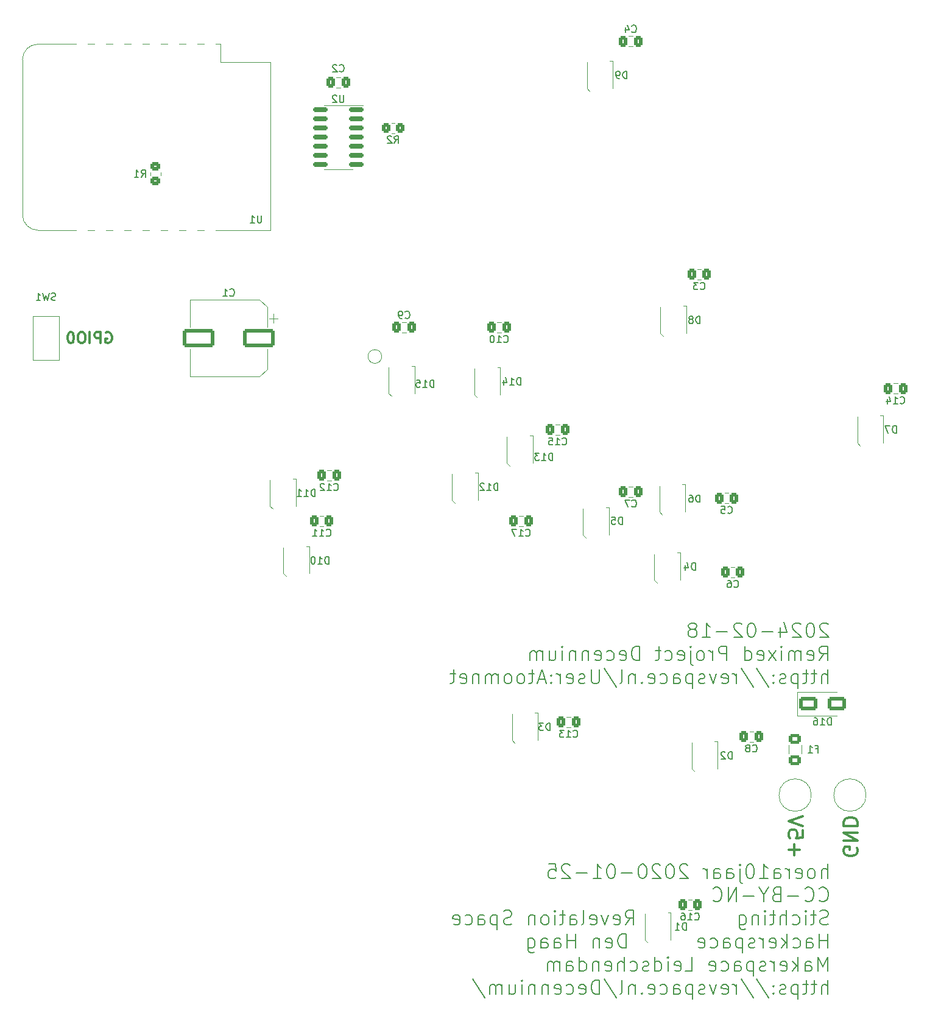
<source format=gbo>
G04 #@! TF.GenerationSoftware,KiCad,Pcbnew,7.0.10*
G04 #@! TF.CreationDate,2024-02-18T18:29:19+01:00*
G04 #@! TF.ProjectId,hackerspacesnl,6861636b-6572-4737-9061-6365736e6c2e,rev?*
G04 #@! TF.SameCoordinates,Original*
G04 #@! TF.FileFunction,Legend,Bot*
G04 #@! TF.FilePolarity,Positive*
%FSLAX46Y46*%
G04 Gerber Fmt 4.6, Leading zero omitted, Abs format (unit mm)*
G04 Created by KiCad (PCBNEW 7.0.10) date 2024-02-18 18:29:19*
%MOMM*%
%LPD*%
G01*
G04 APERTURE LIST*
G04 Aperture macros list*
%AMRoundRect*
0 Rectangle with rounded corners*
0 $1 Rounding radius*
0 $2 $3 $4 $5 $6 $7 $8 $9 X,Y pos of 4 corners*
0 Add a 4 corners polygon primitive as box body*
4,1,4,$2,$3,$4,$5,$6,$7,$8,$9,$2,$3,0*
0 Add four circle primitives for the rounded corners*
1,1,$1+$1,$2,$3*
1,1,$1+$1,$4,$5*
1,1,$1+$1,$6,$7*
1,1,$1+$1,$8,$9*
0 Add four rect primitives between the rounded corners*
20,1,$1+$1,$2,$3,$4,$5,0*
20,1,$1+$1,$4,$5,$6,$7,0*
20,1,$1+$1,$6,$7,$8,$9,0*
20,1,$1+$1,$8,$9,$2,$3,0*%
G04 Aperture macros list end*
%ADD10C,0.300000*%
%ADD11C,0.150000*%
%ADD12C,0.120000*%
%ADD13C,0.000001*%
%ADD14C,3.200000*%
%ADD15R,0.820000X1.600000*%
%ADD16RoundRect,0.250000X-0.337500X-0.475000X0.337500X-0.475000X0.337500X0.475000X-0.337500X0.475000X0*%
%ADD17RoundRect,0.250001X0.624999X-0.462499X0.624999X0.462499X-0.624999X0.462499X-0.624999X-0.462499X0*%
%ADD18RoundRect,0.250000X0.450000X-0.350000X0.450000X0.350000X-0.450000X0.350000X-0.450000X-0.350000X0*%
%ADD19RoundRect,0.250000X1.950000X1.000000X-1.950000X1.000000X-1.950000X-1.000000X1.950000X-1.000000X0*%
%ADD20RoundRect,0.250000X-0.350000X-0.450000X0.350000X-0.450000X0.350000X0.450000X-0.350000X0.450000X0*%
%ADD21R,1.500000X1.500000*%
%ADD22RoundRect,0.150000X0.825000X0.150000X-0.825000X0.150000X-0.825000X-0.150000X0.825000X-0.150000X0*%
%ADD23C,4.000000*%
%ADD24R,1.600000X9.000000*%
%ADD25C,1.500000*%
%ADD26RoundRect,0.250000X-1.000000X-0.650000X1.000000X-0.650000X1.000000X0.650000X-1.000000X0.650000X0*%
%ADD27RoundRect,0.250000X0.337500X0.475000X-0.337500X0.475000X-0.337500X-0.475000X0.337500X-0.475000X0*%
G04 APERTURE END LIST*
D10*
X43868796Y-90689757D02*
X44011654Y-90618328D01*
X44011654Y-90618328D02*
X44225939Y-90618328D01*
X44225939Y-90618328D02*
X44440225Y-90689757D01*
X44440225Y-90689757D02*
X44583082Y-90832614D01*
X44583082Y-90832614D02*
X44654511Y-90975471D01*
X44654511Y-90975471D02*
X44725939Y-91261185D01*
X44725939Y-91261185D02*
X44725939Y-91475471D01*
X44725939Y-91475471D02*
X44654511Y-91761185D01*
X44654511Y-91761185D02*
X44583082Y-91904042D01*
X44583082Y-91904042D02*
X44440225Y-92046900D01*
X44440225Y-92046900D02*
X44225939Y-92118328D01*
X44225939Y-92118328D02*
X44083082Y-92118328D01*
X44083082Y-92118328D02*
X43868796Y-92046900D01*
X43868796Y-92046900D02*
X43797368Y-91975471D01*
X43797368Y-91975471D02*
X43797368Y-91475471D01*
X43797368Y-91475471D02*
X44083082Y-91475471D01*
X43154511Y-92118328D02*
X43154511Y-90618328D01*
X43154511Y-90618328D02*
X42583082Y-90618328D01*
X42583082Y-90618328D02*
X42440225Y-90689757D01*
X42440225Y-90689757D02*
X42368796Y-90761185D01*
X42368796Y-90761185D02*
X42297368Y-90904042D01*
X42297368Y-90904042D02*
X42297368Y-91118328D01*
X42297368Y-91118328D02*
X42368796Y-91261185D01*
X42368796Y-91261185D02*
X42440225Y-91332614D01*
X42440225Y-91332614D02*
X42583082Y-91404042D01*
X42583082Y-91404042D02*
X43154511Y-91404042D01*
X41654511Y-92118328D02*
X41654511Y-90618328D01*
X40654510Y-90618328D02*
X40368796Y-90618328D01*
X40368796Y-90618328D02*
X40225939Y-90689757D01*
X40225939Y-90689757D02*
X40083082Y-90832614D01*
X40083082Y-90832614D02*
X40011653Y-91118328D01*
X40011653Y-91118328D02*
X40011653Y-91618328D01*
X40011653Y-91618328D02*
X40083082Y-91904042D01*
X40083082Y-91904042D02*
X40225939Y-92046900D01*
X40225939Y-92046900D02*
X40368796Y-92118328D01*
X40368796Y-92118328D02*
X40654510Y-92118328D01*
X40654510Y-92118328D02*
X40797368Y-92046900D01*
X40797368Y-92046900D02*
X40940225Y-91904042D01*
X40940225Y-91904042D02*
X41011653Y-91618328D01*
X41011653Y-91618328D02*
X41011653Y-91118328D01*
X41011653Y-91118328D02*
X40940225Y-90832614D01*
X40940225Y-90832614D02*
X40797368Y-90689757D01*
X40797368Y-90689757D02*
X40654510Y-90618328D01*
X39083081Y-90618328D02*
X38940224Y-90618328D01*
X38940224Y-90618328D02*
X38797367Y-90689757D01*
X38797367Y-90689757D02*
X38725939Y-90761185D01*
X38725939Y-90761185D02*
X38654510Y-90904042D01*
X38654510Y-90904042D02*
X38583081Y-91189757D01*
X38583081Y-91189757D02*
X38583081Y-91546900D01*
X38583081Y-91546900D02*
X38654510Y-91832614D01*
X38654510Y-91832614D02*
X38725939Y-91975471D01*
X38725939Y-91975471D02*
X38797367Y-92046900D01*
X38797367Y-92046900D02*
X38940224Y-92118328D01*
X38940224Y-92118328D02*
X39083081Y-92118328D01*
X39083081Y-92118328D02*
X39225939Y-92046900D01*
X39225939Y-92046900D02*
X39297367Y-91975471D01*
X39297367Y-91975471D02*
X39368796Y-91832614D01*
X39368796Y-91832614D02*
X39440224Y-91546900D01*
X39440224Y-91546900D02*
X39440224Y-91189757D01*
X39440224Y-91189757D02*
X39368796Y-90904042D01*
X39368796Y-90904042D02*
X39297367Y-90761185D01*
X39297367Y-90761185D02*
X39225939Y-90689757D01*
X39225939Y-90689757D02*
X39083081Y-90618328D01*
X148315123Y-162248796D02*
X148410361Y-162439272D01*
X148410361Y-162439272D02*
X148410361Y-162724986D01*
X148410361Y-162724986D02*
X148315123Y-163010701D01*
X148315123Y-163010701D02*
X148124647Y-163201177D01*
X148124647Y-163201177D02*
X147934171Y-163296415D01*
X147934171Y-163296415D02*
X147553219Y-163391653D01*
X147553219Y-163391653D02*
X147267504Y-163391653D01*
X147267504Y-163391653D02*
X146886552Y-163296415D01*
X146886552Y-163296415D02*
X146696076Y-163201177D01*
X146696076Y-163201177D02*
X146505600Y-163010701D01*
X146505600Y-163010701D02*
X146410361Y-162724986D01*
X146410361Y-162724986D02*
X146410361Y-162534510D01*
X146410361Y-162534510D02*
X146505600Y-162248796D01*
X146505600Y-162248796D02*
X146600838Y-162153558D01*
X146600838Y-162153558D02*
X147267504Y-162153558D01*
X147267504Y-162153558D02*
X147267504Y-162534510D01*
X146410361Y-161296415D02*
X148410361Y-161296415D01*
X148410361Y-161296415D02*
X146410361Y-160153558D01*
X146410361Y-160153558D02*
X148410361Y-160153558D01*
X146410361Y-159201177D02*
X148410361Y-159201177D01*
X148410361Y-159201177D02*
X148410361Y-158724987D01*
X148410361Y-158724987D02*
X148315123Y-158439272D01*
X148315123Y-158439272D02*
X148124647Y-158248796D01*
X148124647Y-158248796D02*
X147934171Y-158153558D01*
X147934171Y-158153558D02*
X147553219Y-158058320D01*
X147553219Y-158058320D02*
X147267504Y-158058320D01*
X147267504Y-158058320D02*
X146886552Y-158153558D01*
X146886552Y-158153558D02*
X146696076Y-158248796D01*
X146696076Y-158248796D02*
X146505600Y-158439272D01*
X146505600Y-158439272D02*
X146410361Y-158724987D01*
X146410361Y-158724987D02*
X146410361Y-159201177D01*
D11*
X144205125Y-166527438D02*
X144205125Y-164527438D01*
X143347982Y-166527438D02*
X143347982Y-165479819D01*
X143347982Y-165479819D02*
X143443220Y-165289342D01*
X143443220Y-165289342D02*
X143633696Y-165194104D01*
X143633696Y-165194104D02*
X143919411Y-165194104D01*
X143919411Y-165194104D02*
X144109887Y-165289342D01*
X144109887Y-165289342D02*
X144205125Y-165384580D01*
X142109887Y-166527438D02*
X142300363Y-166432200D01*
X142300363Y-166432200D02*
X142395601Y-166336961D01*
X142395601Y-166336961D02*
X142490839Y-166146485D01*
X142490839Y-166146485D02*
X142490839Y-165575057D01*
X142490839Y-165575057D02*
X142395601Y-165384580D01*
X142395601Y-165384580D02*
X142300363Y-165289342D01*
X142300363Y-165289342D02*
X142109887Y-165194104D01*
X142109887Y-165194104D02*
X141824172Y-165194104D01*
X141824172Y-165194104D02*
X141633696Y-165289342D01*
X141633696Y-165289342D02*
X141538458Y-165384580D01*
X141538458Y-165384580D02*
X141443220Y-165575057D01*
X141443220Y-165575057D02*
X141443220Y-166146485D01*
X141443220Y-166146485D02*
X141538458Y-166336961D01*
X141538458Y-166336961D02*
X141633696Y-166432200D01*
X141633696Y-166432200D02*
X141824172Y-166527438D01*
X141824172Y-166527438D02*
X142109887Y-166527438D01*
X139824172Y-166432200D02*
X140014648Y-166527438D01*
X140014648Y-166527438D02*
X140395601Y-166527438D01*
X140395601Y-166527438D02*
X140586077Y-166432200D01*
X140586077Y-166432200D02*
X140681315Y-166241723D01*
X140681315Y-166241723D02*
X140681315Y-165479819D01*
X140681315Y-165479819D02*
X140586077Y-165289342D01*
X140586077Y-165289342D02*
X140395601Y-165194104D01*
X140395601Y-165194104D02*
X140014648Y-165194104D01*
X140014648Y-165194104D02*
X139824172Y-165289342D01*
X139824172Y-165289342D02*
X139728934Y-165479819D01*
X139728934Y-165479819D02*
X139728934Y-165670295D01*
X139728934Y-165670295D02*
X140681315Y-165860771D01*
X138871791Y-166527438D02*
X138871791Y-165194104D01*
X138871791Y-165575057D02*
X138776553Y-165384580D01*
X138776553Y-165384580D02*
X138681315Y-165289342D01*
X138681315Y-165289342D02*
X138490839Y-165194104D01*
X138490839Y-165194104D02*
X138300362Y-165194104D01*
X136776553Y-166527438D02*
X136776553Y-165479819D01*
X136776553Y-165479819D02*
X136871791Y-165289342D01*
X136871791Y-165289342D02*
X137062267Y-165194104D01*
X137062267Y-165194104D02*
X137443220Y-165194104D01*
X137443220Y-165194104D02*
X137633696Y-165289342D01*
X136776553Y-166432200D02*
X136967029Y-166527438D01*
X136967029Y-166527438D02*
X137443220Y-166527438D01*
X137443220Y-166527438D02*
X137633696Y-166432200D01*
X137633696Y-166432200D02*
X137728934Y-166241723D01*
X137728934Y-166241723D02*
X137728934Y-166051247D01*
X137728934Y-166051247D02*
X137633696Y-165860771D01*
X137633696Y-165860771D02*
X137443220Y-165765533D01*
X137443220Y-165765533D02*
X136967029Y-165765533D01*
X136967029Y-165765533D02*
X136776553Y-165670295D01*
X134776553Y-166527438D02*
X135919410Y-166527438D01*
X135347982Y-166527438D02*
X135347982Y-164527438D01*
X135347982Y-164527438D02*
X135538458Y-164813152D01*
X135538458Y-164813152D02*
X135728934Y-165003628D01*
X135728934Y-165003628D02*
X135919410Y-165098866D01*
X133538458Y-164527438D02*
X133347981Y-164527438D01*
X133347981Y-164527438D02*
X133157505Y-164622676D01*
X133157505Y-164622676D02*
X133062267Y-164717914D01*
X133062267Y-164717914D02*
X132967029Y-164908390D01*
X132967029Y-164908390D02*
X132871791Y-165289342D01*
X132871791Y-165289342D02*
X132871791Y-165765533D01*
X132871791Y-165765533D02*
X132967029Y-166146485D01*
X132967029Y-166146485D02*
X133062267Y-166336961D01*
X133062267Y-166336961D02*
X133157505Y-166432200D01*
X133157505Y-166432200D02*
X133347981Y-166527438D01*
X133347981Y-166527438D02*
X133538458Y-166527438D01*
X133538458Y-166527438D02*
X133728934Y-166432200D01*
X133728934Y-166432200D02*
X133824172Y-166336961D01*
X133824172Y-166336961D02*
X133919410Y-166146485D01*
X133919410Y-166146485D02*
X134014648Y-165765533D01*
X134014648Y-165765533D02*
X134014648Y-165289342D01*
X134014648Y-165289342D02*
X133919410Y-164908390D01*
X133919410Y-164908390D02*
X133824172Y-164717914D01*
X133824172Y-164717914D02*
X133728934Y-164622676D01*
X133728934Y-164622676D02*
X133538458Y-164527438D01*
X132014648Y-165194104D02*
X132014648Y-166908390D01*
X132014648Y-166908390D02*
X132109886Y-167098866D01*
X132109886Y-167098866D02*
X132300362Y-167194104D01*
X132300362Y-167194104D02*
X132395600Y-167194104D01*
X132014648Y-164527438D02*
X132109886Y-164622676D01*
X132109886Y-164622676D02*
X132014648Y-164717914D01*
X132014648Y-164717914D02*
X131919410Y-164622676D01*
X131919410Y-164622676D02*
X132014648Y-164527438D01*
X132014648Y-164527438D02*
X132014648Y-164717914D01*
X130205124Y-166527438D02*
X130205124Y-165479819D01*
X130205124Y-165479819D02*
X130300362Y-165289342D01*
X130300362Y-165289342D02*
X130490838Y-165194104D01*
X130490838Y-165194104D02*
X130871791Y-165194104D01*
X130871791Y-165194104D02*
X131062267Y-165289342D01*
X130205124Y-166432200D02*
X130395600Y-166527438D01*
X130395600Y-166527438D02*
X130871791Y-166527438D01*
X130871791Y-166527438D02*
X131062267Y-166432200D01*
X131062267Y-166432200D02*
X131157505Y-166241723D01*
X131157505Y-166241723D02*
X131157505Y-166051247D01*
X131157505Y-166051247D02*
X131062267Y-165860771D01*
X131062267Y-165860771D02*
X130871791Y-165765533D01*
X130871791Y-165765533D02*
X130395600Y-165765533D01*
X130395600Y-165765533D02*
X130205124Y-165670295D01*
X128395600Y-166527438D02*
X128395600Y-165479819D01*
X128395600Y-165479819D02*
X128490838Y-165289342D01*
X128490838Y-165289342D02*
X128681314Y-165194104D01*
X128681314Y-165194104D02*
X129062267Y-165194104D01*
X129062267Y-165194104D02*
X129252743Y-165289342D01*
X128395600Y-166432200D02*
X128586076Y-166527438D01*
X128586076Y-166527438D02*
X129062267Y-166527438D01*
X129062267Y-166527438D02*
X129252743Y-166432200D01*
X129252743Y-166432200D02*
X129347981Y-166241723D01*
X129347981Y-166241723D02*
X129347981Y-166051247D01*
X129347981Y-166051247D02*
X129252743Y-165860771D01*
X129252743Y-165860771D02*
X129062267Y-165765533D01*
X129062267Y-165765533D02*
X128586076Y-165765533D01*
X128586076Y-165765533D02*
X128395600Y-165670295D01*
X127443219Y-166527438D02*
X127443219Y-165194104D01*
X127443219Y-165575057D02*
X127347981Y-165384580D01*
X127347981Y-165384580D02*
X127252743Y-165289342D01*
X127252743Y-165289342D02*
X127062267Y-165194104D01*
X127062267Y-165194104D02*
X126871790Y-165194104D01*
X124776552Y-164717914D02*
X124681314Y-164622676D01*
X124681314Y-164622676D02*
X124490838Y-164527438D01*
X124490838Y-164527438D02*
X124014647Y-164527438D01*
X124014647Y-164527438D02*
X123824171Y-164622676D01*
X123824171Y-164622676D02*
X123728933Y-164717914D01*
X123728933Y-164717914D02*
X123633695Y-164908390D01*
X123633695Y-164908390D02*
X123633695Y-165098866D01*
X123633695Y-165098866D02*
X123728933Y-165384580D01*
X123728933Y-165384580D02*
X124871790Y-166527438D01*
X124871790Y-166527438D02*
X123633695Y-166527438D01*
X122395600Y-164527438D02*
X122205123Y-164527438D01*
X122205123Y-164527438D02*
X122014647Y-164622676D01*
X122014647Y-164622676D02*
X121919409Y-164717914D01*
X121919409Y-164717914D02*
X121824171Y-164908390D01*
X121824171Y-164908390D02*
X121728933Y-165289342D01*
X121728933Y-165289342D02*
X121728933Y-165765533D01*
X121728933Y-165765533D02*
X121824171Y-166146485D01*
X121824171Y-166146485D02*
X121919409Y-166336961D01*
X121919409Y-166336961D02*
X122014647Y-166432200D01*
X122014647Y-166432200D02*
X122205123Y-166527438D01*
X122205123Y-166527438D02*
X122395600Y-166527438D01*
X122395600Y-166527438D02*
X122586076Y-166432200D01*
X122586076Y-166432200D02*
X122681314Y-166336961D01*
X122681314Y-166336961D02*
X122776552Y-166146485D01*
X122776552Y-166146485D02*
X122871790Y-165765533D01*
X122871790Y-165765533D02*
X122871790Y-165289342D01*
X122871790Y-165289342D02*
X122776552Y-164908390D01*
X122776552Y-164908390D02*
X122681314Y-164717914D01*
X122681314Y-164717914D02*
X122586076Y-164622676D01*
X122586076Y-164622676D02*
X122395600Y-164527438D01*
X120967028Y-164717914D02*
X120871790Y-164622676D01*
X120871790Y-164622676D02*
X120681314Y-164527438D01*
X120681314Y-164527438D02*
X120205123Y-164527438D01*
X120205123Y-164527438D02*
X120014647Y-164622676D01*
X120014647Y-164622676D02*
X119919409Y-164717914D01*
X119919409Y-164717914D02*
X119824171Y-164908390D01*
X119824171Y-164908390D02*
X119824171Y-165098866D01*
X119824171Y-165098866D02*
X119919409Y-165384580D01*
X119919409Y-165384580D02*
X121062266Y-166527438D01*
X121062266Y-166527438D02*
X119824171Y-166527438D01*
X118586076Y-164527438D02*
X118395599Y-164527438D01*
X118395599Y-164527438D02*
X118205123Y-164622676D01*
X118205123Y-164622676D02*
X118109885Y-164717914D01*
X118109885Y-164717914D02*
X118014647Y-164908390D01*
X118014647Y-164908390D02*
X117919409Y-165289342D01*
X117919409Y-165289342D02*
X117919409Y-165765533D01*
X117919409Y-165765533D02*
X118014647Y-166146485D01*
X118014647Y-166146485D02*
X118109885Y-166336961D01*
X118109885Y-166336961D02*
X118205123Y-166432200D01*
X118205123Y-166432200D02*
X118395599Y-166527438D01*
X118395599Y-166527438D02*
X118586076Y-166527438D01*
X118586076Y-166527438D02*
X118776552Y-166432200D01*
X118776552Y-166432200D02*
X118871790Y-166336961D01*
X118871790Y-166336961D02*
X118967028Y-166146485D01*
X118967028Y-166146485D02*
X119062266Y-165765533D01*
X119062266Y-165765533D02*
X119062266Y-165289342D01*
X119062266Y-165289342D02*
X118967028Y-164908390D01*
X118967028Y-164908390D02*
X118871790Y-164717914D01*
X118871790Y-164717914D02*
X118776552Y-164622676D01*
X118776552Y-164622676D02*
X118586076Y-164527438D01*
X117062266Y-165765533D02*
X115538457Y-165765533D01*
X114205124Y-164527438D02*
X114014647Y-164527438D01*
X114014647Y-164527438D02*
X113824171Y-164622676D01*
X113824171Y-164622676D02*
X113728933Y-164717914D01*
X113728933Y-164717914D02*
X113633695Y-164908390D01*
X113633695Y-164908390D02*
X113538457Y-165289342D01*
X113538457Y-165289342D02*
X113538457Y-165765533D01*
X113538457Y-165765533D02*
X113633695Y-166146485D01*
X113633695Y-166146485D02*
X113728933Y-166336961D01*
X113728933Y-166336961D02*
X113824171Y-166432200D01*
X113824171Y-166432200D02*
X114014647Y-166527438D01*
X114014647Y-166527438D02*
X114205124Y-166527438D01*
X114205124Y-166527438D02*
X114395600Y-166432200D01*
X114395600Y-166432200D02*
X114490838Y-166336961D01*
X114490838Y-166336961D02*
X114586076Y-166146485D01*
X114586076Y-166146485D02*
X114681314Y-165765533D01*
X114681314Y-165765533D02*
X114681314Y-165289342D01*
X114681314Y-165289342D02*
X114586076Y-164908390D01*
X114586076Y-164908390D02*
X114490838Y-164717914D01*
X114490838Y-164717914D02*
X114395600Y-164622676D01*
X114395600Y-164622676D02*
X114205124Y-164527438D01*
X111633695Y-166527438D02*
X112776552Y-166527438D01*
X112205124Y-166527438D02*
X112205124Y-164527438D01*
X112205124Y-164527438D02*
X112395600Y-164813152D01*
X112395600Y-164813152D02*
X112586076Y-165003628D01*
X112586076Y-165003628D02*
X112776552Y-165098866D01*
X110776552Y-165765533D02*
X109252743Y-165765533D01*
X108395600Y-164717914D02*
X108300362Y-164622676D01*
X108300362Y-164622676D02*
X108109886Y-164527438D01*
X108109886Y-164527438D02*
X107633695Y-164527438D01*
X107633695Y-164527438D02*
X107443219Y-164622676D01*
X107443219Y-164622676D02*
X107347981Y-164717914D01*
X107347981Y-164717914D02*
X107252743Y-164908390D01*
X107252743Y-164908390D02*
X107252743Y-165098866D01*
X107252743Y-165098866D02*
X107347981Y-165384580D01*
X107347981Y-165384580D02*
X108490838Y-166527438D01*
X108490838Y-166527438D02*
X107252743Y-166527438D01*
X105443219Y-164527438D02*
X106395600Y-164527438D01*
X106395600Y-164527438D02*
X106490838Y-165479819D01*
X106490838Y-165479819D02*
X106395600Y-165384580D01*
X106395600Y-165384580D02*
X106205124Y-165289342D01*
X106205124Y-165289342D02*
X105728933Y-165289342D01*
X105728933Y-165289342D02*
X105538457Y-165384580D01*
X105538457Y-165384580D02*
X105443219Y-165479819D01*
X105443219Y-165479819D02*
X105347981Y-165670295D01*
X105347981Y-165670295D02*
X105347981Y-166146485D01*
X105347981Y-166146485D02*
X105443219Y-166336961D01*
X105443219Y-166336961D02*
X105538457Y-166432200D01*
X105538457Y-166432200D02*
X105728933Y-166527438D01*
X105728933Y-166527438D02*
X106205124Y-166527438D01*
X106205124Y-166527438D02*
X106395600Y-166432200D01*
X106395600Y-166432200D02*
X106490838Y-166336961D01*
X143062268Y-169556961D02*
X143157506Y-169652200D01*
X143157506Y-169652200D02*
X143443220Y-169747438D01*
X143443220Y-169747438D02*
X143633696Y-169747438D01*
X143633696Y-169747438D02*
X143919411Y-169652200D01*
X143919411Y-169652200D02*
X144109887Y-169461723D01*
X144109887Y-169461723D02*
X144205125Y-169271247D01*
X144205125Y-169271247D02*
X144300363Y-168890295D01*
X144300363Y-168890295D02*
X144300363Y-168604580D01*
X144300363Y-168604580D02*
X144205125Y-168223628D01*
X144205125Y-168223628D02*
X144109887Y-168033152D01*
X144109887Y-168033152D02*
X143919411Y-167842676D01*
X143919411Y-167842676D02*
X143633696Y-167747438D01*
X143633696Y-167747438D02*
X143443220Y-167747438D01*
X143443220Y-167747438D02*
X143157506Y-167842676D01*
X143157506Y-167842676D02*
X143062268Y-167937914D01*
X141062268Y-169556961D02*
X141157506Y-169652200D01*
X141157506Y-169652200D02*
X141443220Y-169747438D01*
X141443220Y-169747438D02*
X141633696Y-169747438D01*
X141633696Y-169747438D02*
X141919411Y-169652200D01*
X141919411Y-169652200D02*
X142109887Y-169461723D01*
X142109887Y-169461723D02*
X142205125Y-169271247D01*
X142205125Y-169271247D02*
X142300363Y-168890295D01*
X142300363Y-168890295D02*
X142300363Y-168604580D01*
X142300363Y-168604580D02*
X142205125Y-168223628D01*
X142205125Y-168223628D02*
X142109887Y-168033152D01*
X142109887Y-168033152D02*
X141919411Y-167842676D01*
X141919411Y-167842676D02*
X141633696Y-167747438D01*
X141633696Y-167747438D02*
X141443220Y-167747438D01*
X141443220Y-167747438D02*
X141157506Y-167842676D01*
X141157506Y-167842676D02*
X141062268Y-167937914D01*
X140205125Y-168985533D02*
X138681316Y-168985533D01*
X137062268Y-168699819D02*
X136776554Y-168795057D01*
X136776554Y-168795057D02*
X136681316Y-168890295D01*
X136681316Y-168890295D02*
X136586078Y-169080771D01*
X136586078Y-169080771D02*
X136586078Y-169366485D01*
X136586078Y-169366485D02*
X136681316Y-169556961D01*
X136681316Y-169556961D02*
X136776554Y-169652200D01*
X136776554Y-169652200D02*
X136967030Y-169747438D01*
X136967030Y-169747438D02*
X137728935Y-169747438D01*
X137728935Y-169747438D02*
X137728935Y-167747438D01*
X137728935Y-167747438D02*
X137062268Y-167747438D01*
X137062268Y-167747438D02*
X136871792Y-167842676D01*
X136871792Y-167842676D02*
X136776554Y-167937914D01*
X136776554Y-167937914D02*
X136681316Y-168128390D01*
X136681316Y-168128390D02*
X136681316Y-168318866D01*
X136681316Y-168318866D02*
X136776554Y-168509342D01*
X136776554Y-168509342D02*
X136871792Y-168604580D01*
X136871792Y-168604580D02*
X137062268Y-168699819D01*
X137062268Y-168699819D02*
X137728935Y-168699819D01*
X135347983Y-168795057D02*
X135347983Y-169747438D01*
X136014649Y-167747438D02*
X135347983Y-168795057D01*
X135347983Y-168795057D02*
X134681316Y-167747438D01*
X134014649Y-168985533D02*
X132490840Y-168985533D01*
X131538459Y-169747438D02*
X131538459Y-167747438D01*
X131538459Y-167747438D02*
X130395602Y-169747438D01*
X130395602Y-169747438D02*
X130395602Y-167747438D01*
X128300364Y-169556961D02*
X128395602Y-169652200D01*
X128395602Y-169652200D02*
X128681316Y-169747438D01*
X128681316Y-169747438D02*
X128871792Y-169747438D01*
X128871792Y-169747438D02*
X129157507Y-169652200D01*
X129157507Y-169652200D02*
X129347983Y-169461723D01*
X129347983Y-169461723D02*
X129443221Y-169271247D01*
X129443221Y-169271247D02*
X129538459Y-168890295D01*
X129538459Y-168890295D02*
X129538459Y-168604580D01*
X129538459Y-168604580D02*
X129443221Y-168223628D01*
X129443221Y-168223628D02*
X129347983Y-168033152D01*
X129347983Y-168033152D02*
X129157507Y-167842676D01*
X129157507Y-167842676D02*
X128871792Y-167747438D01*
X128871792Y-167747438D02*
X128681316Y-167747438D01*
X128681316Y-167747438D02*
X128395602Y-167842676D01*
X128395602Y-167842676D02*
X128300364Y-167937914D01*
X144300363Y-172872200D02*
X144014649Y-172967438D01*
X144014649Y-172967438D02*
X143538458Y-172967438D01*
X143538458Y-172967438D02*
X143347982Y-172872200D01*
X143347982Y-172872200D02*
X143252744Y-172776961D01*
X143252744Y-172776961D02*
X143157506Y-172586485D01*
X143157506Y-172586485D02*
X143157506Y-172396009D01*
X143157506Y-172396009D02*
X143252744Y-172205533D01*
X143252744Y-172205533D02*
X143347982Y-172110295D01*
X143347982Y-172110295D02*
X143538458Y-172015057D01*
X143538458Y-172015057D02*
X143919411Y-171919819D01*
X143919411Y-171919819D02*
X144109887Y-171824580D01*
X144109887Y-171824580D02*
X144205125Y-171729342D01*
X144205125Y-171729342D02*
X144300363Y-171538866D01*
X144300363Y-171538866D02*
X144300363Y-171348390D01*
X144300363Y-171348390D02*
X144205125Y-171157914D01*
X144205125Y-171157914D02*
X144109887Y-171062676D01*
X144109887Y-171062676D02*
X143919411Y-170967438D01*
X143919411Y-170967438D02*
X143443220Y-170967438D01*
X143443220Y-170967438D02*
X143157506Y-171062676D01*
X142586077Y-171634104D02*
X141824173Y-171634104D01*
X142300363Y-170967438D02*
X142300363Y-172681723D01*
X142300363Y-172681723D02*
X142205125Y-172872200D01*
X142205125Y-172872200D02*
X142014649Y-172967438D01*
X142014649Y-172967438D02*
X141824173Y-172967438D01*
X141157506Y-172967438D02*
X141157506Y-171634104D01*
X141157506Y-170967438D02*
X141252744Y-171062676D01*
X141252744Y-171062676D02*
X141157506Y-171157914D01*
X141157506Y-171157914D02*
X141062268Y-171062676D01*
X141062268Y-171062676D02*
X141157506Y-170967438D01*
X141157506Y-170967438D02*
X141157506Y-171157914D01*
X139347982Y-172872200D02*
X139538458Y-172967438D01*
X139538458Y-172967438D02*
X139919411Y-172967438D01*
X139919411Y-172967438D02*
X140109887Y-172872200D01*
X140109887Y-172872200D02*
X140205125Y-172776961D01*
X140205125Y-172776961D02*
X140300363Y-172586485D01*
X140300363Y-172586485D02*
X140300363Y-172015057D01*
X140300363Y-172015057D02*
X140205125Y-171824580D01*
X140205125Y-171824580D02*
X140109887Y-171729342D01*
X140109887Y-171729342D02*
X139919411Y-171634104D01*
X139919411Y-171634104D02*
X139538458Y-171634104D01*
X139538458Y-171634104D02*
X139347982Y-171729342D01*
X138490839Y-172967438D02*
X138490839Y-170967438D01*
X137633696Y-172967438D02*
X137633696Y-171919819D01*
X137633696Y-171919819D02*
X137728934Y-171729342D01*
X137728934Y-171729342D02*
X137919410Y-171634104D01*
X137919410Y-171634104D02*
X138205125Y-171634104D01*
X138205125Y-171634104D02*
X138395601Y-171729342D01*
X138395601Y-171729342D02*
X138490839Y-171824580D01*
X136967029Y-171634104D02*
X136205125Y-171634104D01*
X136681315Y-170967438D02*
X136681315Y-172681723D01*
X136681315Y-172681723D02*
X136586077Y-172872200D01*
X136586077Y-172872200D02*
X136395601Y-172967438D01*
X136395601Y-172967438D02*
X136205125Y-172967438D01*
X135538458Y-172967438D02*
X135538458Y-171634104D01*
X135538458Y-170967438D02*
X135633696Y-171062676D01*
X135633696Y-171062676D02*
X135538458Y-171157914D01*
X135538458Y-171157914D02*
X135443220Y-171062676D01*
X135443220Y-171062676D02*
X135538458Y-170967438D01*
X135538458Y-170967438D02*
X135538458Y-171157914D01*
X134586077Y-171634104D02*
X134586077Y-172967438D01*
X134586077Y-171824580D02*
X134490839Y-171729342D01*
X134490839Y-171729342D02*
X134300363Y-171634104D01*
X134300363Y-171634104D02*
X134014648Y-171634104D01*
X134014648Y-171634104D02*
X133824172Y-171729342D01*
X133824172Y-171729342D02*
X133728934Y-171919819D01*
X133728934Y-171919819D02*
X133728934Y-172967438D01*
X131919410Y-171634104D02*
X131919410Y-173253152D01*
X131919410Y-173253152D02*
X132014648Y-173443628D01*
X132014648Y-173443628D02*
X132109886Y-173538866D01*
X132109886Y-173538866D02*
X132300363Y-173634104D01*
X132300363Y-173634104D02*
X132586077Y-173634104D01*
X132586077Y-173634104D02*
X132776553Y-173538866D01*
X131919410Y-172872200D02*
X132109886Y-172967438D01*
X132109886Y-172967438D02*
X132490839Y-172967438D01*
X132490839Y-172967438D02*
X132681315Y-172872200D01*
X132681315Y-172872200D02*
X132776553Y-172776961D01*
X132776553Y-172776961D02*
X132871791Y-172586485D01*
X132871791Y-172586485D02*
X132871791Y-172015057D01*
X132871791Y-172015057D02*
X132776553Y-171824580D01*
X132776553Y-171824580D02*
X132681315Y-171729342D01*
X132681315Y-171729342D02*
X132490839Y-171634104D01*
X132490839Y-171634104D02*
X132109886Y-171634104D01*
X132109886Y-171634104D02*
X131919410Y-171729342D01*
X116109882Y-172967438D02*
X116776549Y-172015057D01*
X117252739Y-172967438D02*
X117252739Y-170967438D01*
X117252739Y-170967438D02*
X116490834Y-170967438D01*
X116490834Y-170967438D02*
X116300358Y-171062676D01*
X116300358Y-171062676D02*
X116205120Y-171157914D01*
X116205120Y-171157914D02*
X116109882Y-171348390D01*
X116109882Y-171348390D02*
X116109882Y-171634104D01*
X116109882Y-171634104D02*
X116205120Y-171824580D01*
X116205120Y-171824580D02*
X116300358Y-171919819D01*
X116300358Y-171919819D02*
X116490834Y-172015057D01*
X116490834Y-172015057D02*
X117252739Y-172015057D01*
X114490834Y-172872200D02*
X114681310Y-172967438D01*
X114681310Y-172967438D02*
X115062263Y-172967438D01*
X115062263Y-172967438D02*
X115252739Y-172872200D01*
X115252739Y-172872200D02*
X115347977Y-172681723D01*
X115347977Y-172681723D02*
X115347977Y-171919819D01*
X115347977Y-171919819D02*
X115252739Y-171729342D01*
X115252739Y-171729342D02*
X115062263Y-171634104D01*
X115062263Y-171634104D02*
X114681310Y-171634104D01*
X114681310Y-171634104D02*
X114490834Y-171729342D01*
X114490834Y-171729342D02*
X114395596Y-171919819D01*
X114395596Y-171919819D02*
X114395596Y-172110295D01*
X114395596Y-172110295D02*
X115347977Y-172300771D01*
X113728929Y-171634104D02*
X113252739Y-172967438D01*
X113252739Y-172967438D02*
X112776548Y-171634104D01*
X111252738Y-172872200D02*
X111443214Y-172967438D01*
X111443214Y-172967438D02*
X111824167Y-172967438D01*
X111824167Y-172967438D02*
X112014643Y-172872200D01*
X112014643Y-172872200D02*
X112109881Y-172681723D01*
X112109881Y-172681723D02*
X112109881Y-171919819D01*
X112109881Y-171919819D02*
X112014643Y-171729342D01*
X112014643Y-171729342D02*
X111824167Y-171634104D01*
X111824167Y-171634104D02*
X111443214Y-171634104D01*
X111443214Y-171634104D02*
X111252738Y-171729342D01*
X111252738Y-171729342D02*
X111157500Y-171919819D01*
X111157500Y-171919819D02*
X111157500Y-172110295D01*
X111157500Y-172110295D02*
X112109881Y-172300771D01*
X110014643Y-172967438D02*
X110205119Y-172872200D01*
X110205119Y-172872200D02*
X110300357Y-172681723D01*
X110300357Y-172681723D02*
X110300357Y-170967438D01*
X108395595Y-172967438D02*
X108395595Y-171919819D01*
X108395595Y-171919819D02*
X108490833Y-171729342D01*
X108490833Y-171729342D02*
X108681309Y-171634104D01*
X108681309Y-171634104D02*
X109062262Y-171634104D01*
X109062262Y-171634104D02*
X109252738Y-171729342D01*
X108395595Y-172872200D02*
X108586071Y-172967438D01*
X108586071Y-172967438D02*
X109062262Y-172967438D01*
X109062262Y-172967438D02*
X109252738Y-172872200D01*
X109252738Y-172872200D02*
X109347976Y-172681723D01*
X109347976Y-172681723D02*
X109347976Y-172491247D01*
X109347976Y-172491247D02*
X109252738Y-172300771D01*
X109252738Y-172300771D02*
X109062262Y-172205533D01*
X109062262Y-172205533D02*
X108586071Y-172205533D01*
X108586071Y-172205533D02*
X108395595Y-172110295D01*
X107728928Y-171634104D02*
X106967024Y-171634104D01*
X107443214Y-170967438D02*
X107443214Y-172681723D01*
X107443214Y-172681723D02*
X107347976Y-172872200D01*
X107347976Y-172872200D02*
X107157500Y-172967438D01*
X107157500Y-172967438D02*
X106967024Y-172967438D01*
X106300357Y-172967438D02*
X106300357Y-171634104D01*
X106300357Y-170967438D02*
X106395595Y-171062676D01*
X106395595Y-171062676D02*
X106300357Y-171157914D01*
X106300357Y-171157914D02*
X106205119Y-171062676D01*
X106205119Y-171062676D02*
X106300357Y-170967438D01*
X106300357Y-170967438D02*
X106300357Y-171157914D01*
X105062262Y-172967438D02*
X105252738Y-172872200D01*
X105252738Y-172872200D02*
X105347976Y-172776961D01*
X105347976Y-172776961D02*
X105443214Y-172586485D01*
X105443214Y-172586485D02*
X105443214Y-172015057D01*
X105443214Y-172015057D02*
X105347976Y-171824580D01*
X105347976Y-171824580D02*
X105252738Y-171729342D01*
X105252738Y-171729342D02*
X105062262Y-171634104D01*
X105062262Y-171634104D02*
X104776547Y-171634104D01*
X104776547Y-171634104D02*
X104586071Y-171729342D01*
X104586071Y-171729342D02*
X104490833Y-171824580D01*
X104490833Y-171824580D02*
X104395595Y-172015057D01*
X104395595Y-172015057D02*
X104395595Y-172586485D01*
X104395595Y-172586485D02*
X104490833Y-172776961D01*
X104490833Y-172776961D02*
X104586071Y-172872200D01*
X104586071Y-172872200D02*
X104776547Y-172967438D01*
X104776547Y-172967438D02*
X105062262Y-172967438D01*
X103538452Y-171634104D02*
X103538452Y-172967438D01*
X103538452Y-171824580D02*
X103443214Y-171729342D01*
X103443214Y-171729342D02*
X103252738Y-171634104D01*
X103252738Y-171634104D02*
X102967023Y-171634104D01*
X102967023Y-171634104D02*
X102776547Y-171729342D01*
X102776547Y-171729342D02*
X102681309Y-171919819D01*
X102681309Y-171919819D02*
X102681309Y-172967438D01*
X100300356Y-172872200D02*
X100014642Y-172967438D01*
X100014642Y-172967438D02*
X99538451Y-172967438D01*
X99538451Y-172967438D02*
X99347975Y-172872200D01*
X99347975Y-172872200D02*
X99252737Y-172776961D01*
X99252737Y-172776961D02*
X99157499Y-172586485D01*
X99157499Y-172586485D02*
X99157499Y-172396009D01*
X99157499Y-172396009D02*
X99252737Y-172205533D01*
X99252737Y-172205533D02*
X99347975Y-172110295D01*
X99347975Y-172110295D02*
X99538451Y-172015057D01*
X99538451Y-172015057D02*
X99919404Y-171919819D01*
X99919404Y-171919819D02*
X100109880Y-171824580D01*
X100109880Y-171824580D02*
X100205118Y-171729342D01*
X100205118Y-171729342D02*
X100300356Y-171538866D01*
X100300356Y-171538866D02*
X100300356Y-171348390D01*
X100300356Y-171348390D02*
X100205118Y-171157914D01*
X100205118Y-171157914D02*
X100109880Y-171062676D01*
X100109880Y-171062676D02*
X99919404Y-170967438D01*
X99919404Y-170967438D02*
X99443213Y-170967438D01*
X99443213Y-170967438D02*
X99157499Y-171062676D01*
X98300356Y-171634104D02*
X98300356Y-173634104D01*
X98300356Y-171729342D02*
X98109880Y-171634104D01*
X98109880Y-171634104D02*
X97728927Y-171634104D01*
X97728927Y-171634104D02*
X97538451Y-171729342D01*
X97538451Y-171729342D02*
X97443213Y-171824580D01*
X97443213Y-171824580D02*
X97347975Y-172015057D01*
X97347975Y-172015057D02*
X97347975Y-172586485D01*
X97347975Y-172586485D02*
X97443213Y-172776961D01*
X97443213Y-172776961D02*
X97538451Y-172872200D01*
X97538451Y-172872200D02*
X97728927Y-172967438D01*
X97728927Y-172967438D02*
X98109880Y-172967438D01*
X98109880Y-172967438D02*
X98300356Y-172872200D01*
X95633689Y-172967438D02*
X95633689Y-171919819D01*
X95633689Y-171919819D02*
X95728927Y-171729342D01*
X95728927Y-171729342D02*
X95919403Y-171634104D01*
X95919403Y-171634104D02*
X96300356Y-171634104D01*
X96300356Y-171634104D02*
X96490832Y-171729342D01*
X95633689Y-172872200D02*
X95824165Y-172967438D01*
X95824165Y-172967438D02*
X96300356Y-172967438D01*
X96300356Y-172967438D02*
X96490832Y-172872200D01*
X96490832Y-172872200D02*
X96586070Y-172681723D01*
X96586070Y-172681723D02*
X96586070Y-172491247D01*
X96586070Y-172491247D02*
X96490832Y-172300771D01*
X96490832Y-172300771D02*
X96300356Y-172205533D01*
X96300356Y-172205533D02*
X95824165Y-172205533D01*
X95824165Y-172205533D02*
X95633689Y-172110295D01*
X93824165Y-172872200D02*
X94014641Y-172967438D01*
X94014641Y-172967438D02*
X94395594Y-172967438D01*
X94395594Y-172967438D02*
X94586070Y-172872200D01*
X94586070Y-172872200D02*
X94681308Y-172776961D01*
X94681308Y-172776961D02*
X94776546Y-172586485D01*
X94776546Y-172586485D02*
X94776546Y-172015057D01*
X94776546Y-172015057D02*
X94681308Y-171824580D01*
X94681308Y-171824580D02*
X94586070Y-171729342D01*
X94586070Y-171729342D02*
X94395594Y-171634104D01*
X94395594Y-171634104D02*
X94014641Y-171634104D01*
X94014641Y-171634104D02*
X93824165Y-171729342D01*
X92205117Y-172872200D02*
X92395593Y-172967438D01*
X92395593Y-172967438D02*
X92776546Y-172967438D01*
X92776546Y-172967438D02*
X92967022Y-172872200D01*
X92967022Y-172872200D02*
X93062260Y-172681723D01*
X93062260Y-172681723D02*
X93062260Y-171919819D01*
X93062260Y-171919819D02*
X92967022Y-171729342D01*
X92967022Y-171729342D02*
X92776546Y-171634104D01*
X92776546Y-171634104D02*
X92395593Y-171634104D01*
X92395593Y-171634104D02*
X92205117Y-171729342D01*
X92205117Y-171729342D02*
X92109879Y-171919819D01*
X92109879Y-171919819D02*
X92109879Y-172110295D01*
X92109879Y-172110295D02*
X93062260Y-172300771D01*
X144205125Y-176187438D02*
X144205125Y-174187438D01*
X144205125Y-175139819D02*
X143062268Y-175139819D01*
X143062268Y-176187438D02*
X143062268Y-174187438D01*
X141252744Y-176187438D02*
X141252744Y-175139819D01*
X141252744Y-175139819D02*
X141347982Y-174949342D01*
X141347982Y-174949342D02*
X141538458Y-174854104D01*
X141538458Y-174854104D02*
X141919411Y-174854104D01*
X141919411Y-174854104D02*
X142109887Y-174949342D01*
X141252744Y-176092200D02*
X141443220Y-176187438D01*
X141443220Y-176187438D02*
X141919411Y-176187438D01*
X141919411Y-176187438D02*
X142109887Y-176092200D01*
X142109887Y-176092200D02*
X142205125Y-175901723D01*
X142205125Y-175901723D02*
X142205125Y-175711247D01*
X142205125Y-175711247D02*
X142109887Y-175520771D01*
X142109887Y-175520771D02*
X141919411Y-175425533D01*
X141919411Y-175425533D02*
X141443220Y-175425533D01*
X141443220Y-175425533D02*
X141252744Y-175330295D01*
X139443220Y-176092200D02*
X139633696Y-176187438D01*
X139633696Y-176187438D02*
X140014649Y-176187438D01*
X140014649Y-176187438D02*
X140205125Y-176092200D01*
X140205125Y-176092200D02*
X140300363Y-175996961D01*
X140300363Y-175996961D02*
X140395601Y-175806485D01*
X140395601Y-175806485D02*
X140395601Y-175235057D01*
X140395601Y-175235057D02*
X140300363Y-175044580D01*
X140300363Y-175044580D02*
X140205125Y-174949342D01*
X140205125Y-174949342D02*
X140014649Y-174854104D01*
X140014649Y-174854104D02*
X139633696Y-174854104D01*
X139633696Y-174854104D02*
X139443220Y-174949342D01*
X138586077Y-176187438D02*
X138586077Y-174187438D01*
X138395601Y-175425533D02*
X137824172Y-176187438D01*
X137824172Y-174854104D02*
X138586077Y-175616009D01*
X136205124Y-176092200D02*
X136395600Y-176187438D01*
X136395600Y-176187438D02*
X136776553Y-176187438D01*
X136776553Y-176187438D02*
X136967029Y-176092200D01*
X136967029Y-176092200D02*
X137062267Y-175901723D01*
X137062267Y-175901723D02*
X137062267Y-175139819D01*
X137062267Y-175139819D02*
X136967029Y-174949342D01*
X136967029Y-174949342D02*
X136776553Y-174854104D01*
X136776553Y-174854104D02*
X136395600Y-174854104D01*
X136395600Y-174854104D02*
X136205124Y-174949342D01*
X136205124Y-174949342D02*
X136109886Y-175139819D01*
X136109886Y-175139819D02*
X136109886Y-175330295D01*
X136109886Y-175330295D02*
X137062267Y-175520771D01*
X135252743Y-176187438D02*
X135252743Y-174854104D01*
X135252743Y-175235057D02*
X135157505Y-175044580D01*
X135157505Y-175044580D02*
X135062267Y-174949342D01*
X135062267Y-174949342D02*
X134871791Y-174854104D01*
X134871791Y-174854104D02*
X134681314Y-174854104D01*
X134109886Y-176092200D02*
X133919410Y-176187438D01*
X133919410Y-176187438D02*
X133538458Y-176187438D01*
X133538458Y-176187438D02*
X133347981Y-176092200D01*
X133347981Y-176092200D02*
X133252743Y-175901723D01*
X133252743Y-175901723D02*
X133252743Y-175806485D01*
X133252743Y-175806485D02*
X133347981Y-175616009D01*
X133347981Y-175616009D02*
X133538458Y-175520771D01*
X133538458Y-175520771D02*
X133824172Y-175520771D01*
X133824172Y-175520771D02*
X134014648Y-175425533D01*
X134014648Y-175425533D02*
X134109886Y-175235057D01*
X134109886Y-175235057D02*
X134109886Y-175139819D01*
X134109886Y-175139819D02*
X134014648Y-174949342D01*
X134014648Y-174949342D02*
X133824172Y-174854104D01*
X133824172Y-174854104D02*
X133538458Y-174854104D01*
X133538458Y-174854104D02*
X133347981Y-174949342D01*
X132395600Y-174854104D02*
X132395600Y-176854104D01*
X132395600Y-174949342D02*
X132205124Y-174854104D01*
X132205124Y-174854104D02*
X131824171Y-174854104D01*
X131824171Y-174854104D02*
X131633695Y-174949342D01*
X131633695Y-174949342D02*
X131538457Y-175044580D01*
X131538457Y-175044580D02*
X131443219Y-175235057D01*
X131443219Y-175235057D02*
X131443219Y-175806485D01*
X131443219Y-175806485D02*
X131538457Y-175996961D01*
X131538457Y-175996961D02*
X131633695Y-176092200D01*
X131633695Y-176092200D02*
X131824171Y-176187438D01*
X131824171Y-176187438D02*
X132205124Y-176187438D01*
X132205124Y-176187438D02*
X132395600Y-176092200D01*
X129728933Y-176187438D02*
X129728933Y-175139819D01*
X129728933Y-175139819D02*
X129824171Y-174949342D01*
X129824171Y-174949342D02*
X130014647Y-174854104D01*
X130014647Y-174854104D02*
X130395600Y-174854104D01*
X130395600Y-174854104D02*
X130586076Y-174949342D01*
X129728933Y-176092200D02*
X129919409Y-176187438D01*
X129919409Y-176187438D02*
X130395600Y-176187438D01*
X130395600Y-176187438D02*
X130586076Y-176092200D01*
X130586076Y-176092200D02*
X130681314Y-175901723D01*
X130681314Y-175901723D02*
X130681314Y-175711247D01*
X130681314Y-175711247D02*
X130586076Y-175520771D01*
X130586076Y-175520771D02*
X130395600Y-175425533D01*
X130395600Y-175425533D02*
X129919409Y-175425533D01*
X129919409Y-175425533D02*
X129728933Y-175330295D01*
X127919409Y-176092200D02*
X128109885Y-176187438D01*
X128109885Y-176187438D02*
X128490838Y-176187438D01*
X128490838Y-176187438D02*
X128681314Y-176092200D01*
X128681314Y-176092200D02*
X128776552Y-175996961D01*
X128776552Y-175996961D02*
X128871790Y-175806485D01*
X128871790Y-175806485D02*
X128871790Y-175235057D01*
X128871790Y-175235057D02*
X128776552Y-175044580D01*
X128776552Y-175044580D02*
X128681314Y-174949342D01*
X128681314Y-174949342D02*
X128490838Y-174854104D01*
X128490838Y-174854104D02*
X128109885Y-174854104D01*
X128109885Y-174854104D02*
X127919409Y-174949342D01*
X126300361Y-176092200D02*
X126490837Y-176187438D01*
X126490837Y-176187438D02*
X126871790Y-176187438D01*
X126871790Y-176187438D02*
X127062266Y-176092200D01*
X127062266Y-176092200D02*
X127157504Y-175901723D01*
X127157504Y-175901723D02*
X127157504Y-175139819D01*
X127157504Y-175139819D02*
X127062266Y-174949342D01*
X127062266Y-174949342D02*
X126871790Y-174854104D01*
X126871790Y-174854104D02*
X126490837Y-174854104D01*
X126490837Y-174854104D02*
X126300361Y-174949342D01*
X126300361Y-174949342D02*
X126205123Y-175139819D01*
X126205123Y-175139819D02*
X126205123Y-175330295D01*
X126205123Y-175330295D02*
X127157504Y-175520771D01*
X116205120Y-176187438D02*
X116205120Y-174187438D01*
X116205120Y-174187438D02*
X115728930Y-174187438D01*
X115728930Y-174187438D02*
X115443215Y-174282676D01*
X115443215Y-174282676D02*
X115252739Y-174473152D01*
X115252739Y-174473152D02*
X115157501Y-174663628D01*
X115157501Y-174663628D02*
X115062263Y-175044580D01*
X115062263Y-175044580D02*
X115062263Y-175330295D01*
X115062263Y-175330295D02*
X115157501Y-175711247D01*
X115157501Y-175711247D02*
X115252739Y-175901723D01*
X115252739Y-175901723D02*
X115443215Y-176092200D01*
X115443215Y-176092200D02*
X115728930Y-176187438D01*
X115728930Y-176187438D02*
X116205120Y-176187438D01*
X113443215Y-176092200D02*
X113633691Y-176187438D01*
X113633691Y-176187438D02*
X114014644Y-176187438D01*
X114014644Y-176187438D02*
X114205120Y-176092200D01*
X114205120Y-176092200D02*
X114300358Y-175901723D01*
X114300358Y-175901723D02*
X114300358Y-175139819D01*
X114300358Y-175139819D02*
X114205120Y-174949342D01*
X114205120Y-174949342D02*
X114014644Y-174854104D01*
X114014644Y-174854104D02*
X113633691Y-174854104D01*
X113633691Y-174854104D02*
X113443215Y-174949342D01*
X113443215Y-174949342D02*
X113347977Y-175139819D01*
X113347977Y-175139819D02*
X113347977Y-175330295D01*
X113347977Y-175330295D02*
X114300358Y-175520771D01*
X112490834Y-174854104D02*
X112490834Y-176187438D01*
X112490834Y-175044580D02*
X112395596Y-174949342D01*
X112395596Y-174949342D02*
X112205120Y-174854104D01*
X112205120Y-174854104D02*
X111919405Y-174854104D01*
X111919405Y-174854104D02*
X111728929Y-174949342D01*
X111728929Y-174949342D02*
X111633691Y-175139819D01*
X111633691Y-175139819D02*
X111633691Y-176187438D01*
X109157500Y-176187438D02*
X109157500Y-174187438D01*
X109157500Y-175139819D02*
X108014643Y-175139819D01*
X108014643Y-176187438D02*
X108014643Y-174187438D01*
X106205119Y-176187438D02*
X106205119Y-175139819D01*
X106205119Y-175139819D02*
X106300357Y-174949342D01*
X106300357Y-174949342D02*
X106490833Y-174854104D01*
X106490833Y-174854104D02*
X106871786Y-174854104D01*
X106871786Y-174854104D02*
X107062262Y-174949342D01*
X106205119Y-176092200D02*
X106395595Y-176187438D01*
X106395595Y-176187438D02*
X106871786Y-176187438D01*
X106871786Y-176187438D02*
X107062262Y-176092200D01*
X107062262Y-176092200D02*
X107157500Y-175901723D01*
X107157500Y-175901723D02*
X107157500Y-175711247D01*
X107157500Y-175711247D02*
X107062262Y-175520771D01*
X107062262Y-175520771D02*
X106871786Y-175425533D01*
X106871786Y-175425533D02*
X106395595Y-175425533D01*
X106395595Y-175425533D02*
X106205119Y-175330295D01*
X104395595Y-176187438D02*
X104395595Y-175139819D01*
X104395595Y-175139819D02*
X104490833Y-174949342D01*
X104490833Y-174949342D02*
X104681309Y-174854104D01*
X104681309Y-174854104D02*
X105062262Y-174854104D01*
X105062262Y-174854104D02*
X105252738Y-174949342D01*
X104395595Y-176092200D02*
X104586071Y-176187438D01*
X104586071Y-176187438D02*
X105062262Y-176187438D01*
X105062262Y-176187438D02*
X105252738Y-176092200D01*
X105252738Y-176092200D02*
X105347976Y-175901723D01*
X105347976Y-175901723D02*
X105347976Y-175711247D01*
X105347976Y-175711247D02*
X105252738Y-175520771D01*
X105252738Y-175520771D02*
X105062262Y-175425533D01*
X105062262Y-175425533D02*
X104586071Y-175425533D01*
X104586071Y-175425533D02*
X104395595Y-175330295D01*
X102586071Y-174854104D02*
X102586071Y-176473152D01*
X102586071Y-176473152D02*
X102681309Y-176663628D01*
X102681309Y-176663628D02*
X102776547Y-176758866D01*
X102776547Y-176758866D02*
X102967024Y-176854104D01*
X102967024Y-176854104D02*
X103252738Y-176854104D01*
X103252738Y-176854104D02*
X103443214Y-176758866D01*
X102586071Y-176092200D02*
X102776547Y-176187438D01*
X102776547Y-176187438D02*
X103157500Y-176187438D01*
X103157500Y-176187438D02*
X103347976Y-176092200D01*
X103347976Y-176092200D02*
X103443214Y-175996961D01*
X103443214Y-175996961D02*
X103538452Y-175806485D01*
X103538452Y-175806485D02*
X103538452Y-175235057D01*
X103538452Y-175235057D02*
X103443214Y-175044580D01*
X103443214Y-175044580D02*
X103347976Y-174949342D01*
X103347976Y-174949342D02*
X103157500Y-174854104D01*
X103157500Y-174854104D02*
X102776547Y-174854104D01*
X102776547Y-174854104D02*
X102586071Y-174949342D01*
X144205125Y-179407438D02*
X144205125Y-177407438D01*
X144205125Y-177407438D02*
X143538458Y-178836009D01*
X143538458Y-178836009D02*
X142871792Y-177407438D01*
X142871792Y-177407438D02*
X142871792Y-179407438D01*
X141062268Y-179407438D02*
X141062268Y-178359819D01*
X141062268Y-178359819D02*
X141157506Y-178169342D01*
X141157506Y-178169342D02*
X141347982Y-178074104D01*
X141347982Y-178074104D02*
X141728935Y-178074104D01*
X141728935Y-178074104D02*
X141919411Y-178169342D01*
X141062268Y-179312200D02*
X141252744Y-179407438D01*
X141252744Y-179407438D02*
X141728935Y-179407438D01*
X141728935Y-179407438D02*
X141919411Y-179312200D01*
X141919411Y-179312200D02*
X142014649Y-179121723D01*
X142014649Y-179121723D02*
X142014649Y-178931247D01*
X142014649Y-178931247D02*
X141919411Y-178740771D01*
X141919411Y-178740771D02*
X141728935Y-178645533D01*
X141728935Y-178645533D02*
X141252744Y-178645533D01*
X141252744Y-178645533D02*
X141062268Y-178550295D01*
X140109887Y-179407438D02*
X140109887Y-177407438D01*
X139919411Y-178645533D02*
X139347982Y-179407438D01*
X139347982Y-178074104D02*
X140109887Y-178836009D01*
X137728934Y-179312200D02*
X137919410Y-179407438D01*
X137919410Y-179407438D02*
X138300363Y-179407438D01*
X138300363Y-179407438D02*
X138490839Y-179312200D01*
X138490839Y-179312200D02*
X138586077Y-179121723D01*
X138586077Y-179121723D02*
X138586077Y-178359819D01*
X138586077Y-178359819D02*
X138490839Y-178169342D01*
X138490839Y-178169342D02*
X138300363Y-178074104D01*
X138300363Y-178074104D02*
X137919410Y-178074104D01*
X137919410Y-178074104D02*
X137728934Y-178169342D01*
X137728934Y-178169342D02*
X137633696Y-178359819D01*
X137633696Y-178359819D02*
X137633696Y-178550295D01*
X137633696Y-178550295D02*
X138586077Y-178740771D01*
X136776553Y-179407438D02*
X136776553Y-178074104D01*
X136776553Y-178455057D02*
X136681315Y-178264580D01*
X136681315Y-178264580D02*
X136586077Y-178169342D01*
X136586077Y-178169342D02*
X136395601Y-178074104D01*
X136395601Y-178074104D02*
X136205124Y-178074104D01*
X135633696Y-179312200D02*
X135443220Y-179407438D01*
X135443220Y-179407438D02*
X135062268Y-179407438D01*
X135062268Y-179407438D02*
X134871791Y-179312200D01*
X134871791Y-179312200D02*
X134776553Y-179121723D01*
X134776553Y-179121723D02*
X134776553Y-179026485D01*
X134776553Y-179026485D02*
X134871791Y-178836009D01*
X134871791Y-178836009D02*
X135062268Y-178740771D01*
X135062268Y-178740771D02*
X135347982Y-178740771D01*
X135347982Y-178740771D02*
X135538458Y-178645533D01*
X135538458Y-178645533D02*
X135633696Y-178455057D01*
X135633696Y-178455057D02*
X135633696Y-178359819D01*
X135633696Y-178359819D02*
X135538458Y-178169342D01*
X135538458Y-178169342D02*
X135347982Y-178074104D01*
X135347982Y-178074104D02*
X135062268Y-178074104D01*
X135062268Y-178074104D02*
X134871791Y-178169342D01*
X133919410Y-178074104D02*
X133919410Y-180074104D01*
X133919410Y-178169342D02*
X133728934Y-178074104D01*
X133728934Y-178074104D02*
X133347981Y-178074104D01*
X133347981Y-178074104D02*
X133157505Y-178169342D01*
X133157505Y-178169342D02*
X133062267Y-178264580D01*
X133062267Y-178264580D02*
X132967029Y-178455057D01*
X132967029Y-178455057D02*
X132967029Y-179026485D01*
X132967029Y-179026485D02*
X133062267Y-179216961D01*
X133062267Y-179216961D02*
X133157505Y-179312200D01*
X133157505Y-179312200D02*
X133347981Y-179407438D01*
X133347981Y-179407438D02*
X133728934Y-179407438D01*
X133728934Y-179407438D02*
X133919410Y-179312200D01*
X131252743Y-179407438D02*
X131252743Y-178359819D01*
X131252743Y-178359819D02*
X131347981Y-178169342D01*
X131347981Y-178169342D02*
X131538457Y-178074104D01*
X131538457Y-178074104D02*
X131919410Y-178074104D01*
X131919410Y-178074104D02*
X132109886Y-178169342D01*
X131252743Y-179312200D02*
X131443219Y-179407438D01*
X131443219Y-179407438D02*
X131919410Y-179407438D01*
X131919410Y-179407438D02*
X132109886Y-179312200D01*
X132109886Y-179312200D02*
X132205124Y-179121723D01*
X132205124Y-179121723D02*
X132205124Y-178931247D01*
X132205124Y-178931247D02*
X132109886Y-178740771D01*
X132109886Y-178740771D02*
X131919410Y-178645533D01*
X131919410Y-178645533D02*
X131443219Y-178645533D01*
X131443219Y-178645533D02*
X131252743Y-178550295D01*
X129443219Y-179312200D02*
X129633695Y-179407438D01*
X129633695Y-179407438D02*
X130014648Y-179407438D01*
X130014648Y-179407438D02*
X130205124Y-179312200D01*
X130205124Y-179312200D02*
X130300362Y-179216961D01*
X130300362Y-179216961D02*
X130395600Y-179026485D01*
X130395600Y-179026485D02*
X130395600Y-178455057D01*
X130395600Y-178455057D02*
X130300362Y-178264580D01*
X130300362Y-178264580D02*
X130205124Y-178169342D01*
X130205124Y-178169342D02*
X130014648Y-178074104D01*
X130014648Y-178074104D02*
X129633695Y-178074104D01*
X129633695Y-178074104D02*
X129443219Y-178169342D01*
X127824171Y-179312200D02*
X128014647Y-179407438D01*
X128014647Y-179407438D02*
X128395600Y-179407438D01*
X128395600Y-179407438D02*
X128586076Y-179312200D01*
X128586076Y-179312200D02*
X128681314Y-179121723D01*
X128681314Y-179121723D02*
X128681314Y-178359819D01*
X128681314Y-178359819D02*
X128586076Y-178169342D01*
X128586076Y-178169342D02*
X128395600Y-178074104D01*
X128395600Y-178074104D02*
X128014647Y-178074104D01*
X128014647Y-178074104D02*
X127824171Y-178169342D01*
X127824171Y-178169342D02*
X127728933Y-178359819D01*
X127728933Y-178359819D02*
X127728933Y-178550295D01*
X127728933Y-178550295D02*
X128681314Y-178740771D01*
X124395599Y-179407438D02*
X125347980Y-179407438D01*
X125347980Y-179407438D02*
X125347980Y-177407438D01*
X122967027Y-179312200D02*
X123157503Y-179407438D01*
X123157503Y-179407438D02*
X123538456Y-179407438D01*
X123538456Y-179407438D02*
X123728932Y-179312200D01*
X123728932Y-179312200D02*
X123824170Y-179121723D01*
X123824170Y-179121723D02*
X123824170Y-178359819D01*
X123824170Y-178359819D02*
X123728932Y-178169342D01*
X123728932Y-178169342D02*
X123538456Y-178074104D01*
X123538456Y-178074104D02*
X123157503Y-178074104D01*
X123157503Y-178074104D02*
X122967027Y-178169342D01*
X122967027Y-178169342D02*
X122871789Y-178359819D01*
X122871789Y-178359819D02*
X122871789Y-178550295D01*
X122871789Y-178550295D02*
X123824170Y-178740771D01*
X122014646Y-179407438D02*
X122014646Y-178074104D01*
X122014646Y-177407438D02*
X122109884Y-177502676D01*
X122109884Y-177502676D02*
X122014646Y-177597914D01*
X122014646Y-177597914D02*
X121919408Y-177502676D01*
X121919408Y-177502676D02*
X122014646Y-177407438D01*
X122014646Y-177407438D02*
X122014646Y-177597914D01*
X120205122Y-179407438D02*
X120205122Y-177407438D01*
X120205122Y-179312200D02*
X120395598Y-179407438D01*
X120395598Y-179407438D02*
X120776551Y-179407438D01*
X120776551Y-179407438D02*
X120967027Y-179312200D01*
X120967027Y-179312200D02*
X121062265Y-179216961D01*
X121062265Y-179216961D02*
X121157503Y-179026485D01*
X121157503Y-179026485D02*
X121157503Y-178455057D01*
X121157503Y-178455057D02*
X121062265Y-178264580D01*
X121062265Y-178264580D02*
X120967027Y-178169342D01*
X120967027Y-178169342D02*
X120776551Y-178074104D01*
X120776551Y-178074104D02*
X120395598Y-178074104D01*
X120395598Y-178074104D02*
X120205122Y-178169342D01*
X119347979Y-179312200D02*
X119157503Y-179407438D01*
X119157503Y-179407438D02*
X118776551Y-179407438D01*
X118776551Y-179407438D02*
X118586074Y-179312200D01*
X118586074Y-179312200D02*
X118490836Y-179121723D01*
X118490836Y-179121723D02*
X118490836Y-179026485D01*
X118490836Y-179026485D02*
X118586074Y-178836009D01*
X118586074Y-178836009D02*
X118776551Y-178740771D01*
X118776551Y-178740771D02*
X119062265Y-178740771D01*
X119062265Y-178740771D02*
X119252741Y-178645533D01*
X119252741Y-178645533D02*
X119347979Y-178455057D01*
X119347979Y-178455057D02*
X119347979Y-178359819D01*
X119347979Y-178359819D02*
X119252741Y-178169342D01*
X119252741Y-178169342D02*
X119062265Y-178074104D01*
X119062265Y-178074104D02*
X118776551Y-178074104D01*
X118776551Y-178074104D02*
X118586074Y-178169342D01*
X116776550Y-179312200D02*
X116967026Y-179407438D01*
X116967026Y-179407438D02*
X117347979Y-179407438D01*
X117347979Y-179407438D02*
X117538455Y-179312200D01*
X117538455Y-179312200D02*
X117633693Y-179216961D01*
X117633693Y-179216961D02*
X117728931Y-179026485D01*
X117728931Y-179026485D02*
X117728931Y-178455057D01*
X117728931Y-178455057D02*
X117633693Y-178264580D01*
X117633693Y-178264580D02*
X117538455Y-178169342D01*
X117538455Y-178169342D02*
X117347979Y-178074104D01*
X117347979Y-178074104D02*
X116967026Y-178074104D01*
X116967026Y-178074104D02*
X116776550Y-178169342D01*
X115919407Y-179407438D02*
X115919407Y-177407438D01*
X115062264Y-179407438D02*
X115062264Y-178359819D01*
X115062264Y-178359819D02*
X115157502Y-178169342D01*
X115157502Y-178169342D02*
X115347978Y-178074104D01*
X115347978Y-178074104D02*
X115633693Y-178074104D01*
X115633693Y-178074104D02*
X115824169Y-178169342D01*
X115824169Y-178169342D02*
X115919407Y-178264580D01*
X113347978Y-179312200D02*
X113538454Y-179407438D01*
X113538454Y-179407438D02*
X113919407Y-179407438D01*
X113919407Y-179407438D02*
X114109883Y-179312200D01*
X114109883Y-179312200D02*
X114205121Y-179121723D01*
X114205121Y-179121723D02*
X114205121Y-178359819D01*
X114205121Y-178359819D02*
X114109883Y-178169342D01*
X114109883Y-178169342D02*
X113919407Y-178074104D01*
X113919407Y-178074104D02*
X113538454Y-178074104D01*
X113538454Y-178074104D02*
X113347978Y-178169342D01*
X113347978Y-178169342D02*
X113252740Y-178359819D01*
X113252740Y-178359819D02*
X113252740Y-178550295D01*
X113252740Y-178550295D02*
X114205121Y-178740771D01*
X112395597Y-178074104D02*
X112395597Y-179407438D01*
X112395597Y-178264580D02*
X112300359Y-178169342D01*
X112300359Y-178169342D02*
X112109883Y-178074104D01*
X112109883Y-178074104D02*
X111824168Y-178074104D01*
X111824168Y-178074104D02*
X111633692Y-178169342D01*
X111633692Y-178169342D02*
X111538454Y-178359819D01*
X111538454Y-178359819D02*
X111538454Y-179407438D01*
X109728930Y-179407438D02*
X109728930Y-177407438D01*
X109728930Y-179312200D02*
X109919406Y-179407438D01*
X109919406Y-179407438D02*
X110300359Y-179407438D01*
X110300359Y-179407438D02*
X110490835Y-179312200D01*
X110490835Y-179312200D02*
X110586073Y-179216961D01*
X110586073Y-179216961D02*
X110681311Y-179026485D01*
X110681311Y-179026485D02*
X110681311Y-178455057D01*
X110681311Y-178455057D02*
X110586073Y-178264580D01*
X110586073Y-178264580D02*
X110490835Y-178169342D01*
X110490835Y-178169342D02*
X110300359Y-178074104D01*
X110300359Y-178074104D02*
X109919406Y-178074104D01*
X109919406Y-178074104D02*
X109728930Y-178169342D01*
X107919406Y-179407438D02*
X107919406Y-178359819D01*
X107919406Y-178359819D02*
X108014644Y-178169342D01*
X108014644Y-178169342D02*
X108205120Y-178074104D01*
X108205120Y-178074104D02*
X108586073Y-178074104D01*
X108586073Y-178074104D02*
X108776549Y-178169342D01*
X107919406Y-179312200D02*
X108109882Y-179407438D01*
X108109882Y-179407438D02*
X108586073Y-179407438D01*
X108586073Y-179407438D02*
X108776549Y-179312200D01*
X108776549Y-179312200D02*
X108871787Y-179121723D01*
X108871787Y-179121723D02*
X108871787Y-178931247D01*
X108871787Y-178931247D02*
X108776549Y-178740771D01*
X108776549Y-178740771D02*
X108586073Y-178645533D01*
X108586073Y-178645533D02*
X108109882Y-178645533D01*
X108109882Y-178645533D02*
X107919406Y-178550295D01*
X106967025Y-179407438D02*
X106967025Y-178074104D01*
X106967025Y-178264580D02*
X106871787Y-178169342D01*
X106871787Y-178169342D02*
X106681311Y-178074104D01*
X106681311Y-178074104D02*
X106395596Y-178074104D01*
X106395596Y-178074104D02*
X106205120Y-178169342D01*
X106205120Y-178169342D02*
X106109882Y-178359819D01*
X106109882Y-178359819D02*
X106109882Y-179407438D01*
X106109882Y-178359819D02*
X106014644Y-178169342D01*
X106014644Y-178169342D02*
X105824168Y-178074104D01*
X105824168Y-178074104D02*
X105538454Y-178074104D01*
X105538454Y-178074104D02*
X105347977Y-178169342D01*
X105347977Y-178169342D02*
X105252739Y-178359819D01*
X105252739Y-178359819D02*
X105252739Y-179407438D01*
X144205125Y-182627438D02*
X144205125Y-180627438D01*
X143347982Y-182627438D02*
X143347982Y-181579819D01*
X143347982Y-181579819D02*
X143443220Y-181389342D01*
X143443220Y-181389342D02*
X143633696Y-181294104D01*
X143633696Y-181294104D02*
X143919411Y-181294104D01*
X143919411Y-181294104D02*
X144109887Y-181389342D01*
X144109887Y-181389342D02*
X144205125Y-181484580D01*
X142681315Y-181294104D02*
X141919411Y-181294104D01*
X142395601Y-180627438D02*
X142395601Y-182341723D01*
X142395601Y-182341723D02*
X142300363Y-182532200D01*
X142300363Y-182532200D02*
X142109887Y-182627438D01*
X142109887Y-182627438D02*
X141919411Y-182627438D01*
X141538458Y-181294104D02*
X140776554Y-181294104D01*
X141252744Y-180627438D02*
X141252744Y-182341723D01*
X141252744Y-182341723D02*
X141157506Y-182532200D01*
X141157506Y-182532200D02*
X140967030Y-182627438D01*
X140967030Y-182627438D02*
X140776554Y-182627438D01*
X140109887Y-181294104D02*
X140109887Y-183294104D01*
X140109887Y-181389342D02*
X139919411Y-181294104D01*
X139919411Y-181294104D02*
X139538458Y-181294104D01*
X139538458Y-181294104D02*
X139347982Y-181389342D01*
X139347982Y-181389342D02*
X139252744Y-181484580D01*
X139252744Y-181484580D02*
X139157506Y-181675057D01*
X139157506Y-181675057D02*
X139157506Y-182246485D01*
X139157506Y-182246485D02*
X139252744Y-182436961D01*
X139252744Y-182436961D02*
X139347982Y-182532200D01*
X139347982Y-182532200D02*
X139538458Y-182627438D01*
X139538458Y-182627438D02*
X139919411Y-182627438D01*
X139919411Y-182627438D02*
X140109887Y-182532200D01*
X138395601Y-182532200D02*
X138205125Y-182627438D01*
X138205125Y-182627438D02*
X137824173Y-182627438D01*
X137824173Y-182627438D02*
X137633696Y-182532200D01*
X137633696Y-182532200D02*
X137538458Y-182341723D01*
X137538458Y-182341723D02*
X137538458Y-182246485D01*
X137538458Y-182246485D02*
X137633696Y-182056009D01*
X137633696Y-182056009D02*
X137824173Y-181960771D01*
X137824173Y-181960771D02*
X138109887Y-181960771D01*
X138109887Y-181960771D02*
X138300363Y-181865533D01*
X138300363Y-181865533D02*
X138395601Y-181675057D01*
X138395601Y-181675057D02*
X138395601Y-181579819D01*
X138395601Y-181579819D02*
X138300363Y-181389342D01*
X138300363Y-181389342D02*
X138109887Y-181294104D01*
X138109887Y-181294104D02*
X137824173Y-181294104D01*
X137824173Y-181294104D02*
X137633696Y-181389342D01*
X136681315Y-182436961D02*
X136586077Y-182532200D01*
X136586077Y-182532200D02*
X136681315Y-182627438D01*
X136681315Y-182627438D02*
X136776553Y-182532200D01*
X136776553Y-182532200D02*
X136681315Y-182436961D01*
X136681315Y-182436961D02*
X136681315Y-182627438D01*
X136681315Y-181389342D02*
X136586077Y-181484580D01*
X136586077Y-181484580D02*
X136681315Y-181579819D01*
X136681315Y-181579819D02*
X136776553Y-181484580D01*
X136776553Y-181484580D02*
X136681315Y-181389342D01*
X136681315Y-181389342D02*
X136681315Y-181579819D01*
X134300363Y-180532200D02*
X136014648Y-183103628D01*
X132205125Y-180532200D02*
X133919410Y-183103628D01*
X131538458Y-182627438D02*
X131538458Y-181294104D01*
X131538458Y-181675057D02*
X131443220Y-181484580D01*
X131443220Y-181484580D02*
X131347982Y-181389342D01*
X131347982Y-181389342D02*
X131157506Y-181294104D01*
X131157506Y-181294104D02*
X130967029Y-181294104D01*
X129538458Y-182532200D02*
X129728934Y-182627438D01*
X129728934Y-182627438D02*
X130109887Y-182627438D01*
X130109887Y-182627438D02*
X130300363Y-182532200D01*
X130300363Y-182532200D02*
X130395601Y-182341723D01*
X130395601Y-182341723D02*
X130395601Y-181579819D01*
X130395601Y-181579819D02*
X130300363Y-181389342D01*
X130300363Y-181389342D02*
X130109887Y-181294104D01*
X130109887Y-181294104D02*
X129728934Y-181294104D01*
X129728934Y-181294104D02*
X129538458Y-181389342D01*
X129538458Y-181389342D02*
X129443220Y-181579819D01*
X129443220Y-181579819D02*
X129443220Y-181770295D01*
X129443220Y-181770295D02*
X130395601Y-181960771D01*
X128776553Y-181294104D02*
X128300363Y-182627438D01*
X128300363Y-182627438D02*
X127824172Y-181294104D01*
X127157505Y-182532200D02*
X126967029Y-182627438D01*
X126967029Y-182627438D02*
X126586077Y-182627438D01*
X126586077Y-182627438D02*
X126395600Y-182532200D01*
X126395600Y-182532200D02*
X126300362Y-182341723D01*
X126300362Y-182341723D02*
X126300362Y-182246485D01*
X126300362Y-182246485D02*
X126395600Y-182056009D01*
X126395600Y-182056009D02*
X126586077Y-181960771D01*
X126586077Y-181960771D02*
X126871791Y-181960771D01*
X126871791Y-181960771D02*
X127062267Y-181865533D01*
X127062267Y-181865533D02*
X127157505Y-181675057D01*
X127157505Y-181675057D02*
X127157505Y-181579819D01*
X127157505Y-181579819D02*
X127062267Y-181389342D01*
X127062267Y-181389342D02*
X126871791Y-181294104D01*
X126871791Y-181294104D02*
X126586077Y-181294104D01*
X126586077Y-181294104D02*
X126395600Y-181389342D01*
X125443219Y-181294104D02*
X125443219Y-183294104D01*
X125443219Y-181389342D02*
X125252743Y-181294104D01*
X125252743Y-181294104D02*
X124871790Y-181294104D01*
X124871790Y-181294104D02*
X124681314Y-181389342D01*
X124681314Y-181389342D02*
X124586076Y-181484580D01*
X124586076Y-181484580D02*
X124490838Y-181675057D01*
X124490838Y-181675057D02*
X124490838Y-182246485D01*
X124490838Y-182246485D02*
X124586076Y-182436961D01*
X124586076Y-182436961D02*
X124681314Y-182532200D01*
X124681314Y-182532200D02*
X124871790Y-182627438D01*
X124871790Y-182627438D02*
X125252743Y-182627438D01*
X125252743Y-182627438D02*
X125443219Y-182532200D01*
X122776552Y-182627438D02*
X122776552Y-181579819D01*
X122776552Y-181579819D02*
X122871790Y-181389342D01*
X122871790Y-181389342D02*
X123062266Y-181294104D01*
X123062266Y-181294104D02*
X123443219Y-181294104D01*
X123443219Y-181294104D02*
X123633695Y-181389342D01*
X122776552Y-182532200D02*
X122967028Y-182627438D01*
X122967028Y-182627438D02*
X123443219Y-182627438D01*
X123443219Y-182627438D02*
X123633695Y-182532200D01*
X123633695Y-182532200D02*
X123728933Y-182341723D01*
X123728933Y-182341723D02*
X123728933Y-182151247D01*
X123728933Y-182151247D02*
X123633695Y-181960771D01*
X123633695Y-181960771D02*
X123443219Y-181865533D01*
X123443219Y-181865533D02*
X122967028Y-181865533D01*
X122967028Y-181865533D02*
X122776552Y-181770295D01*
X120967028Y-182532200D02*
X121157504Y-182627438D01*
X121157504Y-182627438D02*
X121538457Y-182627438D01*
X121538457Y-182627438D02*
X121728933Y-182532200D01*
X121728933Y-182532200D02*
X121824171Y-182436961D01*
X121824171Y-182436961D02*
X121919409Y-182246485D01*
X121919409Y-182246485D02*
X121919409Y-181675057D01*
X121919409Y-181675057D02*
X121824171Y-181484580D01*
X121824171Y-181484580D02*
X121728933Y-181389342D01*
X121728933Y-181389342D02*
X121538457Y-181294104D01*
X121538457Y-181294104D02*
X121157504Y-181294104D01*
X121157504Y-181294104D02*
X120967028Y-181389342D01*
X119347980Y-182532200D02*
X119538456Y-182627438D01*
X119538456Y-182627438D02*
X119919409Y-182627438D01*
X119919409Y-182627438D02*
X120109885Y-182532200D01*
X120109885Y-182532200D02*
X120205123Y-182341723D01*
X120205123Y-182341723D02*
X120205123Y-181579819D01*
X120205123Y-181579819D02*
X120109885Y-181389342D01*
X120109885Y-181389342D02*
X119919409Y-181294104D01*
X119919409Y-181294104D02*
X119538456Y-181294104D01*
X119538456Y-181294104D02*
X119347980Y-181389342D01*
X119347980Y-181389342D02*
X119252742Y-181579819D01*
X119252742Y-181579819D02*
X119252742Y-181770295D01*
X119252742Y-181770295D02*
X120205123Y-181960771D01*
X118395599Y-182436961D02*
X118300361Y-182532200D01*
X118300361Y-182532200D02*
X118395599Y-182627438D01*
X118395599Y-182627438D02*
X118490837Y-182532200D01*
X118490837Y-182532200D02*
X118395599Y-182436961D01*
X118395599Y-182436961D02*
X118395599Y-182627438D01*
X117443218Y-181294104D02*
X117443218Y-182627438D01*
X117443218Y-181484580D02*
X117347980Y-181389342D01*
X117347980Y-181389342D02*
X117157504Y-181294104D01*
X117157504Y-181294104D02*
X116871789Y-181294104D01*
X116871789Y-181294104D02*
X116681313Y-181389342D01*
X116681313Y-181389342D02*
X116586075Y-181579819D01*
X116586075Y-181579819D02*
X116586075Y-182627438D01*
X115347980Y-182627438D02*
X115538456Y-182532200D01*
X115538456Y-182532200D02*
X115633694Y-182341723D01*
X115633694Y-182341723D02*
X115633694Y-180627438D01*
X113157504Y-180532200D02*
X114871789Y-183103628D01*
X112490837Y-182627438D02*
X112490837Y-180627438D01*
X112490837Y-180627438D02*
X112014647Y-180627438D01*
X112014647Y-180627438D02*
X111728932Y-180722676D01*
X111728932Y-180722676D02*
X111538456Y-180913152D01*
X111538456Y-180913152D02*
X111443218Y-181103628D01*
X111443218Y-181103628D02*
X111347980Y-181484580D01*
X111347980Y-181484580D02*
X111347980Y-181770295D01*
X111347980Y-181770295D02*
X111443218Y-182151247D01*
X111443218Y-182151247D02*
X111538456Y-182341723D01*
X111538456Y-182341723D02*
X111728932Y-182532200D01*
X111728932Y-182532200D02*
X112014647Y-182627438D01*
X112014647Y-182627438D02*
X112490837Y-182627438D01*
X109728932Y-182532200D02*
X109919408Y-182627438D01*
X109919408Y-182627438D02*
X110300361Y-182627438D01*
X110300361Y-182627438D02*
X110490837Y-182532200D01*
X110490837Y-182532200D02*
X110586075Y-182341723D01*
X110586075Y-182341723D02*
X110586075Y-181579819D01*
X110586075Y-181579819D02*
X110490837Y-181389342D01*
X110490837Y-181389342D02*
X110300361Y-181294104D01*
X110300361Y-181294104D02*
X109919408Y-181294104D01*
X109919408Y-181294104D02*
X109728932Y-181389342D01*
X109728932Y-181389342D02*
X109633694Y-181579819D01*
X109633694Y-181579819D02*
X109633694Y-181770295D01*
X109633694Y-181770295D02*
X110586075Y-181960771D01*
X107919408Y-182532200D02*
X108109884Y-182627438D01*
X108109884Y-182627438D02*
X108490837Y-182627438D01*
X108490837Y-182627438D02*
X108681313Y-182532200D01*
X108681313Y-182532200D02*
X108776551Y-182436961D01*
X108776551Y-182436961D02*
X108871789Y-182246485D01*
X108871789Y-182246485D02*
X108871789Y-181675057D01*
X108871789Y-181675057D02*
X108776551Y-181484580D01*
X108776551Y-181484580D02*
X108681313Y-181389342D01*
X108681313Y-181389342D02*
X108490837Y-181294104D01*
X108490837Y-181294104D02*
X108109884Y-181294104D01*
X108109884Y-181294104D02*
X107919408Y-181389342D01*
X106300360Y-182532200D02*
X106490836Y-182627438D01*
X106490836Y-182627438D02*
X106871789Y-182627438D01*
X106871789Y-182627438D02*
X107062265Y-182532200D01*
X107062265Y-182532200D02*
X107157503Y-182341723D01*
X107157503Y-182341723D02*
X107157503Y-181579819D01*
X107157503Y-181579819D02*
X107062265Y-181389342D01*
X107062265Y-181389342D02*
X106871789Y-181294104D01*
X106871789Y-181294104D02*
X106490836Y-181294104D01*
X106490836Y-181294104D02*
X106300360Y-181389342D01*
X106300360Y-181389342D02*
X106205122Y-181579819D01*
X106205122Y-181579819D02*
X106205122Y-181770295D01*
X106205122Y-181770295D02*
X107157503Y-181960771D01*
X105347979Y-181294104D02*
X105347979Y-182627438D01*
X105347979Y-181484580D02*
X105252741Y-181389342D01*
X105252741Y-181389342D02*
X105062265Y-181294104D01*
X105062265Y-181294104D02*
X104776550Y-181294104D01*
X104776550Y-181294104D02*
X104586074Y-181389342D01*
X104586074Y-181389342D02*
X104490836Y-181579819D01*
X104490836Y-181579819D02*
X104490836Y-182627438D01*
X103538455Y-181294104D02*
X103538455Y-182627438D01*
X103538455Y-181484580D02*
X103443217Y-181389342D01*
X103443217Y-181389342D02*
X103252741Y-181294104D01*
X103252741Y-181294104D02*
X102967026Y-181294104D01*
X102967026Y-181294104D02*
X102776550Y-181389342D01*
X102776550Y-181389342D02*
X102681312Y-181579819D01*
X102681312Y-181579819D02*
X102681312Y-182627438D01*
X101728931Y-182627438D02*
X101728931Y-181294104D01*
X101728931Y-180627438D02*
X101824169Y-180722676D01*
X101824169Y-180722676D02*
X101728931Y-180817914D01*
X101728931Y-180817914D02*
X101633693Y-180722676D01*
X101633693Y-180722676D02*
X101728931Y-180627438D01*
X101728931Y-180627438D02*
X101728931Y-180817914D01*
X99919407Y-181294104D02*
X99919407Y-182627438D01*
X100776550Y-181294104D02*
X100776550Y-182341723D01*
X100776550Y-182341723D02*
X100681312Y-182532200D01*
X100681312Y-182532200D02*
X100490836Y-182627438D01*
X100490836Y-182627438D02*
X100205121Y-182627438D01*
X100205121Y-182627438D02*
X100014645Y-182532200D01*
X100014645Y-182532200D02*
X99919407Y-182436961D01*
X98967026Y-182627438D02*
X98967026Y-181294104D01*
X98967026Y-181484580D02*
X98871788Y-181389342D01*
X98871788Y-181389342D02*
X98681312Y-181294104D01*
X98681312Y-181294104D02*
X98395597Y-181294104D01*
X98395597Y-181294104D02*
X98205121Y-181389342D01*
X98205121Y-181389342D02*
X98109883Y-181579819D01*
X98109883Y-181579819D02*
X98109883Y-182627438D01*
X98109883Y-181579819D02*
X98014645Y-181389342D01*
X98014645Y-181389342D02*
X97824169Y-181294104D01*
X97824169Y-181294104D02*
X97538455Y-181294104D01*
X97538455Y-181294104D02*
X97347978Y-181389342D01*
X97347978Y-181389342D02*
X97252740Y-181579819D01*
X97252740Y-181579819D02*
X97252740Y-182627438D01*
X94871788Y-180532200D02*
X96586073Y-183103628D01*
D10*
X139552266Y-163296415D02*
X139552266Y-161772606D01*
X138790361Y-162534510D02*
X140314171Y-162534510D01*
X140790361Y-159867844D02*
X140790361Y-160820225D01*
X140790361Y-160820225D02*
X139837980Y-160915463D01*
X139837980Y-160915463D02*
X139933219Y-160820225D01*
X139933219Y-160820225D02*
X140028457Y-160629749D01*
X140028457Y-160629749D02*
X140028457Y-160153558D01*
X140028457Y-160153558D02*
X139933219Y-159963082D01*
X139933219Y-159963082D02*
X139837980Y-159867844D01*
X139837980Y-159867844D02*
X139647504Y-159772606D01*
X139647504Y-159772606D02*
X139171314Y-159772606D01*
X139171314Y-159772606D02*
X138980838Y-159867844D01*
X138980838Y-159867844D02*
X138885600Y-159963082D01*
X138885600Y-159963082D02*
X138790361Y-160153558D01*
X138790361Y-160153558D02*
X138790361Y-160629749D01*
X138790361Y-160629749D02*
X138885600Y-160820225D01*
X138885600Y-160820225D02*
X138980838Y-160915463D01*
X140790361Y-159201177D02*
X138790361Y-158534511D01*
X138790361Y-158534511D02*
X140790361Y-157867844D01*
D11*
X144300363Y-131197914D02*
X144205125Y-131102676D01*
X144205125Y-131102676D02*
X144014649Y-131007438D01*
X144014649Y-131007438D02*
X143538458Y-131007438D01*
X143538458Y-131007438D02*
X143347982Y-131102676D01*
X143347982Y-131102676D02*
X143252744Y-131197914D01*
X143252744Y-131197914D02*
X143157506Y-131388390D01*
X143157506Y-131388390D02*
X143157506Y-131578866D01*
X143157506Y-131578866D02*
X143252744Y-131864580D01*
X143252744Y-131864580D02*
X144395601Y-133007438D01*
X144395601Y-133007438D02*
X143157506Y-133007438D01*
X141919411Y-131007438D02*
X141728934Y-131007438D01*
X141728934Y-131007438D02*
X141538458Y-131102676D01*
X141538458Y-131102676D02*
X141443220Y-131197914D01*
X141443220Y-131197914D02*
X141347982Y-131388390D01*
X141347982Y-131388390D02*
X141252744Y-131769342D01*
X141252744Y-131769342D02*
X141252744Y-132245533D01*
X141252744Y-132245533D02*
X141347982Y-132626485D01*
X141347982Y-132626485D02*
X141443220Y-132816961D01*
X141443220Y-132816961D02*
X141538458Y-132912200D01*
X141538458Y-132912200D02*
X141728934Y-133007438D01*
X141728934Y-133007438D02*
X141919411Y-133007438D01*
X141919411Y-133007438D02*
X142109887Y-132912200D01*
X142109887Y-132912200D02*
X142205125Y-132816961D01*
X142205125Y-132816961D02*
X142300363Y-132626485D01*
X142300363Y-132626485D02*
X142395601Y-132245533D01*
X142395601Y-132245533D02*
X142395601Y-131769342D01*
X142395601Y-131769342D02*
X142300363Y-131388390D01*
X142300363Y-131388390D02*
X142205125Y-131197914D01*
X142205125Y-131197914D02*
X142109887Y-131102676D01*
X142109887Y-131102676D02*
X141919411Y-131007438D01*
X140490839Y-131197914D02*
X140395601Y-131102676D01*
X140395601Y-131102676D02*
X140205125Y-131007438D01*
X140205125Y-131007438D02*
X139728934Y-131007438D01*
X139728934Y-131007438D02*
X139538458Y-131102676D01*
X139538458Y-131102676D02*
X139443220Y-131197914D01*
X139443220Y-131197914D02*
X139347982Y-131388390D01*
X139347982Y-131388390D02*
X139347982Y-131578866D01*
X139347982Y-131578866D02*
X139443220Y-131864580D01*
X139443220Y-131864580D02*
X140586077Y-133007438D01*
X140586077Y-133007438D02*
X139347982Y-133007438D01*
X137633696Y-131674104D02*
X137633696Y-133007438D01*
X138109887Y-130912200D02*
X138586077Y-132340771D01*
X138586077Y-132340771D02*
X137347982Y-132340771D01*
X136586077Y-132245533D02*
X135062268Y-132245533D01*
X133728935Y-131007438D02*
X133538458Y-131007438D01*
X133538458Y-131007438D02*
X133347982Y-131102676D01*
X133347982Y-131102676D02*
X133252744Y-131197914D01*
X133252744Y-131197914D02*
X133157506Y-131388390D01*
X133157506Y-131388390D02*
X133062268Y-131769342D01*
X133062268Y-131769342D02*
X133062268Y-132245533D01*
X133062268Y-132245533D02*
X133157506Y-132626485D01*
X133157506Y-132626485D02*
X133252744Y-132816961D01*
X133252744Y-132816961D02*
X133347982Y-132912200D01*
X133347982Y-132912200D02*
X133538458Y-133007438D01*
X133538458Y-133007438D02*
X133728935Y-133007438D01*
X133728935Y-133007438D02*
X133919411Y-132912200D01*
X133919411Y-132912200D02*
X134014649Y-132816961D01*
X134014649Y-132816961D02*
X134109887Y-132626485D01*
X134109887Y-132626485D02*
X134205125Y-132245533D01*
X134205125Y-132245533D02*
X134205125Y-131769342D01*
X134205125Y-131769342D02*
X134109887Y-131388390D01*
X134109887Y-131388390D02*
X134014649Y-131197914D01*
X134014649Y-131197914D02*
X133919411Y-131102676D01*
X133919411Y-131102676D02*
X133728935Y-131007438D01*
X132300363Y-131197914D02*
X132205125Y-131102676D01*
X132205125Y-131102676D02*
X132014649Y-131007438D01*
X132014649Y-131007438D02*
X131538458Y-131007438D01*
X131538458Y-131007438D02*
X131347982Y-131102676D01*
X131347982Y-131102676D02*
X131252744Y-131197914D01*
X131252744Y-131197914D02*
X131157506Y-131388390D01*
X131157506Y-131388390D02*
X131157506Y-131578866D01*
X131157506Y-131578866D02*
X131252744Y-131864580D01*
X131252744Y-131864580D02*
X132395601Y-133007438D01*
X132395601Y-133007438D02*
X131157506Y-133007438D01*
X130300363Y-132245533D02*
X128776554Y-132245533D01*
X126776554Y-133007438D02*
X127919411Y-133007438D01*
X127347983Y-133007438D02*
X127347983Y-131007438D01*
X127347983Y-131007438D02*
X127538459Y-131293152D01*
X127538459Y-131293152D02*
X127728935Y-131483628D01*
X127728935Y-131483628D02*
X127919411Y-131578866D01*
X125633697Y-131864580D02*
X125824173Y-131769342D01*
X125824173Y-131769342D02*
X125919411Y-131674104D01*
X125919411Y-131674104D02*
X126014649Y-131483628D01*
X126014649Y-131483628D02*
X126014649Y-131388390D01*
X126014649Y-131388390D02*
X125919411Y-131197914D01*
X125919411Y-131197914D02*
X125824173Y-131102676D01*
X125824173Y-131102676D02*
X125633697Y-131007438D01*
X125633697Y-131007438D02*
X125252744Y-131007438D01*
X125252744Y-131007438D02*
X125062268Y-131102676D01*
X125062268Y-131102676D02*
X124967030Y-131197914D01*
X124967030Y-131197914D02*
X124871792Y-131388390D01*
X124871792Y-131388390D02*
X124871792Y-131483628D01*
X124871792Y-131483628D02*
X124967030Y-131674104D01*
X124967030Y-131674104D02*
X125062268Y-131769342D01*
X125062268Y-131769342D02*
X125252744Y-131864580D01*
X125252744Y-131864580D02*
X125633697Y-131864580D01*
X125633697Y-131864580D02*
X125824173Y-131959819D01*
X125824173Y-131959819D02*
X125919411Y-132055057D01*
X125919411Y-132055057D02*
X126014649Y-132245533D01*
X126014649Y-132245533D02*
X126014649Y-132626485D01*
X126014649Y-132626485D02*
X125919411Y-132816961D01*
X125919411Y-132816961D02*
X125824173Y-132912200D01*
X125824173Y-132912200D02*
X125633697Y-133007438D01*
X125633697Y-133007438D02*
X125252744Y-133007438D01*
X125252744Y-133007438D02*
X125062268Y-132912200D01*
X125062268Y-132912200D02*
X124967030Y-132816961D01*
X124967030Y-132816961D02*
X124871792Y-132626485D01*
X124871792Y-132626485D02*
X124871792Y-132245533D01*
X124871792Y-132245533D02*
X124967030Y-132055057D01*
X124967030Y-132055057D02*
X125062268Y-131959819D01*
X125062268Y-131959819D02*
X125252744Y-131864580D01*
X143062268Y-136227438D02*
X143728935Y-135275057D01*
X144205125Y-136227438D02*
X144205125Y-134227438D01*
X144205125Y-134227438D02*
X143443220Y-134227438D01*
X143443220Y-134227438D02*
X143252744Y-134322676D01*
X143252744Y-134322676D02*
X143157506Y-134417914D01*
X143157506Y-134417914D02*
X143062268Y-134608390D01*
X143062268Y-134608390D02*
X143062268Y-134894104D01*
X143062268Y-134894104D02*
X143157506Y-135084580D01*
X143157506Y-135084580D02*
X143252744Y-135179819D01*
X143252744Y-135179819D02*
X143443220Y-135275057D01*
X143443220Y-135275057D02*
X144205125Y-135275057D01*
X141443220Y-136132200D02*
X141633696Y-136227438D01*
X141633696Y-136227438D02*
X142014649Y-136227438D01*
X142014649Y-136227438D02*
X142205125Y-136132200D01*
X142205125Y-136132200D02*
X142300363Y-135941723D01*
X142300363Y-135941723D02*
X142300363Y-135179819D01*
X142300363Y-135179819D02*
X142205125Y-134989342D01*
X142205125Y-134989342D02*
X142014649Y-134894104D01*
X142014649Y-134894104D02*
X141633696Y-134894104D01*
X141633696Y-134894104D02*
X141443220Y-134989342D01*
X141443220Y-134989342D02*
X141347982Y-135179819D01*
X141347982Y-135179819D02*
X141347982Y-135370295D01*
X141347982Y-135370295D02*
X142300363Y-135560771D01*
X140490839Y-136227438D02*
X140490839Y-134894104D01*
X140490839Y-135084580D02*
X140395601Y-134989342D01*
X140395601Y-134989342D02*
X140205125Y-134894104D01*
X140205125Y-134894104D02*
X139919410Y-134894104D01*
X139919410Y-134894104D02*
X139728934Y-134989342D01*
X139728934Y-134989342D02*
X139633696Y-135179819D01*
X139633696Y-135179819D02*
X139633696Y-136227438D01*
X139633696Y-135179819D02*
X139538458Y-134989342D01*
X139538458Y-134989342D02*
X139347982Y-134894104D01*
X139347982Y-134894104D02*
X139062268Y-134894104D01*
X139062268Y-134894104D02*
X138871791Y-134989342D01*
X138871791Y-134989342D02*
X138776553Y-135179819D01*
X138776553Y-135179819D02*
X138776553Y-136227438D01*
X137824172Y-136227438D02*
X137824172Y-134894104D01*
X137824172Y-134227438D02*
X137919410Y-134322676D01*
X137919410Y-134322676D02*
X137824172Y-134417914D01*
X137824172Y-134417914D02*
X137728934Y-134322676D01*
X137728934Y-134322676D02*
X137824172Y-134227438D01*
X137824172Y-134227438D02*
X137824172Y-134417914D01*
X137062267Y-136227438D02*
X136014648Y-134894104D01*
X137062267Y-134894104D02*
X136014648Y-136227438D01*
X134490838Y-136132200D02*
X134681314Y-136227438D01*
X134681314Y-136227438D02*
X135062267Y-136227438D01*
X135062267Y-136227438D02*
X135252743Y-136132200D01*
X135252743Y-136132200D02*
X135347981Y-135941723D01*
X135347981Y-135941723D02*
X135347981Y-135179819D01*
X135347981Y-135179819D02*
X135252743Y-134989342D01*
X135252743Y-134989342D02*
X135062267Y-134894104D01*
X135062267Y-134894104D02*
X134681314Y-134894104D01*
X134681314Y-134894104D02*
X134490838Y-134989342D01*
X134490838Y-134989342D02*
X134395600Y-135179819D01*
X134395600Y-135179819D02*
X134395600Y-135370295D01*
X134395600Y-135370295D02*
X135347981Y-135560771D01*
X132681314Y-136227438D02*
X132681314Y-134227438D01*
X132681314Y-136132200D02*
X132871790Y-136227438D01*
X132871790Y-136227438D02*
X133252743Y-136227438D01*
X133252743Y-136227438D02*
X133443219Y-136132200D01*
X133443219Y-136132200D02*
X133538457Y-136036961D01*
X133538457Y-136036961D02*
X133633695Y-135846485D01*
X133633695Y-135846485D02*
X133633695Y-135275057D01*
X133633695Y-135275057D02*
X133538457Y-135084580D01*
X133538457Y-135084580D02*
X133443219Y-134989342D01*
X133443219Y-134989342D02*
X133252743Y-134894104D01*
X133252743Y-134894104D02*
X132871790Y-134894104D01*
X132871790Y-134894104D02*
X132681314Y-134989342D01*
X130205123Y-136227438D02*
X130205123Y-134227438D01*
X130205123Y-134227438D02*
X129443218Y-134227438D01*
X129443218Y-134227438D02*
X129252742Y-134322676D01*
X129252742Y-134322676D02*
X129157504Y-134417914D01*
X129157504Y-134417914D02*
X129062266Y-134608390D01*
X129062266Y-134608390D02*
X129062266Y-134894104D01*
X129062266Y-134894104D02*
X129157504Y-135084580D01*
X129157504Y-135084580D02*
X129252742Y-135179819D01*
X129252742Y-135179819D02*
X129443218Y-135275057D01*
X129443218Y-135275057D02*
X130205123Y-135275057D01*
X128205123Y-136227438D02*
X128205123Y-134894104D01*
X128205123Y-135275057D02*
X128109885Y-135084580D01*
X128109885Y-135084580D02*
X128014647Y-134989342D01*
X128014647Y-134989342D02*
X127824171Y-134894104D01*
X127824171Y-134894104D02*
X127633694Y-134894104D01*
X126681314Y-136227438D02*
X126871790Y-136132200D01*
X126871790Y-136132200D02*
X126967028Y-136036961D01*
X126967028Y-136036961D02*
X127062266Y-135846485D01*
X127062266Y-135846485D02*
X127062266Y-135275057D01*
X127062266Y-135275057D02*
X126967028Y-135084580D01*
X126967028Y-135084580D02*
X126871790Y-134989342D01*
X126871790Y-134989342D02*
X126681314Y-134894104D01*
X126681314Y-134894104D02*
X126395599Y-134894104D01*
X126395599Y-134894104D02*
X126205123Y-134989342D01*
X126205123Y-134989342D02*
X126109885Y-135084580D01*
X126109885Y-135084580D02*
X126014647Y-135275057D01*
X126014647Y-135275057D02*
X126014647Y-135846485D01*
X126014647Y-135846485D02*
X126109885Y-136036961D01*
X126109885Y-136036961D02*
X126205123Y-136132200D01*
X126205123Y-136132200D02*
X126395599Y-136227438D01*
X126395599Y-136227438D02*
X126681314Y-136227438D01*
X125157504Y-134894104D02*
X125157504Y-136608390D01*
X125157504Y-136608390D02*
X125252742Y-136798866D01*
X125252742Y-136798866D02*
X125443218Y-136894104D01*
X125443218Y-136894104D02*
X125538456Y-136894104D01*
X125157504Y-134227438D02*
X125252742Y-134322676D01*
X125252742Y-134322676D02*
X125157504Y-134417914D01*
X125157504Y-134417914D02*
X125062266Y-134322676D01*
X125062266Y-134322676D02*
X125157504Y-134227438D01*
X125157504Y-134227438D02*
X125157504Y-134417914D01*
X123443218Y-136132200D02*
X123633694Y-136227438D01*
X123633694Y-136227438D02*
X124014647Y-136227438D01*
X124014647Y-136227438D02*
X124205123Y-136132200D01*
X124205123Y-136132200D02*
X124300361Y-135941723D01*
X124300361Y-135941723D02*
X124300361Y-135179819D01*
X124300361Y-135179819D02*
X124205123Y-134989342D01*
X124205123Y-134989342D02*
X124014647Y-134894104D01*
X124014647Y-134894104D02*
X123633694Y-134894104D01*
X123633694Y-134894104D02*
X123443218Y-134989342D01*
X123443218Y-134989342D02*
X123347980Y-135179819D01*
X123347980Y-135179819D02*
X123347980Y-135370295D01*
X123347980Y-135370295D02*
X124300361Y-135560771D01*
X121633694Y-136132200D02*
X121824170Y-136227438D01*
X121824170Y-136227438D02*
X122205123Y-136227438D01*
X122205123Y-136227438D02*
X122395599Y-136132200D01*
X122395599Y-136132200D02*
X122490837Y-136036961D01*
X122490837Y-136036961D02*
X122586075Y-135846485D01*
X122586075Y-135846485D02*
X122586075Y-135275057D01*
X122586075Y-135275057D02*
X122490837Y-135084580D01*
X122490837Y-135084580D02*
X122395599Y-134989342D01*
X122395599Y-134989342D02*
X122205123Y-134894104D01*
X122205123Y-134894104D02*
X121824170Y-134894104D01*
X121824170Y-134894104D02*
X121633694Y-134989342D01*
X121062265Y-134894104D02*
X120300361Y-134894104D01*
X120776551Y-134227438D02*
X120776551Y-135941723D01*
X120776551Y-135941723D02*
X120681313Y-136132200D01*
X120681313Y-136132200D02*
X120490837Y-136227438D01*
X120490837Y-136227438D02*
X120300361Y-136227438D01*
X118109884Y-136227438D02*
X118109884Y-134227438D01*
X118109884Y-134227438D02*
X117633694Y-134227438D01*
X117633694Y-134227438D02*
X117347979Y-134322676D01*
X117347979Y-134322676D02*
X117157503Y-134513152D01*
X117157503Y-134513152D02*
X117062265Y-134703628D01*
X117062265Y-134703628D02*
X116967027Y-135084580D01*
X116967027Y-135084580D02*
X116967027Y-135370295D01*
X116967027Y-135370295D02*
X117062265Y-135751247D01*
X117062265Y-135751247D02*
X117157503Y-135941723D01*
X117157503Y-135941723D02*
X117347979Y-136132200D01*
X117347979Y-136132200D02*
X117633694Y-136227438D01*
X117633694Y-136227438D02*
X118109884Y-136227438D01*
X115347979Y-136132200D02*
X115538455Y-136227438D01*
X115538455Y-136227438D02*
X115919408Y-136227438D01*
X115919408Y-136227438D02*
X116109884Y-136132200D01*
X116109884Y-136132200D02*
X116205122Y-135941723D01*
X116205122Y-135941723D02*
X116205122Y-135179819D01*
X116205122Y-135179819D02*
X116109884Y-134989342D01*
X116109884Y-134989342D02*
X115919408Y-134894104D01*
X115919408Y-134894104D02*
X115538455Y-134894104D01*
X115538455Y-134894104D02*
X115347979Y-134989342D01*
X115347979Y-134989342D02*
X115252741Y-135179819D01*
X115252741Y-135179819D02*
X115252741Y-135370295D01*
X115252741Y-135370295D02*
X116205122Y-135560771D01*
X113538455Y-136132200D02*
X113728931Y-136227438D01*
X113728931Y-136227438D02*
X114109884Y-136227438D01*
X114109884Y-136227438D02*
X114300360Y-136132200D01*
X114300360Y-136132200D02*
X114395598Y-136036961D01*
X114395598Y-136036961D02*
X114490836Y-135846485D01*
X114490836Y-135846485D02*
X114490836Y-135275057D01*
X114490836Y-135275057D02*
X114395598Y-135084580D01*
X114395598Y-135084580D02*
X114300360Y-134989342D01*
X114300360Y-134989342D02*
X114109884Y-134894104D01*
X114109884Y-134894104D02*
X113728931Y-134894104D01*
X113728931Y-134894104D02*
X113538455Y-134989342D01*
X111919407Y-136132200D02*
X112109883Y-136227438D01*
X112109883Y-136227438D02*
X112490836Y-136227438D01*
X112490836Y-136227438D02*
X112681312Y-136132200D01*
X112681312Y-136132200D02*
X112776550Y-135941723D01*
X112776550Y-135941723D02*
X112776550Y-135179819D01*
X112776550Y-135179819D02*
X112681312Y-134989342D01*
X112681312Y-134989342D02*
X112490836Y-134894104D01*
X112490836Y-134894104D02*
X112109883Y-134894104D01*
X112109883Y-134894104D02*
X111919407Y-134989342D01*
X111919407Y-134989342D02*
X111824169Y-135179819D01*
X111824169Y-135179819D02*
X111824169Y-135370295D01*
X111824169Y-135370295D02*
X112776550Y-135560771D01*
X110967026Y-134894104D02*
X110967026Y-136227438D01*
X110967026Y-135084580D02*
X110871788Y-134989342D01*
X110871788Y-134989342D02*
X110681312Y-134894104D01*
X110681312Y-134894104D02*
X110395597Y-134894104D01*
X110395597Y-134894104D02*
X110205121Y-134989342D01*
X110205121Y-134989342D02*
X110109883Y-135179819D01*
X110109883Y-135179819D02*
X110109883Y-136227438D01*
X109157502Y-134894104D02*
X109157502Y-136227438D01*
X109157502Y-135084580D02*
X109062264Y-134989342D01*
X109062264Y-134989342D02*
X108871788Y-134894104D01*
X108871788Y-134894104D02*
X108586073Y-134894104D01*
X108586073Y-134894104D02*
X108395597Y-134989342D01*
X108395597Y-134989342D02*
X108300359Y-135179819D01*
X108300359Y-135179819D02*
X108300359Y-136227438D01*
X107347978Y-136227438D02*
X107347978Y-134894104D01*
X107347978Y-134227438D02*
X107443216Y-134322676D01*
X107443216Y-134322676D02*
X107347978Y-134417914D01*
X107347978Y-134417914D02*
X107252740Y-134322676D01*
X107252740Y-134322676D02*
X107347978Y-134227438D01*
X107347978Y-134227438D02*
X107347978Y-134417914D01*
X105538454Y-134894104D02*
X105538454Y-136227438D01*
X106395597Y-134894104D02*
X106395597Y-135941723D01*
X106395597Y-135941723D02*
X106300359Y-136132200D01*
X106300359Y-136132200D02*
X106109883Y-136227438D01*
X106109883Y-136227438D02*
X105824168Y-136227438D01*
X105824168Y-136227438D02*
X105633692Y-136132200D01*
X105633692Y-136132200D02*
X105538454Y-136036961D01*
X104586073Y-136227438D02*
X104586073Y-134894104D01*
X104586073Y-135084580D02*
X104490835Y-134989342D01*
X104490835Y-134989342D02*
X104300359Y-134894104D01*
X104300359Y-134894104D02*
X104014644Y-134894104D01*
X104014644Y-134894104D02*
X103824168Y-134989342D01*
X103824168Y-134989342D02*
X103728930Y-135179819D01*
X103728930Y-135179819D02*
X103728930Y-136227438D01*
X103728930Y-135179819D02*
X103633692Y-134989342D01*
X103633692Y-134989342D02*
X103443216Y-134894104D01*
X103443216Y-134894104D02*
X103157502Y-134894104D01*
X103157502Y-134894104D02*
X102967025Y-134989342D01*
X102967025Y-134989342D02*
X102871787Y-135179819D01*
X102871787Y-135179819D02*
X102871787Y-136227438D01*
X144205125Y-139447438D02*
X144205125Y-137447438D01*
X143347982Y-139447438D02*
X143347982Y-138399819D01*
X143347982Y-138399819D02*
X143443220Y-138209342D01*
X143443220Y-138209342D02*
X143633696Y-138114104D01*
X143633696Y-138114104D02*
X143919411Y-138114104D01*
X143919411Y-138114104D02*
X144109887Y-138209342D01*
X144109887Y-138209342D02*
X144205125Y-138304580D01*
X142681315Y-138114104D02*
X141919411Y-138114104D01*
X142395601Y-137447438D02*
X142395601Y-139161723D01*
X142395601Y-139161723D02*
X142300363Y-139352200D01*
X142300363Y-139352200D02*
X142109887Y-139447438D01*
X142109887Y-139447438D02*
X141919411Y-139447438D01*
X141538458Y-138114104D02*
X140776554Y-138114104D01*
X141252744Y-137447438D02*
X141252744Y-139161723D01*
X141252744Y-139161723D02*
X141157506Y-139352200D01*
X141157506Y-139352200D02*
X140967030Y-139447438D01*
X140967030Y-139447438D02*
X140776554Y-139447438D01*
X140109887Y-138114104D02*
X140109887Y-140114104D01*
X140109887Y-138209342D02*
X139919411Y-138114104D01*
X139919411Y-138114104D02*
X139538458Y-138114104D01*
X139538458Y-138114104D02*
X139347982Y-138209342D01*
X139347982Y-138209342D02*
X139252744Y-138304580D01*
X139252744Y-138304580D02*
X139157506Y-138495057D01*
X139157506Y-138495057D02*
X139157506Y-139066485D01*
X139157506Y-139066485D02*
X139252744Y-139256961D01*
X139252744Y-139256961D02*
X139347982Y-139352200D01*
X139347982Y-139352200D02*
X139538458Y-139447438D01*
X139538458Y-139447438D02*
X139919411Y-139447438D01*
X139919411Y-139447438D02*
X140109887Y-139352200D01*
X138395601Y-139352200D02*
X138205125Y-139447438D01*
X138205125Y-139447438D02*
X137824173Y-139447438D01*
X137824173Y-139447438D02*
X137633696Y-139352200D01*
X137633696Y-139352200D02*
X137538458Y-139161723D01*
X137538458Y-139161723D02*
X137538458Y-139066485D01*
X137538458Y-139066485D02*
X137633696Y-138876009D01*
X137633696Y-138876009D02*
X137824173Y-138780771D01*
X137824173Y-138780771D02*
X138109887Y-138780771D01*
X138109887Y-138780771D02*
X138300363Y-138685533D01*
X138300363Y-138685533D02*
X138395601Y-138495057D01*
X138395601Y-138495057D02*
X138395601Y-138399819D01*
X138395601Y-138399819D02*
X138300363Y-138209342D01*
X138300363Y-138209342D02*
X138109887Y-138114104D01*
X138109887Y-138114104D02*
X137824173Y-138114104D01*
X137824173Y-138114104D02*
X137633696Y-138209342D01*
X136681315Y-139256961D02*
X136586077Y-139352200D01*
X136586077Y-139352200D02*
X136681315Y-139447438D01*
X136681315Y-139447438D02*
X136776553Y-139352200D01*
X136776553Y-139352200D02*
X136681315Y-139256961D01*
X136681315Y-139256961D02*
X136681315Y-139447438D01*
X136681315Y-138209342D02*
X136586077Y-138304580D01*
X136586077Y-138304580D02*
X136681315Y-138399819D01*
X136681315Y-138399819D02*
X136776553Y-138304580D01*
X136776553Y-138304580D02*
X136681315Y-138209342D01*
X136681315Y-138209342D02*
X136681315Y-138399819D01*
X134300363Y-137352200D02*
X136014648Y-139923628D01*
X132205125Y-137352200D02*
X133919410Y-139923628D01*
X131538458Y-139447438D02*
X131538458Y-138114104D01*
X131538458Y-138495057D02*
X131443220Y-138304580D01*
X131443220Y-138304580D02*
X131347982Y-138209342D01*
X131347982Y-138209342D02*
X131157506Y-138114104D01*
X131157506Y-138114104D02*
X130967029Y-138114104D01*
X129538458Y-139352200D02*
X129728934Y-139447438D01*
X129728934Y-139447438D02*
X130109887Y-139447438D01*
X130109887Y-139447438D02*
X130300363Y-139352200D01*
X130300363Y-139352200D02*
X130395601Y-139161723D01*
X130395601Y-139161723D02*
X130395601Y-138399819D01*
X130395601Y-138399819D02*
X130300363Y-138209342D01*
X130300363Y-138209342D02*
X130109887Y-138114104D01*
X130109887Y-138114104D02*
X129728934Y-138114104D01*
X129728934Y-138114104D02*
X129538458Y-138209342D01*
X129538458Y-138209342D02*
X129443220Y-138399819D01*
X129443220Y-138399819D02*
X129443220Y-138590295D01*
X129443220Y-138590295D02*
X130395601Y-138780771D01*
X128776553Y-138114104D02*
X128300363Y-139447438D01*
X128300363Y-139447438D02*
X127824172Y-138114104D01*
X127157505Y-139352200D02*
X126967029Y-139447438D01*
X126967029Y-139447438D02*
X126586077Y-139447438D01*
X126586077Y-139447438D02*
X126395600Y-139352200D01*
X126395600Y-139352200D02*
X126300362Y-139161723D01*
X126300362Y-139161723D02*
X126300362Y-139066485D01*
X126300362Y-139066485D02*
X126395600Y-138876009D01*
X126395600Y-138876009D02*
X126586077Y-138780771D01*
X126586077Y-138780771D02*
X126871791Y-138780771D01*
X126871791Y-138780771D02*
X127062267Y-138685533D01*
X127062267Y-138685533D02*
X127157505Y-138495057D01*
X127157505Y-138495057D02*
X127157505Y-138399819D01*
X127157505Y-138399819D02*
X127062267Y-138209342D01*
X127062267Y-138209342D02*
X126871791Y-138114104D01*
X126871791Y-138114104D02*
X126586077Y-138114104D01*
X126586077Y-138114104D02*
X126395600Y-138209342D01*
X125443219Y-138114104D02*
X125443219Y-140114104D01*
X125443219Y-138209342D02*
X125252743Y-138114104D01*
X125252743Y-138114104D02*
X124871790Y-138114104D01*
X124871790Y-138114104D02*
X124681314Y-138209342D01*
X124681314Y-138209342D02*
X124586076Y-138304580D01*
X124586076Y-138304580D02*
X124490838Y-138495057D01*
X124490838Y-138495057D02*
X124490838Y-139066485D01*
X124490838Y-139066485D02*
X124586076Y-139256961D01*
X124586076Y-139256961D02*
X124681314Y-139352200D01*
X124681314Y-139352200D02*
X124871790Y-139447438D01*
X124871790Y-139447438D02*
X125252743Y-139447438D01*
X125252743Y-139447438D02*
X125443219Y-139352200D01*
X122776552Y-139447438D02*
X122776552Y-138399819D01*
X122776552Y-138399819D02*
X122871790Y-138209342D01*
X122871790Y-138209342D02*
X123062266Y-138114104D01*
X123062266Y-138114104D02*
X123443219Y-138114104D01*
X123443219Y-138114104D02*
X123633695Y-138209342D01*
X122776552Y-139352200D02*
X122967028Y-139447438D01*
X122967028Y-139447438D02*
X123443219Y-139447438D01*
X123443219Y-139447438D02*
X123633695Y-139352200D01*
X123633695Y-139352200D02*
X123728933Y-139161723D01*
X123728933Y-139161723D02*
X123728933Y-138971247D01*
X123728933Y-138971247D02*
X123633695Y-138780771D01*
X123633695Y-138780771D02*
X123443219Y-138685533D01*
X123443219Y-138685533D02*
X122967028Y-138685533D01*
X122967028Y-138685533D02*
X122776552Y-138590295D01*
X120967028Y-139352200D02*
X121157504Y-139447438D01*
X121157504Y-139447438D02*
X121538457Y-139447438D01*
X121538457Y-139447438D02*
X121728933Y-139352200D01*
X121728933Y-139352200D02*
X121824171Y-139256961D01*
X121824171Y-139256961D02*
X121919409Y-139066485D01*
X121919409Y-139066485D02*
X121919409Y-138495057D01*
X121919409Y-138495057D02*
X121824171Y-138304580D01*
X121824171Y-138304580D02*
X121728933Y-138209342D01*
X121728933Y-138209342D02*
X121538457Y-138114104D01*
X121538457Y-138114104D02*
X121157504Y-138114104D01*
X121157504Y-138114104D02*
X120967028Y-138209342D01*
X119347980Y-139352200D02*
X119538456Y-139447438D01*
X119538456Y-139447438D02*
X119919409Y-139447438D01*
X119919409Y-139447438D02*
X120109885Y-139352200D01*
X120109885Y-139352200D02*
X120205123Y-139161723D01*
X120205123Y-139161723D02*
X120205123Y-138399819D01*
X120205123Y-138399819D02*
X120109885Y-138209342D01*
X120109885Y-138209342D02*
X119919409Y-138114104D01*
X119919409Y-138114104D02*
X119538456Y-138114104D01*
X119538456Y-138114104D02*
X119347980Y-138209342D01*
X119347980Y-138209342D02*
X119252742Y-138399819D01*
X119252742Y-138399819D02*
X119252742Y-138590295D01*
X119252742Y-138590295D02*
X120205123Y-138780771D01*
X118395599Y-139256961D02*
X118300361Y-139352200D01*
X118300361Y-139352200D02*
X118395599Y-139447438D01*
X118395599Y-139447438D02*
X118490837Y-139352200D01*
X118490837Y-139352200D02*
X118395599Y-139256961D01*
X118395599Y-139256961D02*
X118395599Y-139447438D01*
X117443218Y-138114104D02*
X117443218Y-139447438D01*
X117443218Y-138304580D02*
X117347980Y-138209342D01*
X117347980Y-138209342D02*
X117157504Y-138114104D01*
X117157504Y-138114104D02*
X116871789Y-138114104D01*
X116871789Y-138114104D02*
X116681313Y-138209342D01*
X116681313Y-138209342D02*
X116586075Y-138399819D01*
X116586075Y-138399819D02*
X116586075Y-139447438D01*
X115347980Y-139447438D02*
X115538456Y-139352200D01*
X115538456Y-139352200D02*
X115633694Y-139161723D01*
X115633694Y-139161723D02*
X115633694Y-137447438D01*
X113157504Y-137352200D02*
X114871789Y-139923628D01*
X112490837Y-137447438D02*
X112490837Y-139066485D01*
X112490837Y-139066485D02*
X112395599Y-139256961D01*
X112395599Y-139256961D02*
X112300361Y-139352200D01*
X112300361Y-139352200D02*
X112109885Y-139447438D01*
X112109885Y-139447438D02*
X111728932Y-139447438D01*
X111728932Y-139447438D02*
X111538456Y-139352200D01*
X111538456Y-139352200D02*
X111443218Y-139256961D01*
X111443218Y-139256961D02*
X111347980Y-139066485D01*
X111347980Y-139066485D02*
X111347980Y-137447438D01*
X110490837Y-139352200D02*
X110300361Y-139447438D01*
X110300361Y-139447438D02*
X109919409Y-139447438D01*
X109919409Y-139447438D02*
X109728932Y-139352200D01*
X109728932Y-139352200D02*
X109633694Y-139161723D01*
X109633694Y-139161723D02*
X109633694Y-139066485D01*
X109633694Y-139066485D02*
X109728932Y-138876009D01*
X109728932Y-138876009D02*
X109919409Y-138780771D01*
X109919409Y-138780771D02*
X110205123Y-138780771D01*
X110205123Y-138780771D02*
X110395599Y-138685533D01*
X110395599Y-138685533D02*
X110490837Y-138495057D01*
X110490837Y-138495057D02*
X110490837Y-138399819D01*
X110490837Y-138399819D02*
X110395599Y-138209342D01*
X110395599Y-138209342D02*
X110205123Y-138114104D01*
X110205123Y-138114104D02*
X109919409Y-138114104D01*
X109919409Y-138114104D02*
X109728932Y-138209342D01*
X108014646Y-139352200D02*
X108205122Y-139447438D01*
X108205122Y-139447438D02*
X108586075Y-139447438D01*
X108586075Y-139447438D02*
X108776551Y-139352200D01*
X108776551Y-139352200D02*
X108871789Y-139161723D01*
X108871789Y-139161723D02*
X108871789Y-138399819D01*
X108871789Y-138399819D02*
X108776551Y-138209342D01*
X108776551Y-138209342D02*
X108586075Y-138114104D01*
X108586075Y-138114104D02*
X108205122Y-138114104D01*
X108205122Y-138114104D02*
X108014646Y-138209342D01*
X108014646Y-138209342D02*
X107919408Y-138399819D01*
X107919408Y-138399819D02*
X107919408Y-138590295D01*
X107919408Y-138590295D02*
X108871789Y-138780771D01*
X107062265Y-139447438D02*
X107062265Y-138114104D01*
X107062265Y-138495057D02*
X106967027Y-138304580D01*
X106967027Y-138304580D02*
X106871789Y-138209342D01*
X106871789Y-138209342D02*
X106681313Y-138114104D01*
X106681313Y-138114104D02*
X106490836Y-138114104D01*
X105824170Y-139256961D02*
X105728932Y-139352200D01*
X105728932Y-139352200D02*
X105824170Y-139447438D01*
X105824170Y-139447438D02*
X105919408Y-139352200D01*
X105919408Y-139352200D02*
X105824170Y-139256961D01*
X105824170Y-139256961D02*
X105824170Y-139447438D01*
X105824170Y-138209342D02*
X105728932Y-138304580D01*
X105728932Y-138304580D02*
X105824170Y-138399819D01*
X105824170Y-138399819D02*
X105919408Y-138304580D01*
X105919408Y-138304580D02*
X105824170Y-138209342D01*
X105824170Y-138209342D02*
X105824170Y-138399819D01*
X104967027Y-138876009D02*
X104014646Y-138876009D01*
X105157503Y-139447438D02*
X104490837Y-137447438D01*
X104490837Y-137447438D02*
X103824170Y-139447438D01*
X103443217Y-138114104D02*
X102681313Y-138114104D01*
X103157503Y-137447438D02*
X103157503Y-139161723D01*
X103157503Y-139161723D02*
X103062265Y-139352200D01*
X103062265Y-139352200D02*
X102871789Y-139447438D01*
X102871789Y-139447438D02*
X102681313Y-139447438D01*
X101728932Y-139447438D02*
X101919408Y-139352200D01*
X101919408Y-139352200D02*
X102014646Y-139256961D01*
X102014646Y-139256961D02*
X102109884Y-139066485D01*
X102109884Y-139066485D02*
X102109884Y-138495057D01*
X102109884Y-138495057D02*
X102014646Y-138304580D01*
X102014646Y-138304580D02*
X101919408Y-138209342D01*
X101919408Y-138209342D02*
X101728932Y-138114104D01*
X101728932Y-138114104D02*
X101443217Y-138114104D01*
X101443217Y-138114104D02*
X101252741Y-138209342D01*
X101252741Y-138209342D02*
X101157503Y-138304580D01*
X101157503Y-138304580D02*
X101062265Y-138495057D01*
X101062265Y-138495057D02*
X101062265Y-139066485D01*
X101062265Y-139066485D02*
X101157503Y-139256961D01*
X101157503Y-139256961D02*
X101252741Y-139352200D01*
X101252741Y-139352200D02*
X101443217Y-139447438D01*
X101443217Y-139447438D02*
X101728932Y-139447438D01*
X99919408Y-139447438D02*
X100109884Y-139352200D01*
X100109884Y-139352200D02*
X100205122Y-139256961D01*
X100205122Y-139256961D02*
X100300360Y-139066485D01*
X100300360Y-139066485D02*
X100300360Y-138495057D01*
X100300360Y-138495057D02*
X100205122Y-138304580D01*
X100205122Y-138304580D02*
X100109884Y-138209342D01*
X100109884Y-138209342D02*
X99919408Y-138114104D01*
X99919408Y-138114104D02*
X99633693Y-138114104D01*
X99633693Y-138114104D02*
X99443217Y-138209342D01*
X99443217Y-138209342D02*
X99347979Y-138304580D01*
X99347979Y-138304580D02*
X99252741Y-138495057D01*
X99252741Y-138495057D02*
X99252741Y-139066485D01*
X99252741Y-139066485D02*
X99347979Y-139256961D01*
X99347979Y-139256961D02*
X99443217Y-139352200D01*
X99443217Y-139352200D02*
X99633693Y-139447438D01*
X99633693Y-139447438D02*
X99919408Y-139447438D01*
X98395598Y-139447438D02*
X98395598Y-138114104D01*
X98395598Y-138304580D02*
X98300360Y-138209342D01*
X98300360Y-138209342D02*
X98109884Y-138114104D01*
X98109884Y-138114104D02*
X97824169Y-138114104D01*
X97824169Y-138114104D02*
X97633693Y-138209342D01*
X97633693Y-138209342D02*
X97538455Y-138399819D01*
X97538455Y-138399819D02*
X97538455Y-139447438D01*
X97538455Y-138399819D02*
X97443217Y-138209342D01*
X97443217Y-138209342D02*
X97252741Y-138114104D01*
X97252741Y-138114104D02*
X96967027Y-138114104D01*
X96967027Y-138114104D02*
X96776550Y-138209342D01*
X96776550Y-138209342D02*
X96681312Y-138399819D01*
X96681312Y-138399819D02*
X96681312Y-139447438D01*
X95728931Y-138114104D02*
X95728931Y-139447438D01*
X95728931Y-138304580D02*
X95633693Y-138209342D01*
X95633693Y-138209342D02*
X95443217Y-138114104D01*
X95443217Y-138114104D02*
X95157502Y-138114104D01*
X95157502Y-138114104D02*
X94967026Y-138209342D01*
X94967026Y-138209342D02*
X94871788Y-138399819D01*
X94871788Y-138399819D02*
X94871788Y-139447438D01*
X93157502Y-139352200D02*
X93347978Y-139447438D01*
X93347978Y-139447438D02*
X93728931Y-139447438D01*
X93728931Y-139447438D02*
X93919407Y-139352200D01*
X93919407Y-139352200D02*
X94014645Y-139161723D01*
X94014645Y-139161723D02*
X94014645Y-138399819D01*
X94014645Y-138399819D02*
X93919407Y-138209342D01*
X93919407Y-138209342D02*
X93728931Y-138114104D01*
X93728931Y-138114104D02*
X93347978Y-138114104D01*
X93347978Y-138114104D02*
X93157502Y-138209342D01*
X93157502Y-138209342D02*
X93062264Y-138399819D01*
X93062264Y-138399819D02*
X93062264Y-138590295D01*
X93062264Y-138590295D02*
X94014645Y-138780771D01*
X92490835Y-138114104D02*
X91728931Y-138114104D01*
X92205121Y-137447438D02*
X92205121Y-139161723D01*
X92205121Y-139161723D02*
X92109883Y-139352200D01*
X92109883Y-139352200D02*
X91919407Y-139447438D01*
X91919407Y-139447438D02*
X91728931Y-139447438D01*
X98369285Y-112600899D02*
X98369285Y-111600899D01*
X98369285Y-111600899D02*
X98131190Y-111600899D01*
X98131190Y-111600899D02*
X97988333Y-111648518D01*
X97988333Y-111648518D02*
X97893095Y-111743756D01*
X97893095Y-111743756D02*
X97845476Y-111838994D01*
X97845476Y-111838994D02*
X97797857Y-112029470D01*
X97797857Y-112029470D02*
X97797857Y-112172327D01*
X97797857Y-112172327D02*
X97845476Y-112362803D01*
X97845476Y-112362803D02*
X97893095Y-112458041D01*
X97893095Y-112458041D02*
X97988333Y-112553280D01*
X97988333Y-112553280D02*
X98131190Y-112600899D01*
X98131190Y-112600899D02*
X98369285Y-112600899D01*
X96845476Y-112600899D02*
X97416904Y-112600899D01*
X97131190Y-112600899D02*
X97131190Y-111600899D01*
X97131190Y-111600899D02*
X97226428Y-111743756D01*
X97226428Y-111743756D02*
X97321666Y-111838994D01*
X97321666Y-111838994D02*
X97416904Y-111886613D01*
X96464523Y-111696137D02*
X96416904Y-111648518D01*
X96416904Y-111648518D02*
X96321666Y-111600899D01*
X96321666Y-111600899D02*
X96083571Y-111600899D01*
X96083571Y-111600899D02*
X95988333Y-111648518D01*
X95988333Y-111648518D02*
X95940714Y-111696137D01*
X95940714Y-111696137D02*
X95893095Y-111791375D01*
X95893095Y-111791375D02*
X95893095Y-111886613D01*
X95893095Y-111886613D02*
X95940714Y-112029470D01*
X95940714Y-112029470D02*
X96512142Y-112600899D01*
X96512142Y-112600899D02*
X95893095Y-112600899D01*
X74874285Y-122793919D02*
X74874285Y-121793919D01*
X74874285Y-121793919D02*
X74636190Y-121793919D01*
X74636190Y-121793919D02*
X74493333Y-121841538D01*
X74493333Y-121841538D02*
X74398095Y-121936776D01*
X74398095Y-121936776D02*
X74350476Y-122032014D01*
X74350476Y-122032014D02*
X74302857Y-122222490D01*
X74302857Y-122222490D02*
X74302857Y-122365347D01*
X74302857Y-122365347D02*
X74350476Y-122555823D01*
X74350476Y-122555823D02*
X74398095Y-122651061D01*
X74398095Y-122651061D02*
X74493333Y-122746300D01*
X74493333Y-122746300D02*
X74636190Y-122793919D01*
X74636190Y-122793919D02*
X74874285Y-122793919D01*
X73350476Y-122793919D02*
X73921904Y-122793919D01*
X73636190Y-122793919D02*
X73636190Y-121793919D01*
X73636190Y-121793919D02*
X73731428Y-121936776D01*
X73731428Y-121936776D02*
X73826666Y-122032014D01*
X73826666Y-122032014D02*
X73921904Y-122079633D01*
X72731428Y-121793919D02*
X72636190Y-121793919D01*
X72636190Y-121793919D02*
X72540952Y-121841538D01*
X72540952Y-121841538D02*
X72493333Y-121889157D01*
X72493333Y-121889157D02*
X72445714Y-121984395D01*
X72445714Y-121984395D02*
X72398095Y-122174871D01*
X72398095Y-122174871D02*
X72398095Y-122412966D01*
X72398095Y-122412966D02*
X72445714Y-122603442D01*
X72445714Y-122603442D02*
X72493333Y-122698680D01*
X72493333Y-122698680D02*
X72540952Y-122746300D01*
X72540952Y-122746300D02*
X72636190Y-122793919D01*
X72636190Y-122793919D02*
X72731428Y-122793919D01*
X72731428Y-122793919D02*
X72826666Y-122746300D01*
X72826666Y-122746300D02*
X72874285Y-122698680D01*
X72874285Y-122698680D02*
X72921904Y-122603442D01*
X72921904Y-122603442D02*
X72969523Y-122412966D01*
X72969523Y-122412966D02*
X72969523Y-122174871D01*
X72969523Y-122174871D02*
X72921904Y-121984395D01*
X72921904Y-121984395D02*
X72874285Y-121889157D01*
X72874285Y-121889157D02*
X72826666Y-121841538D01*
X72826666Y-121841538D02*
X72731428Y-121793919D01*
X126468094Y-89397219D02*
X126468094Y-88397219D01*
X126468094Y-88397219D02*
X126229999Y-88397219D01*
X126229999Y-88397219D02*
X126087142Y-88444838D01*
X126087142Y-88444838D02*
X125991904Y-88540076D01*
X125991904Y-88540076D02*
X125944285Y-88635314D01*
X125944285Y-88635314D02*
X125896666Y-88825790D01*
X125896666Y-88825790D02*
X125896666Y-88968647D01*
X125896666Y-88968647D02*
X125944285Y-89159123D01*
X125944285Y-89159123D02*
X125991904Y-89254361D01*
X125991904Y-89254361D02*
X126087142Y-89349600D01*
X126087142Y-89349600D02*
X126229999Y-89397219D01*
X126229999Y-89397219D02*
X126468094Y-89397219D01*
X125325237Y-88825790D02*
X125420475Y-88778171D01*
X125420475Y-88778171D02*
X125468094Y-88730552D01*
X125468094Y-88730552D02*
X125515713Y-88635314D01*
X125515713Y-88635314D02*
X125515713Y-88587695D01*
X125515713Y-88587695D02*
X125468094Y-88492457D01*
X125468094Y-88492457D02*
X125420475Y-88444838D01*
X125420475Y-88444838D02*
X125325237Y-88397219D01*
X125325237Y-88397219D02*
X125134761Y-88397219D01*
X125134761Y-88397219D02*
X125039523Y-88444838D01*
X125039523Y-88444838D02*
X124991904Y-88492457D01*
X124991904Y-88492457D02*
X124944285Y-88587695D01*
X124944285Y-88587695D02*
X124944285Y-88635314D01*
X124944285Y-88635314D02*
X124991904Y-88730552D01*
X124991904Y-88730552D02*
X125039523Y-88778171D01*
X125039523Y-88778171D02*
X125134761Y-88825790D01*
X125134761Y-88825790D02*
X125325237Y-88825790D01*
X125325237Y-88825790D02*
X125420475Y-88873409D01*
X125420475Y-88873409D02*
X125468094Y-88921028D01*
X125468094Y-88921028D02*
X125515713Y-89016266D01*
X125515713Y-89016266D02*
X125515713Y-89206742D01*
X125515713Y-89206742D02*
X125468094Y-89301980D01*
X125468094Y-89301980D02*
X125420475Y-89349600D01*
X125420475Y-89349600D02*
X125325237Y-89397219D01*
X125325237Y-89397219D02*
X125134761Y-89397219D01*
X125134761Y-89397219D02*
X125039523Y-89349600D01*
X125039523Y-89349600D02*
X124991904Y-89301980D01*
X124991904Y-89301980D02*
X124944285Y-89206742D01*
X124944285Y-89206742D02*
X124944285Y-89016266D01*
X124944285Y-89016266D02*
X124991904Y-88921028D01*
X124991904Y-88921028D02*
X125039523Y-88873409D01*
X125039523Y-88873409D02*
X125134761Y-88825790D01*
X126468094Y-114225719D02*
X126468094Y-113225719D01*
X126468094Y-113225719D02*
X126229999Y-113225719D01*
X126229999Y-113225719D02*
X126087142Y-113273338D01*
X126087142Y-113273338D02*
X125991904Y-113368576D01*
X125991904Y-113368576D02*
X125944285Y-113463814D01*
X125944285Y-113463814D02*
X125896666Y-113654290D01*
X125896666Y-113654290D02*
X125896666Y-113797147D01*
X125896666Y-113797147D02*
X125944285Y-113987623D01*
X125944285Y-113987623D02*
X125991904Y-114082861D01*
X125991904Y-114082861D02*
X126087142Y-114178100D01*
X126087142Y-114178100D02*
X126229999Y-114225719D01*
X126229999Y-114225719D02*
X126468094Y-114225719D01*
X125039523Y-113225719D02*
X125229999Y-113225719D01*
X125229999Y-113225719D02*
X125325237Y-113273338D01*
X125325237Y-113273338D02*
X125372856Y-113320957D01*
X125372856Y-113320957D02*
X125468094Y-113463814D01*
X125468094Y-113463814D02*
X125515713Y-113654290D01*
X125515713Y-113654290D02*
X125515713Y-114035242D01*
X125515713Y-114035242D02*
X125468094Y-114130480D01*
X125468094Y-114130480D02*
X125420475Y-114178100D01*
X125420475Y-114178100D02*
X125325237Y-114225719D01*
X125325237Y-114225719D02*
X125134761Y-114225719D01*
X125134761Y-114225719D02*
X125039523Y-114178100D01*
X125039523Y-114178100D02*
X124991904Y-114130480D01*
X124991904Y-114130480D02*
X124944285Y-114035242D01*
X124944285Y-114035242D02*
X124944285Y-113797147D01*
X124944285Y-113797147D02*
X124991904Y-113701909D01*
X124991904Y-113701909D02*
X125039523Y-113654290D01*
X125039523Y-113654290D02*
X125134761Y-113606671D01*
X125134761Y-113606671D02*
X125325237Y-113606671D01*
X125325237Y-113606671D02*
X125420475Y-113654290D01*
X125420475Y-113654290D02*
X125468094Y-113701909D01*
X125468094Y-113701909D02*
X125515713Y-113797147D01*
X115673094Y-117294819D02*
X115673094Y-116294819D01*
X115673094Y-116294819D02*
X115434999Y-116294819D01*
X115434999Y-116294819D02*
X115292142Y-116342438D01*
X115292142Y-116342438D02*
X115196904Y-116437676D01*
X115196904Y-116437676D02*
X115149285Y-116532914D01*
X115149285Y-116532914D02*
X115101666Y-116723390D01*
X115101666Y-116723390D02*
X115101666Y-116866247D01*
X115101666Y-116866247D02*
X115149285Y-117056723D01*
X115149285Y-117056723D02*
X115196904Y-117151961D01*
X115196904Y-117151961D02*
X115292142Y-117247200D01*
X115292142Y-117247200D02*
X115434999Y-117294819D01*
X115434999Y-117294819D02*
X115673094Y-117294819D01*
X114196904Y-116294819D02*
X114673094Y-116294819D01*
X114673094Y-116294819D02*
X114720713Y-116771009D01*
X114720713Y-116771009D02*
X114673094Y-116723390D01*
X114673094Y-116723390D02*
X114577856Y-116675771D01*
X114577856Y-116675771D02*
X114339761Y-116675771D01*
X114339761Y-116675771D02*
X114244523Y-116723390D01*
X114244523Y-116723390D02*
X114196904Y-116771009D01*
X114196904Y-116771009D02*
X114149285Y-116866247D01*
X114149285Y-116866247D02*
X114149285Y-117104342D01*
X114149285Y-117104342D02*
X114196904Y-117199580D01*
X114196904Y-117199580D02*
X114244523Y-117247200D01*
X114244523Y-117247200D02*
X114339761Y-117294819D01*
X114339761Y-117294819D02*
X114577856Y-117294819D01*
X114577856Y-117294819D02*
X114673094Y-117247200D01*
X114673094Y-117247200D02*
X114720713Y-117199580D01*
X105635094Y-145950319D02*
X105635094Y-144950319D01*
X105635094Y-144950319D02*
X105396999Y-144950319D01*
X105396999Y-144950319D02*
X105254142Y-144997938D01*
X105254142Y-144997938D02*
X105158904Y-145093176D01*
X105158904Y-145093176D02*
X105111285Y-145188414D01*
X105111285Y-145188414D02*
X105063666Y-145378890D01*
X105063666Y-145378890D02*
X105063666Y-145521747D01*
X105063666Y-145521747D02*
X105111285Y-145712223D01*
X105111285Y-145712223D02*
X105158904Y-145807461D01*
X105158904Y-145807461D02*
X105254142Y-145902700D01*
X105254142Y-145902700D02*
X105396999Y-145950319D01*
X105396999Y-145950319D02*
X105635094Y-145950319D01*
X104730332Y-144950319D02*
X104111285Y-144950319D01*
X104111285Y-144950319D02*
X104444618Y-145331271D01*
X104444618Y-145331271D02*
X104301761Y-145331271D01*
X104301761Y-145331271D02*
X104206523Y-145378890D01*
X104206523Y-145378890D02*
X104158904Y-145426509D01*
X104158904Y-145426509D02*
X104111285Y-145521747D01*
X104111285Y-145521747D02*
X104111285Y-145759842D01*
X104111285Y-145759842D02*
X104158904Y-145855080D01*
X104158904Y-145855080D02*
X104206523Y-145902700D01*
X104206523Y-145902700D02*
X104301761Y-145950319D01*
X104301761Y-145950319D02*
X104587475Y-145950319D01*
X104587475Y-145950319D02*
X104682713Y-145902700D01*
X104682713Y-145902700D02*
X104730332Y-145855080D01*
X101544285Y-97918919D02*
X101544285Y-96918919D01*
X101544285Y-96918919D02*
X101306190Y-96918919D01*
X101306190Y-96918919D02*
X101163333Y-96966538D01*
X101163333Y-96966538D02*
X101068095Y-97061776D01*
X101068095Y-97061776D02*
X101020476Y-97157014D01*
X101020476Y-97157014D02*
X100972857Y-97347490D01*
X100972857Y-97347490D02*
X100972857Y-97490347D01*
X100972857Y-97490347D02*
X101020476Y-97680823D01*
X101020476Y-97680823D02*
X101068095Y-97776061D01*
X101068095Y-97776061D02*
X101163333Y-97871300D01*
X101163333Y-97871300D02*
X101306190Y-97918919D01*
X101306190Y-97918919D02*
X101544285Y-97918919D01*
X100020476Y-97918919D02*
X100591904Y-97918919D01*
X100306190Y-97918919D02*
X100306190Y-96918919D01*
X100306190Y-96918919D02*
X100401428Y-97061776D01*
X100401428Y-97061776D02*
X100496666Y-97157014D01*
X100496666Y-97157014D02*
X100591904Y-97204633D01*
X99163333Y-97252252D02*
X99163333Y-97918919D01*
X99401428Y-96871300D02*
X99639523Y-97585585D01*
X99639523Y-97585585D02*
X99020476Y-97585585D01*
X153773094Y-104594819D02*
X153773094Y-103594819D01*
X153773094Y-103594819D02*
X153534999Y-103594819D01*
X153534999Y-103594819D02*
X153392142Y-103642438D01*
X153392142Y-103642438D02*
X153296904Y-103737676D01*
X153296904Y-103737676D02*
X153249285Y-103832914D01*
X153249285Y-103832914D02*
X153201666Y-104023390D01*
X153201666Y-104023390D02*
X153201666Y-104166247D01*
X153201666Y-104166247D02*
X153249285Y-104356723D01*
X153249285Y-104356723D02*
X153296904Y-104451961D01*
X153296904Y-104451961D02*
X153392142Y-104547200D01*
X153392142Y-104547200D02*
X153534999Y-104594819D01*
X153534999Y-104594819D02*
X153773094Y-104594819D01*
X152868332Y-103594819D02*
X152201666Y-103594819D01*
X152201666Y-103594819D02*
X152630237Y-104594819D01*
X125833094Y-123644819D02*
X125833094Y-122644819D01*
X125833094Y-122644819D02*
X125594999Y-122644819D01*
X125594999Y-122644819D02*
X125452142Y-122692438D01*
X125452142Y-122692438D02*
X125356904Y-122787676D01*
X125356904Y-122787676D02*
X125309285Y-122882914D01*
X125309285Y-122882914D02*
X125261666Y-123073390D01*
X125261666Y-123073390D02*
X125261666Y-123216247D01*
X125261666Y-123216247D02*
X125309285Y-123406723D01*
X125309285Y-123406723D02*
X125356904Y-123501961D01*
X125356904Y-123501961D02*
X125452142Y-123597200D01*
X125452142Y-123597200D02*
X125594999Y-123644819D01*
X125594999Y-123644819D02*
X125833094Y-123644819D01*
X124404523Y-122978152D02*
X124404523Y-123644819D01*
X124642618Y-122597200D02*
X124880713Y-123311485D01*
X124880713Y-123311485D02*
X124261666Y-123311485D01*
X124563094Y-173687119D02*
X124563094Y-172687119D01*
X124563094Y-172687119D02*
X124324999Y-172687119D01*
X124324999Y-172687119D02*
X124182142Y-172734738D01*
X124182142Y-172734738D02*
X124086904Y-172829976D01*
X124086904Y-172829976D02*
X124039285Y-172925214D01*
X124039285Y-172925214D02*
X123991666Y-173115690D01*
X123991666Y-173115690D02*
X123991666Y-173258547D01*
X123991666Y-173258547D02*
X124039285Y-173449023D01*
X124039285Y-173449023D02*
X124086904Y-173544261D01*
X124086904Y-173544261D02*
X124182142Y-173639500D01*
X124182142Y-173639500D02*
X124324999Y-173687119D01*
X124324999Y-173687119D02*
X124563094Y-173687119D01*
X123039285Y-173687119D02*
X123610713Y-173687119D01*
X123324999Y-173687119D02*
X123324999Y-172687119D01*
X123324999Y-172687119D02*
X123420237Y-172829976D01*
X123420237Y-172829976D02*
X123515475Y-172925214D01*
X123515475Y-172925214D02*
X123610713Y-172972833D01*
X89479285Y-98244819D02*
X89479285Y-97244819D01*
X89479285Y-97244819D02*
X89241190Y-97244819D01*
X89241190Y-97244819D02*
X89098333Y-97292438D01*
X89098333Y-97292438D02*
X89003095Y-97387676D01*
X89003095Y-97387676D02*
X88955476Y-97482914D01*
X88955476Y-97482914D02*
X88907857Y-97673390D01*
X88907857Y-97673390D02*
X88907857Y-97816247D01*
X88907857Y-97816247D02*
X88955476Y-98006723D01*
X88955476Y-98006723D02*
X89003095Y-98101961D01*
X89003095Y-98101961D02*
X89098333Y-98197200D01*
X89098333Y-98197200D02*
X89241190Y-98244819D01*
X89241190Y-98244819D02*
X89479285Y-98244819D01*
X87955476Y-98244819D02*
X88526904Y-98244819D01*
X88241190Y-98244819D02*
X88241190Y-97244819D01*
X88241190Y-97244819D02*
X88336428Y-97387676D01*
X88336428Y-97387676D02*
X88431666Y-97482914D01*
X88431666Y-97482914D02*
X88526904Y-97530533D01*
X87050714Y-97244819D02*
X87526904Y-97244819D01*
X87526904Y-97244819D02*
X87574523Y-97721009D01*
X87574523Y-97721009D02*
X87526904Y-97673390D01*
X87526904Y-97673390D02*
X87431666Y-97625771D01*
X87431666Y-97625771D02*
X87193571Y-97625771D01*
X87193571Y-97625771D02*
X87098333Y-97673390D01*
X87098333Y-97673390D02*
X87050714Y-97721009D01*
X87050714Y-97721009D02*
X87003095Y-97816247D01*
X87003095Y-97816247D02*
X87003095Y-98054342D01*
X87003095Y-98054342D02*
X87050714Y-98149580D01*
X87050714Y-98149580D02*
X87098333Y-98197200D01*
X87098333Y-98197200D02*
X87193571Y-98244819D01*
X87193571Y-98244819D02*
X87431666Y-98244819D01*
X87431666Y-98244819D02*
X87526904Y-98197200D01*
X87526904Y-98197200D02*
X87574523Y-98149580D01*
X72969285Y-113425619D02*
X72969285Y-112425619D01*
X72969285Y-112425619D02*
X72731190Y-112425619D01*
X72731190Y-112425619D02*
X72588333Y-112473238D01*
X72588333Y-112473238D02*
X72493095Y-112568476D01*
X72493095Y-112568476D02*
X72445476Y-112663714D01*
X72445476Y-112663714D02*
X72397857Y-112854190D01*
X72397857Y-112854190D02*
X72397857Y-112997047D01*
X72397857Y-112997047D02*
X72445476Y-113187523D01*
X72445476Y-113187523D02*
X72493095Y-113282761D01*
X72493095Y-113282761D02*
X72588333Y-113378000D01*
X72588333Y-113378000D02*
X72731190Y-113425619D01*
X72731190Y-113425619D02*
X72969285Y-113425619D01*
X71445476Y-113425619D02*
X72016904Y-113425619D01*
X71731190Y-113425619D02*
X71731190Y-112425619D01*
X71731190Y-112425619D02*
X71826428Y-112568476D01*
X71826428Y-112568476D02*
X71921666Y-112663714D01*
X71921666Y-112663714D02*
X72016904Y-112711333D01*
X70493095Y-113425619D02*
X71064523Y-113425619D01*
X70778809Y-113425619D02*
X70778809Y-112425619D01*
X70778809Y-112425619D02*
X70874047Y-112568476D01*
X70874047Y-112568476D02*
X70969285Y-112663714D01*
X70969285Y-112663714D02*
X71064523Y-112711333D01*
X105989285Y-108404819D02*
X105989285Y-107404819D01*
X105989285Y-107404819D02*
X105751190Y-107404819D01*
X105751190Y-107404819D02*
X105608333Y-107452438D01*
X105608333Y-107452438D02*
X105513095Y-107547676D01*
X105513095Y-107547676D02*
X105465476Y-107642914D01*
X105465476Y-107642914D02*
X105417857Y-107833390D01*
X105417857Y-107833390D02*
X105417857Y-107976247D01*
X105417857Y-107976247D02*
X105465476Y-108166723D01*
X105465476Y-108166723D02*
X105513095Y-108261961D01*
X105513095Y-108261961D02*
X105608333Y-108357200D01*
X105608333Y-108357200D02*
X105751190Y-108404819D01*
X105751190Y-108404819D02*
X105989285Y-108404819D01*
X104465476Y-108404819D02*
X105036904Y-108404819D01*
X104751190Y-108404819D02*
X104751190Y-107404819D01*
X104751190Y-107404819D02*
X104846428Y-107547676D01*
X104846428Y-107547676D02*
X104941666Y-107642914D01*
X104941666Y-107642914D02*
X105036904Y-107690533D01*
X104132142Y-107404819D02*
X103513095Y-107404819D01*
X103513095Y-107404819D02*
X103846428Y-107785771D01*
X103846428Y-107785771D02*
X103703571Y-107785771D01*
X103703571Y-107785771D02*
X103608333Y-107833390D01*
X103608333Y-107833390D02*
X103560714Y-107881009D01*
X103560714Y-107881009D02*
X103513095Y-107976247D01*
X103513095Y-107976247D02*
X103513095Y-108214342D01*
X103513095Y-108214342D02*
X103560714Y-108309580D01*
X103560714Y-108309580D02*
X103608333Y-108357200D01*
X103608333Y-108357200D02*
X103703571Y-108404819D01*
X103703571Y-108404819D02*
X103989285Y-108404819D01*
X103989285Y-108404819D02*
X104084523Y-108357200D01*
X104084523Y-108357200D02*
X104132142Y-108309580D01*
X116308094Y-55348519D02*
X116308094Y-54348519D01*
X116308094Y-54348519D02*
X116069999Y-54348519D01*
X116069999Y-54348519D02*
X115927142Y-54396138D01*
X115927142Y-54396138D02*
X115831904Y-54491376D01*
X115831904Y-54491376D02*
X115784285Y-54586614D01*
X115784285Y-54586614D02*
X115736666Y-54777090D01*
X115736666Y-54777090D02*
X115736666Y-54919947D01*
X115736666Y-54919947D02*
X115784285Y-55110423D01*
X115784285Y-55110423D02*
X115831904Y-55205661D01*
X115831904Y-55205661D02*
X115927142Y-55300900D01*
X115927142Y-55300900D02*
X116069999Y-55348519D01*
X116069999Y-55348519D02*
X116308094Y-55348519D01*
X115260475Y-55348519D02*
X115069999Y-55348519D01*
X115069999Y-55348519D02*
X114974761Y-55300900D01*
X114974761Y-55300900D02*
X114927142Y-55253280D01*
X114927142Y-55253280D02*
X114831904Y-55110423D01*
X114831904Y-55110423D02*
X114784285Y-54919947D01*
X114784285Y-54919947D02*
X114784285Y-54538995D01*
X114784285Y-54538995D02*
X114831904Y-54443757D01*
X114831904Y-54443757D02*
X114879523Y-54396138D01*
X114879523Y-54396138D02*
X114974761Y-54348519D01*
X114974761Y-54348519D02*
X115165237Y-54348519D01*
X115165237Y-54348519D02*
X115260475Y-54396138D01*
X115260475Y-54396138D02*
X115308094Y-54443757D01*
X115308094Y-54443757D02*
X115355713Y-54538995D01*
X115355713Y-54538995D02*
X115355713Y-54777090D01*
X115355713Y-54777090D02*
X115308094Y-54872328D01*
X115308094Y-54872328D02*
X115260475Y-54919947D01*
X115260475Y-54919947D02*
X115165237Y-54967566D01*
X115165237Y-54967566D02*
X114974761Y-54967566D01*
X114974761Y-54967566D02*
X114879523Y-54919947D01*
X114879523Y-54919947D02*
X114831904Y-54872328D01*
X114831904Y-54872328D02*
X114784285Y-54777090D01*
X130913094Y-149912719D02*
X130913094Y-148912719D01*
X130913094Y-148912719D02*
X130674999Y-148912719D01*
X130674999Y-148912719D02*
X130532142Y-148960338D01*
X130532142Y-148960338D02*
X130436904Y-149055576D01*
X130436904Y-149055576D02*
X130389285Y-149150814D01*
X130389285Y-149150814D02*
X130341666Y-149341290D01*
X130341666Y-149341290D02*
X130341666Y-149484147D01*
X130341666Y-149484147D02*
X130389285Y-149674623D01*
X130389285Y-149674623D02*
X130436904Y-149769861D01*
X130436904Y-149769861D02*
X130532142Y-149865100D01*
X130532142Y-149865100D02*
X130674999Y-149912719D01*
X130674999Y-149912719D02*
X130913094Y-149912719D01*
X129960713Y-149007957D02*
X129913094Y-148960338D01*
X129913094Y-148960338D02*
X129817856Y-148912719D01*
X129817856Y-148912719D02*
X129579761Y-148912719D01*
X129579761Y-148912719D02*
X129484523Y-148960338D01*
X129484523Y-148960338D02*
X129436904Y-149007957D01*
X129436904Y-149007957D02*
X129389285Y-149103195D01*
X129389285Y-149103195D02*
X129389285Y-149198433D01*
X129389285Y-149198433D02*
X129436904Y-149341290D01*
X129436904Y-149341290D02*
X130008332Y-149912719D01*
X130008332Y-149912719D02*
X129389285Y-149912719D01*
X154312857Y-100464580D02*
X154360476Y-100512200D01*
X154360476Y-100512200D02*
X154503333Y-100559819D01*
X154503333Y-100559819D02*
X154598571Y-100559819D01*
X154598571Y-100559819D02*
X154741428Y-100512200D01*
X154741428Y-100512200D02*
X154836666Y-100416961D01*
X154836666Y-100416961D02*
X154884285Y-100321723D01*
X154884285Y-100321723D02*
X154931904Y-100131247D01*
X154931904Y-100131247D02*
X154931904Y-99988390D01*
X154931904Y-99988390D02*
X154884285Y-99797914D01*
X154884285Y-99797914D02*
X154836666Y-99702676D01*
X154836666Y-99702676D02*
X154741428Y-99607438D01*
X154741428Y-99607438D02*
X154598571Y-99559819D01*
X154598571Y-99559819D02*
X154503333Y-99559819D01*
X154503333Y-99559819D02*
X154360476Y-99607438D01*
X154360476Y-99607438D02*
X154312857Y-99655057D01*
X153360476Y-100559819D02*
X153931904Y-100559819D01*
X153646190Y-100559819D02*
X153646190Y-99559819D01*
X153646190Y-99559819D02*
X153741428Y-99702676D01*
X153741428Y-99702676D02*
X153836666Y-99797914D01*
X153836666Y-99797914D02*
X153931904Y-99845533D01*
X152503333Y-99893152D02*
X152503333Y-100559819D01*
X152741428Y-99512200D02*
X152979523Y-100226485D01*
X152979523Y-100226485D02*
X152360476Y-100226485D01*
X133792166Y-148851580D02*
X133839785Y-148899200D01*
X133839785Y-148899200D02*
X133982642Y-148946819D01*
X133982642Y-148946819D02*
X134077880Y-148946819D01*
X134077880Y-148946819D02*
X134220737Y-148899200D01*
X134220737Y-148899200D02*
X134315975Y-148803961D01*
X134315975Y-148803961D02*
X134363594Y-148708723D01*
X134363594Y-148708723D02*
X134411213Y-148518247D01*
X134411213Y-148518247D02*
X134411213Y-148375390D01*
X134411213Y-148375390D02*
X134363594Y-148184914D01*
X134363594Y-148184914D02*
X134315975Y-148089676D01*
X134315975Y-148089676D02*
X134220737Y-147994438D01*
X134220737Y-147994438D02*
X134077880Y-147946819D01*
X134077880Y-147946819D02*
X133982642Y-147946819D01*
X133982642Y-147946819D02*
X133839785Y-147994438D01*
X133839785Y-147994438D02*
X133792166Y-148042057D01*
X133220737Y-148375390D02*
X133315975Y-148327771D01*
X133315975Y-148327771D02*
X133363594Y-148280152D01*
X133363594Y-148280152D02*
X133411213Y-148184914D01*
X133411213Y-148184914D02*
X133411213Y-148137295D01*
X133411213Y-148137295D02*
X133363594Y-148042057D01*
X133363594Y-148042057D02*
X133315975Y-147994438D01*
X133315975Y-147994438D02*
X133220737Y-147946819D01*
X133220737Y-147946819D02*
X133030261Y-147946819D01*
X133030261Y-147946819D02*
X132935023Y-147994438D01*
X132935023Y-147994438D02*
X132887404Y-148042057D01*
X132887404Y-148042057D02*
X132839785Y-148137295D01*
X132839785Y-148137295D02*
X132839785Y-148184914D01*
X132839785Y-148184914D02*
X132887404Y-148280152D01*
X132887404Y-148280152D02*
X132935023Y-148327771D01*
X132935023Y-148327771D02*
X133030261Y-148375390D01*
X133030261Y-148375390D02*
X133220737Y-148375390D01*
X133220737Y-148375390D02*
X133315975Y-148423009D01*
X133315975Y-148423009D02*
X133363594Y-148470628D01*
X133363594Y-148470628D02*
X133411213Y-148565866D01*
X133411213Y-148565866D02*
X133411213Y-148756342D01*
X133411213Y-148756342D02*
X133363594Y-148851580D01*
X133363594Y-148851580D02*
X133315975Y-148899200D01*
X133315975Y-148899200D02*
X133220737Y-148946819D01*
X133220737Y-148946819D02*
X133030261Y-148946819D01*
X133030261Y-148946819D02*
X132935023Y-148899200D01*
X132935023Y-148899200D02*
X132887404Y-148851580D01*
X132887404Y-148851580D02*
X132839785Y-148756342D01*
X132839785Y-148756342D02*
X132839785Y-148565866D01*
X132839785Y-148565866D02*
X132887404Y-148470628D01*
X132887404Y-148470628D02*
X132935023Y-148423009D01*
X132935023Y-148423009D02*
X133030261Y-148375390D01*
X142573333Y-148521009D02*
X142906666Y-148521009D01*
X142906666Y-149044819D02*
X142906666Y-148044819D01*
X142906666Y-148044819D02*
X142430476Y-148044819D01*
X141525714Y-149044819D02*
X142097142Y-149044819D01*
X141811428Y-149044819D02*
X141811428Y-148044819D01*
X141811428Y-148044819D02*
X141906666Y-148187676D01*
X141906666Y-148187676D02*
X142001904Y-148282914D01*
X142001904Y-148282914D02*
X142097142Y-148330533D01*
X117006666Y-114815580D02*
X117054285Y-114863200D01*
X117054285Y-114863200D02*
X117197142Y-114910819D01*
X117197142Y-114910819D02*
X117292380Y-114910819D01*
X117292380Y-114910819D02*
X117435237Y-114863200D01*
X117435237Y-114863200D02*
X117530475Y-114767961D01*
X117530475Y-114767961D02*
X117578094Y-114672723D01*
X117578094Y-114672723D02*
X117625713Y-114482247D01*
X117625713Y-114482247D02*
X117625713Y-114339390D01*
X117625713Y-114339390D02*
X117578094Y-114148914D01*
X117578094Y-114148914D02*
X117530475Y-114053676D01*
X117530475Y-114053676D02*
X117435237Y-113958438D01*
X117435237Y-113958438D02*
X117292380Y-113910819D01*
X117292380Y-113910819D02*
X117197142Y-113910819D01*
X117197142Y-113910819D02*
X117054285Y-113958438D01*
X117054285Y-113958438D02*
X117006666Y-114006057D01*
X116673332Y-113910819D02*
X116006666Y-113910819D01*
X116006666Y-113910819D02*
X116435237Y-114910819D01*
X130341666Y-115704580D02*
X130389285Y-115752200D01*
X130389285Y-115752200D02*
X130532142Y-115799819D01*
X130532142Y-115799819D02*
X130627380Y-115799819D01*
X130627380Y-115799819D02*
X130770237Y-115752200D01*
X130770237Y-115752200D02*
X130865475Y-115656961D01*
X130865475Y-115656961D02*
X130913094Y-115561723D01*
X130913094Y-115561723D02*
X130960713Y-115371247D01*
X130960713Y-115371247D02*
X130960713Y-115228390D01*
X130960713Y-115228390D02*
X130913094Y-115037914D01*
X130913094Y-115037914D02*
X130865475Y-114942676D01*
X130865475Y-114942676D02*
X130770237Y-114847438D01*
X130770237Y-114847438D02*
X130627380Y-114799819D01*
X130627380Y-114799819D02*
X130532142Y-114799819D01*
X130532142Y-114799819D02*
X130389285Y-114847438D01*
X130389285Y-114847438D02*
X130341666Y-114895057D01*
X129436904Y-114799819D02*
X129913094Y-114799819D01*
X129913094Y-114799819D02*
X129960713Y-115276009D01*
X129960713Y-115276009D02*
X129913094Y-115228390D01*
X129913094Y-115228390D02*
X129817856Y-115180771D01*
X129817856Y-115180771D02*
X129579761Y-115180771D01*
X129579761Y-115180771D02*
X129484523Y-115228390D01*
X129484523Y-115228390D02*
X129436904Y-115276009D01*
X129436904Y-115276009D02*
X129389285Y-115371247D01*
X129389285Y-115371247D02*
X129389285Y-115609342D01*
X129389285Y-115609342D02*
X129436904Y-115704580D01*
X129436904Y-115704580D02*
X129484523Y-115752200D01*
X129484523Y-115752200D02*
X129579761Y-115799819D01*
X129579761Y-115799819D02*
X129817856Y-115799819D01*
X129817856Y-115799819D02*
X129913094Y-115752200D01*
X129913094Y-115752200D02*
X129960713Y-115704580D01*
X48807666Y-69034819D02*
X49140999Y-68558628D01*
X49379094Y-69034819D02*
X49379094Y-68034819D01*
X49379094Y-68034819D02*
X48998142Y-68034819D01*
X48998142Y-68034819D02*
X48902904Y-68082438D01*
X48902904Y-68082438D02*
X48855285Y-68130057D01*
X48855285Y-68130057D02*
X48807666Y-68225295D01*
X48807666Y-68225295D02*
X48807666Y-68368152D01*
X48807666Y-68368152D02*
X48855285Y-68463390D01*
X48855285Y-68463390D02*
X48902904Y-68511009D01*
X48902904Y-68511009D02*
X48998142Y-68558628D01*
X48998142Y-68558628D02*
X49379094Y-68558628D01*
X47855285Y-69034819D02*
X48426713Y-69034819D01*
X48140999Y-69034819D02*
X48140999Y-68034819D01*
X48140999Y-68034819D02*
X48236237Y-68177676D01*
X48236237Y-68177676D02*
X48331475Y-68272914D01*
X48331475Y-68272914D02*
X48426713Y-68320533D01*
X61126666Y-85499580D02*
X61174285Y-85547200D01*
X61174285Y-85547200D02*
X61317142Y-85594819D01*
X61317142Y-85594819D02*
X61412380Y-85594819D01*
X61412380Y-85594819D02*
X61555237Y-85547200D01*
X61555237Y-85547200D02*
X61650475Y-85451961D01*
X61650475Y-85451961D02*
X61698094Y-85356723D01*
X61698094Y-85356723D02*
X61745713Y-85166247D01*
X61745713Y-85166247D02*
X61745713Y-85023390D01*
X61745713Y-85023390D02*
X61698094Y-84832914D01*
X61698094Y-84832914D02*
X61650475Y-84737676D01*
X61650475Y-84737676D02*
X61555237Y-84642438D01*
X61555237Y-84642438D02*
X61412380Y-84594819D01*
X61412380Y-84594819D02*
X61317142Y-84594819D01*
X61317142Y-84594819D02*
X61174285Y-84642438D01*
X61174285Y-84642438D02*
X61126666Y-84690057D01*
X60174285Y-85594819D02*
X60745713Y-85594819D01*
X60459999Y-85594819D02*
X60459999Y-84594819D01*
X60459999Y-84594819D02*
X60555237Y-84737676D01*
X60555237Y-84737676D02*
X60650475Y-84832914D01*
X60650475Y-84832914D02*
X60745713Y-84880533D01*
X74535357Y-118879580D02*
X74582976Y-118927200D01*
X74582976Y-118927200D02*
X74725833Y-118974819D01*
X74725833Y-118974819D02*
X74821071Y-118974819D01*
X74821071Y-118974819D02*
X74963928Y-118927200D01*
X74963928Y-118927200D02*
X75059166Y-118831961D01*
X75059166Y-118831961D02*
X75106785Y-118736723D01*
X75106785Y-118736723D02*
X75154404Y-118546247D01*
X75154404Y-118546247D02*
X75154404Y-118403390D01*
X75154404Y-118403390D02*
X75106785Y-118212914D01*
X75106785Y-118212914D02*
X75059166Y-118117676D01*
X75059166Y-118117676D02*
X74963928Y-118022438D01*
X74963928Y-118022438D02*
X74821071Y-117974819D01*
X74821071Y-117974819D02*
X74725833Y-117974819D01*
X74725833Y-117974819D02*
X74582976Y-118022438D01*
X74582976Y-118022438D02*
X74535357Y-118070057D01*
X73582976Y-118974819D02*
X74154404Y-118974819D01*
X73868690Y-118974819D02*
X73868690Y-117974819D01*
X73868690Y-117974819D02*
X73963928Y-118117676D01*
X73963928Y-118117676D02*
X74059166Y-118212914D01*
X74059166Y-118212914D02*
X74154404Y-118260533D01*
X72630595Y-118974819D02*
X73202023Y-118974819D01*
X72916309Y-118974819D02*
X72916309Y-117974819D01*
X72916309Y-117974819D02*
X73011547Y-118117676D01*
X73011547Y-118117676D02*
X73106785Y-118212914D01*
X73106785Y-118212914D02*
X73202023Y-118260533D01*
X125737857Y-172219580D02*
X125785476Y-172267200D01*
X125785476Y-172267200D02*
X125928333Y-172314819D01*
X125928333Y-172314819D02*
X126023571Y-172314819D01*
X126023571Y-172314819D02*
X126166428Y-172267200D01*
X126166428Y-172267200D02*
X126261666Y-172171961D01*
X126261666Y-172171961D02*
X126309285Y-172076723D01*
X126309285Y-172076723D02*
X126356904Y-171886247D01*
X126356904Y-171886247D02*
X126356904Y-171743390D01*
X126356904Y-171743390D02*
X126309285Y-171552914D01*
X126309285Y-171552914D02*
X126261666Y-171457676D01*
X126261666Y-171457676D02*
X126166428Y-171362438D01*
X126166428Y-171362438D02*
X126023571Y-171314819D01*
X126023571Y-171314819D02*
X125928333Y-171314819D01*
X125928333Y-171314819D02*
X125785476Y-171362438D01*
X125785476Y-171362438D02*
X125737857Y-171410057D01*
X124785476Y-172314819D02*
X125356904Y-172314819D01*
X125071190Y-172314819D02*
X125071190Y-171314819D01*
X125071190Y-171314819D02*
X125166428Y-171457676D01*
X125166428Y-171457676D02*
X125261666Y-171552914D01*
X125261666Y-171552914D02*
X125356904Y-171600533D01*
X123928333Y-171314819D02*
X124118809Y-171314819D01*
X124118809Y-171314819D02*
X124214047Y-171362438D01*
X124214047Y-171362438D02*
X124261666Y-171410057D01*
X124261666Y-171410057D02*
X124356904Y-171552914D01*
X124356904Y-171552914D02*
X124404523Y-171743390D01*
X124404523Y-171743390D02*
X124404523Y-172124342D01*
X124404523Y-172124342D02*
X124356904Y-172219580D01*
X124356904Y-172219580D02*
X124309285Y-172267200D01*
X124309285Y-172267200D02*
X124214047Y-172314819D01*
X124214047Y-172314819D02*
X124023571Y-172314819D01*
X124023571Y-172314819D02*
X123928333Y-172267200D01*
X123928333Y-172267200D02*
X123880714Y-172219580D01*
X123880714Y-172219580D02*
X123833095Y-172124342D01*
X123833095Y-172124342D02*
X123833095Y-171886247D01*
X123833095Y-171886247D02*
X123880714Y-171791009D01*
X123880714Y-171791009D02*
X123928333Y-171743390D01*
X123928333Y-171743390D02*
X124023571Y-171695771D01*
X124023571Y-171695771D02*
X124214047Y-171695771D01*
X124214047Y-171695771D02*
X124309285Y-171743390D01*
X124309285Y-171743390D02*
X124356904Y-171791009D01*
X124356904Y-171791009D02*
X124404523Y-171886247D01*
X76366666Y-54334580D02*
X76414285Y-54382200D01*
X76414285Y-54382200D02*
X76557142Y-54429819D01*
X76557142Y-54429819D02*
X76652380Y-54429819D01*
X76652380Y-54429819D02*
X76795237Y-54382200D01*
X76795237Y-54382200D02*
X76890475Y-54286961D01*
X76890475Y-54286961D02*
X76938094Y-54191723D01*
X76938094Y-54191723D02*
X76985713Y-54001247D01*
X76985713Y-54001247D02*
X76985713Y-53858390D01*
X76985713Y-53858390D02*
X76938094Y-53667914D01*
X76938094Y-53667914D02*
X76890475Y-53572676D01*
X76890475Y-53572676D02*
X76795237Y-53477438D01*
X76795237Y-53477438D02*
X76652380Y-53429819D01*
X76652380Y-53429819D02*
X76557142Y-53429819D01*
X76557142Y-53429819D02*
X76414285Y-53477438D01*
X76414285Y-53477438D02*
X76366666Y-53525057D01*
X75985713Y-53525057D02*
X75938094Y-53477438D01*
X75938094Y-53477438D02*
X75842856Y-53429819D01*
X75842856Y-53429819D02*
X75604761Y-53429819D01*
X75604761Y-53429819D02*
X75509523Y-53477438D01*
X75509523Y-53477438D02*
X75461904Y-53525057D01*
X75461904Y-53525057D02*
X75414285Y-53620295D01*
X75414285Y-53620295D02*
X75414285Y-53715533D01*
X75414285Y-53715533D02*
X75461904Y-53858390D01*
X75461904Y-53858390D02*
X76033332Y-54429819D01*
X76033332Y-54429819D02*
X75414285Y-54429819D01*
X99194857Y-91955580D02*
X99242476Y-92003200D01*
X99242476Y-92003200D02*
X99385333Y-92050819D01*
X99385333Y-92050819D02*
X99480571Y-92050819D01*
X99480571Y-92050819D02*
X99623428Y-92003200D01*
X99623428Y-92003200D02*
X99718666Y-91907961D01*
X99718666Y-91907961D02*
X99766285Y-91812723D01*
X99766285Y-91812723D02*
X99813904Y-91622247D01*
X99813904Y-91622247D02*
X99813904Y-91479390D01*
X99813904Y-91479390D02*
X99766285Y-91288914D01*
X99766285Y-91288914D02*
X99718666Y-91193676D01*
X99718666Y-91193676D02*
X99623428Y-91098438D01*
X99623428Y-91098438D02*
X99480571Y-91050819D01*
X99480571Y-91050819D02*
X99385333Y-91050819D01*
X99385333Y-91050819D02*
X99242476Y-91098438D01*
X99242476Y-91098438D02*
X99194857Y-91146057D01*
X98242476Y-92050819D02*
X98813904Y-92050819D01*
X98528190Y-92050819D02*
X98528190Y-91050819D01*
X98528190Y-91050819D02*
X98623428Y-91193676D01*
X98623428Y-91193676D02*
X98718666Y-91288914D01*
X98718666Y-91288914D02*
X98813904Y-91336533D01*
X97623428Y-91050819D02*
X97528190Y-91050819D01*
X97528190Y-91050819D02*
X97432952Y-91098438D01*
X97432952Y-91098438D02*
X97385333Y-91146057D01*
X97385333Y-91146057D02*
X97337714Y-91241295D01*
X97337714Y-91241295D02*
X97290095Y-91431771D01*
X97290095Y-91431771D02*
X97290095Y-91669866D01*
X97290095Y-91669866D02*
X97337714Y-91860342D01*
X97337714Y-91860342D02*
X97385333Y-91955580D01*
X97385333Y-91955580D02*
X97432952Y-92003200D01*
X97432952Y-92003200D02*
X97528190Y-92050819D01*
X97528190Y-92050819D02*
X97623428Y-92050819D01*
X97623428Y-92050819D02*
X97718666Y-92003200D01*
X97718666Y-92003200D02*
X97766285Y-91955580D01*
X97766285Y-91955580D02*
X97813904Y-91860342D01*
X97813904Y-91860342D02*
X97861523Y-91669866D01*
X97861523Y-91669866D02*
X97861523Y-91431771D01*
X97861523Y-91431771D02*
X97813904Y-91241295D01*
X97813904Y-91241295D02*
X97766285Y-91146057D01*
X97766285Y-91146057D02*
X97718666Y-91098438D01*
X97718666Y-91098438D02*
X97623428Y-91050819D01*
X83986666Y-64334819D02*
X84319999Y-63858628D01*
X84558094Y-64334819D02*
X84558094Y-63334819D01*
X84558094Y-63334819D02*
X84177142Y-63334819D01*
X84177142Y-63334819D02*
X84081904Y-63382438D01*
X84081904Y-63382438D02*
X84034285Y-63430057D01*
X84034285Y-63430057D02*
X83986666Y-63525295D01*
X83986666Y-63525295D02*
X83986666Y-63668152D01*
X83986666Y-63668152D02*
X84034285Y-63763390D01*
X84034285Y-63763390D02*
X84081904Y-63811009D01*
X84081904Y-63811009D02*
X84177142Y-63858628D01*
X84177142Y-63858628D02*
X84558094Y-63858628D01*
X83605713Y-63430057D02*
X83558094Y-63382438D01*
X83558094Y-63382438D02*
X83462856Y-63334819D01*
X83462856Y-63334819D02*
X83224761Y-63334819D01*
X83224761Y-63334819D02*
X83129523Y-63382438D01*
X83129523Y-63382438D02*
X83081904Y-63430057D01*
X83081904Y-63430057D02*
X83034285Y-63525295D01*
X83034285Y-63525295D02*
X83034285Y-63620533D01*
X83034285Y-63620533D02*
X83081904Y-63763390D01*
X83081904Y-63763390D02*
X83653332Y-64334819D01*
X83653332Y-64334819D02*
X83034285Y-64334819D01*
X36893332Y-86132200D02*
X36750475Y-86179819D01*
X36750475Y-86179819D02*
X36512380Y-86179819D01*
X36512380Y-86179819D02*
X36417142Y-86132200D01*
X36417142Y-86132200D02*
X36369523Y-86084580D01*
X36369523Y-86084580D02*
X36321904Y-85989342D01*
X36321904Y-85989342D02*
X36321904Y-85894104D01*
X36321904Y-85894104D02*
X36369523Y-85798866D01*
X36369523Y-85798866D02*
X36417142Y-85751247D01*
X36417142Y-85751247D02*
X36512380Y-85703628D01*
X36512380Y-85703628D02*
X36702856Y-85656009D01*
X36702856Y-85656009D02*
X36798094Y-85608390D01*
X36798094Y-85608390D02*
X36845713Y-85560771D01*
X36845713Y-85560771D02*
X36893332Y-85465533D01*
X36893332Y-85465533D02*
X36893332Y-85370295D01*
X36893332Y-85370295D02*
X36845713Y-85275057D01*
X36845713Y-85275057D02*
X36798094Y-85227438D01*
X36798094Y-85227438D02*
X36702856Y-85179819D01*
X36702856Y-85179819D02*
X36464761Y-85179819D01*
X36464761Y-85179819D02*
X36321904Y-85227438D01*
X35988570Y-85179819D02*
X35750475Y-86179819D01*
X35750475Y-86179819D02*
X35559999Y-85465533D01*
X35559999Y-85465533D02*
X35369523Y-86179819D01*
X35369523Y-86179819D02*
X35131428Y-85179819D01*
X34226666Y-86179819D02*
X34798094Y-86179819D01*
X34512380Y-86179819D02*
X34512380Y-85179819D01*
X34512380Y-85179819D02*
X34607618Y-85322676D01*
X34607618Y-85322676D02*
X34702856Y-85417914D01*
X34702856Y-85417914D02*
X34798094Y-85465533D01*
X76961904Y-57674819D02*
X76961904Y-58484342D01*
X76961904Y-58484342D02*
X76914285Y-58579580D01*
X76914285Y-58579580D02*
X76866666Y-58627200D01*
X76866666Y-58627200D02*
X76771428Y-58674819D01*
X76771428Y-58674819D02*
X76580952Y-58674819D01*
X76580952Y-58674819D02*
X76485714Y-58627200D01*
X76485714Y-58627200D02*
X76438095Y-58579580D01*
X76438095Y-58579580D02*
X76390476Y-58484342D01*
X76390476Y-58484342D02*
X76390476Y-57674819D01*
X75961904Y-57770057D02*
X75914285Y-57722438D01*
X75914285Y-57722438D02*
X75819047Y-57674819D01*
X75819047Y-57674819D02*
X75580952Y-57674819D01*
X75580952Y-57674819D02*
X75485714Y-57722438D01*
X75485714Y-57722438D02*
X75438095Y-57770057D01*
X75438095Y-57770057D02*
X75390476Y-57865295D01*
X75390476Y-57865295D02*
X75390476Y-57960533D01*
X75390476Y-57960533D02*
X75438095Y-58103390D01*
X75438095Y-58103390D02*
X76009523Y-58674819D01*
X76009523Y-58674819D02*
X75390476Y-58674819D01*
X107322857Y-106179580D02*
X107370476Y-106227200D01*
X107370476Y-106227200D02*
X107513333Y-106274819D01*
X107513333Y-106274819D02*
X107608571Y-106274819D01*
X107608571Y-106274819D02*
X107751428Y-106227200D01*
X107751428Y-106227200D02*
X107846666Y-106131961D01*
X107846666Y-106131961D02*
X107894285Y-106036723D01*
X107894285Y-106036723D02*
X107941904Y-105846247D01*
X107941904Y-105846247D02*
X107941904Y-105703390D01*
X107941904Y-105703390D02*
X107894285Y-105512914D01*
X107894285Y-105512914D02*
X107846666Y-105417676D01*
X107846666Y-105417676D02*
X107751428Y-105322438D01*
X107751428Y-105322438D02*
X107608571Y-105274819D01*
X107608571Y-105274819D02*
X107513333Y-105274819D01*
X107513333Y-105274819D02*
X107370476Y-105322438D01*
X107370476Y-105322438D02*
X107322857Y-105370057D01*
X106370476Y-106274819D02*
X106941904Y-106274819D01*
X106656190Y-106274819D02*
X106656190Y-105274819D01*
X106656190Y-105274819D02*
X106751428Y-105417676D01*
X106751428Y-105417676D02*
X106846666Y-105512914D01*
X106846666Y-105512914D02*
X106941904Y-105560533D01*
X105465714Y-105274819D02*
X105941904Y-105274819D01*
X105941904Y-105274819D02*
X105989523Y-105751009D01*
X105989523Y-105751009D02*
X105941904Y-105703390D01*
X105941904Y-105703390D02*
X105846666Y-105655771D01*
X105846666Y-105655771D02*
X105608571Y-105655771D01*
X105608571Y-105655771D02*
X105513333Y-105703390D01*
X105513333Y-105703390D02*
X105465714Y-105751009D01*
X105465714Y-105751009D02*
X105418095Y-105846247D01*
X105418095Y-105846247D02*
X105418095Y-106084342D01*
X105418095Y-106084342D02*
X105465714Y-106179580D01*
X105465714Y-106179580D02*
X105513333Y-106227200D01*
X105513333Y-106227200D02*
X105608571Y-106274819D01*
X105608571Y-106274819D02*
X105846666Y-106274819D01*
X105846666Y-106274819D02*
X105941904Y-106227200D01*
X105941904Y-106227200D02*
X105989523Y-106179580D01*
X65531904Y-74384819D02*
X65531904Y-75194342D01*
X65531904Y-75194342D02*
X65484285Y-75289580D01*
X65484285Y-75289580D02*
X65436666Y-75337200D01*
X65436666Y-75337200D02*
X65341428Y-75384819D01*
X65341428Y-75384819D02*
X65150952Y-75384819D01*
X65150952Y-75384819D02*
X65055714Y-75337200D01*
X65055714Y-75337200D02*
X65008095Y-75289580D01*
X65008095Y-75289580D02*
X64960476Y-75194342D01*
X64960476Y-75194342D02*
X64960476Y-74384819D01*
X63960476Y-75384819D02*
X64531904Y-75384819D01*
X64246190Y-75384819D02*
X64246190Y-74384819D01*
X64246190Y-74384819D02*
X64341428Y-74527676D01*
X64341428Y-74527676D02*
X64436666Y-74622914D01*
X64436666Y-74622914D02*
X64531904Y-74670533D01*
X131209166Y-125991580D02*
X131256785Y-126039200D01*
X131256785Y-126039200D02*
X131399642Y-126086819D01*
X131399642Y-126086819D02*
X131494880Y-126086819D01*
X131494880Y-126086819D02*
X131637737Y-126039200D01*
X131637737Y-126039200D02*
X131732975Y-125943961D01*
X131732975Y-125943961D02*
X131780594Y-125848723D01*
X131780594Y-125848723D02*
X131828213Y-125658247D01*
X131828213Y-125658247D02*
X131828213Y-125515390D01*
X131828213Y-125515390D02*
X131780594Y-125324914D01*
X131780594Y-125324914D02*
X131732975Y-125229676D01*
X131732975Y-125229676D02*
X131637737Y-125134438D01*
X131637737Y-125134438D02*
X131494880Y-125086819D01*
X131494880Y-125086819D02*
X131399642Y-125086819D01*
X131399642Y-125086819D02*
X131256785Y-125134438D01*
X131256785Y-125134438D02*
X131209166Y-125182057D01*
X130352023Y-125086819D02*
X130542499Y-125086819D01*
X130542499Y-125086819D02*
X130637737Y-125134438D01*
X130637737Y-125134438D02*
X130685356Y-125182057D01*
X130685356Y-125182057D02*
X130780594Y-125324914D01*
X130780594Y-125324914D02*
X130828213Y-125515390D01*
X130828213Y-125515390D02*
X130828213Y-125896342D01*
X130828213Y-125896342D02*
X130780594Y-125991580D01*
X130780594Y-125991580D02*
X130732975Y-126039200D01*
X130732975Y-126039200D02*
X130637737Y-126086819D01*
X130637737Y-126086819D02*
X130447261Y-126086819D01*
X130447261Y-126086819D02*
X130352023Y-126039200D01*
X130352023Y-126039200D02*
X130304404Y-125991580D01*
X130304404Y-125991580D02*
X130256785Y-125896342D01*
X130256785Y-125896342D02*
X130256785Y-125658247D01*
X130256785Y-125658247D02*
X130304404Y-125563009D01*
X130304404Y-125563009D02*
X130352023Y-125515390D01*
X130352023Y-125515390D02*
X130447261Y-125467771D01*
X130447261Y-125467771D02*
X130637737Y-125467771D01*
X130637737Y-125467771D02*
X130732975Y-125515390D01*
X130732975Y-125515390D02*
X130780594Y-125563009D01*
X130780594Y-125563009D02*
X130828213Y-125658247D01*
X144724285Y-145194819D02*
X144724285Y-144194819D01*
X144724285Y-144194819D02*
X144486190Y-144194819D01*
X144486190Y-144194819D02*
X144343333Y-144242438D01*
X144343333Y-144242438D02*
X144248095Y-144337676D01*
X144248095Y-144337676D02*
X144200476Y-144432914D01*
X144200476Y-144432914D02*
X144152857Y-144623390D01*
X144152857Y-144623390D02*
X144152857Y-144766247D01*
X144152857Y-144766247D02*
X144200476Y-144956723D01*
X144200476Y-144956723D02*
X144248095Y-145051961D01*
X144248095Y-145051961D02*
X144343333Y-145147200D01*
X144343333Y-145147200D02*
X144486190Y-145194819D01*
X144486190Y-145194819D02*
X144724285Y-145194819D01*
X143200476Y-145194819D02*
X143771904Y-145194819D01*
X143486190Y-145194819D02*
X143486190Y-144194819D01*
X143486190Y-144194819D02*
X143581428Y-144337676D01*
X143581428Y-144337676D02*
X143676666Y-144432914D01*
X143676666Y-144432914D02*
X143771904Y-144480533D01*
X142343333Y-144194819D02*
X142533809Y-144194819D01*
X142533809Y-144194819D02*
X142629047Y-144242438D01*
X142629047Y-144242438D02*
X142676666Y-144290057D01*
X142676666Y-144290057D02*
X142771904Y-144432914D01*
X142771904Y-144432914D02*
X142819523Y-144623390D01*
X142819523Y-144623390D02*
X142819523Y-145004342D01*
X142819523Y-145004342D02*
X142771904Y-145099580D01*
X142771904Y-145099580D02*
X142724285Y-145147200D01*
X142724285Y-145147200D02*
X142629047Y-145194819D01*
X142629047Y-145194819D02*
X142438571Y-145194819D01*
X142438571Y-145194819D02*
X142343333Y-145147200D01*
X142343333Y-145147200D02*
X142295714Y-145099580D01*
X142295714Y-145099580D02*
X142248095Y-145004342D01*
X142248095Y-145004342D02*
X142248095Y-144766247D01*
X142248095Y-144766247D02*
X142295714Y-144671009D01*
X142295714Y-144671009D02*
X142343333Y-144623390D01*
X142343333Y-144623390D02*
X142438571Y-144575771D01*
X142438571Y-144575771D02*
X142629047Y-144575771D01*
X142629047Y-144575771D02*
X142724285Y-144623390D01*
X142724285Y-144623390D02*
X142771904Y-144671009D01*
X142771904Y-144671009D02*
X142819523Y-144766247D01*
X117006666Y-48844580D02*
X117054285Y-48892200D01*
X117054285Y-48892200D02*
X117197142Y-48939819D01*
X117197142Y-48939819D02*
X117292380Y-48939819D01*
X117292380Y-48939819D02*
X117435237Y-48892200D01*
X117435237Y-48892200D02*
X117530475Y-48796961D01*
X117530475Y-48796961D02*
X117578094Y-48701723D01*
X117578094Y-48701723D02*
X117625713Y-48511247D01*
X117625713Y-48511247D02*
X117625713Y-48368390D01*
X117625713Y-48368390D02*
X117578094Y-48177914D01*
X117578094Y-48177914D02*
X117530475Y-48082676D01*
X117530475Y-48082676D02*
X117435237Y-47987438D01*
X117435237Y-47987438D02*
X117292380Y-47939819D01*
X117292380Y-47939819D02*
X117197142Y-47939819D01*
X117197142Y-47939819D02*
X117054285Y-47987438D01*
X117054285Y-47987438D02*
X117006666Y-48035057D01*
X116149523Y-48273152D02*
X116149523Y-48939819D01*
X116387618Y-47892200D02*
X116625713Y-48606485D01*
X116625713Y-48606485D02*
X116006666Y-48606485D01*
X102242857Y-118879580D02*
X102290476Y-118927200D01*
X102290476Y-118927200D02*
X102433333Y-118974819D01*
X102433333Y-118974819D02*
X102528571Y-118974819D01*
X102528571Y-118974819D02*
X102671428Y-118927200D01*
X102671428Y-118927200D02*
X102766666Y-118831961D01*
X102766666Y-118831961D02*
X102814285Y-118736723D01*
X102814285Y-118736723D02*
X102861904Y-118546247D01*
X102861904Y-118546247D02*
X102861904Y-118403390D01*
X102861904Y-118403390D02*
X102814285Y-118212914D01*
X102814285Y-118212914D02*
X102766666Y-118117676D01*
X102766666Y-118117676D02*
X102671428Y-118022438D01*
X102671428Y-118022438D02*
X102528571Y-117974819D01*
X102528571Y-117974819D02*
X102433333Y-117974819D01*
X102433333Y-117974819D02*
X102290476Y-118022438D01*
X102290476Y-118022438D02*
X102242857Y-118070057D01*
X101290476Y-118974819D02*
X101861904Y-118974819D01*
X101576190Y-118974819D02*
X101576190Y-117974819D01*
X101576190Y-117974819D02*
X101671428Y-118117676D01*
X101671428Y-118117676D02*
X101766666Y-118212914D01*
X101766666Y-118212914D02*
X101861904Y-118260533D01*
X100957142Y-117974819D02*
X100290476Y-117974819D01*
X100290476Y-117974819D02*
X100719047Y-118974819D01*
X75572857Y-112529580D02*
X75620476Y-112577200D01*
X75620476Y-112577200D02*
X75763333Y-112624819D01*
X75763333Y-112624819D02*
X75858571Y-112624819D01*
X75858571Y-112624819D02*
X76001428Y-112577200D01*
X76001428Y-112577200D02*
X76096666Y-112481961D01*
X76096666Y-112481961D02*
X76144285Y-112386723D01*
X76144285Y-112386723D02*
X76191904Y-112196247D01*
X76191904Y-112196247D02*
X76191904Y-112053390D01*
X76191904Y-112053390D02*
X76144285Y-111862914D01*
X76144285Y-111862914D02*
X76096666Y-111767676D01*
X76096666Y-111767676D02*
X76001428Y-111672438D01*
X76001428Y-111672438D02*
X75858571Y-111624819D01*
X75858571Y-111624819D02*
X75763333Y-111624819D01*
X75763333Y-111624819D02*
X75620476Y-111672438D01*
X75620476Y-111672438D02*
X75572857Y-111720057D01*
X74620476Y-112624819D02*
X75191904Y-112624819D01*
X74906190Y-112624819D02*
X74906190Y-111624819D01*
X74906190Y-111624819D02*
X75001428Y-111767676D01*
X75001428Y-111767676D02*
X75096666Y-111862914D01*
X75096666Y-111862914D02*
X75191904Y-111910533D01*
X74239523Y-111720057D02*
X74191904Y-111672438D01*
X74191904Y-111672438D02*
X74096666Y-111624819D01*
X74096666Y-111624819D02*
X73858571Y-111624819D01*
X73858571Y-111624819D02*
X73763333Y-111672438D01*
X73763333Y-111672438D02*
X73715714Y-111720057D01*
X73715714Y-111720057D02*
X73668095Y-111815295D01*
X73668095Y-111815295D02*
X73668095Y-111910533D01*
X73668095Y-111910533D02*
X73715714Y-112053390D01*
X73715714Y-112053390D02*
X74287142Y-112624819D01*
X74287142Y-112624819D02*
X73668095Y-112624819D01*
X85510666Y-88595580D02*
X85558285Y-88643200D01*
X85558285Y-88643200D02*
X85701142Y-88690819D01*
X85701142Y-88690819D02*
X85796380Y-88690819D01*
X85796380Y-88690819D02*
X85939237Y-88643200D01*
X85939237Y-88643200D02*
X86034475Y-88547961D01*
X86034475Y-88547961D02*
X86082094Y-88452723D01*
X86082094Y-88452723D02*
X86129713Y-88262247D01*
X86129713Y-88262247D02*
X86129713Y-88119390D01*
X86129713Y-88119390D02*
X86082094Y-87928914D01*
X86082094Y-87928914D02*
X86034475Y-87833676D01*
X86034475Y-87833676D02*
X85939237Y-87738438D01*
X85939237Y-87738438D02*
X85796380Y-87690819D01*
X85796380Y-87690819D02*
X85701142Y-87690819D01*
X85701142Y-87690819D02*
X85558285Y-87738438D01*
X85558285Y-87738438D02*
X85510666Y-87786057D01*
X85034475Y-88690819D02*
X84843999Y-88690819D01*
X84843999Y-88690819D02*
X84748761Y-88643200D01*
X84748761Y-88643200D02*
X84701142Y-88595580D01*
X84701142Y-88595580D02*
X84605904Y-88452723D01*
X84605904Y-88452723D02*
X84558285Y-88262247D01*
X84558285Y-88262247D02*
X84558285Y-87881295D01*
X84558285Y-87881295D02*
X84605904Y-87786057D01*
X84605904Y-87786057D02*
X84653523Y-87738438D01*
X84653523Y-87738438D02*
X84748761Y-87690819D01*
X84748761Y-87690819D02*
X84939237Y-87690819D01*
X84939237Y-87690819D02*
X85034475Y-87738438D01*
X85034475Y-87738438D02*
X85082094Y-87786057D01*
X85082094Y-87786057D02*
X85129713Y-87881295D01*
X85129713Y-87881295D02*
X85129713Y-88119390D01*
X85129713Y-88119390D02*
X85082094Y-88214628D01*
X85082094Y-88214628D02*
X85034475Y-88262247D01*
X85034475Y-88262247D02*
X84939237Y-88309866D01*
X84939237Y-88309866D02*
X84748761Y-88309866D01*
X84748761Y-88309866D02*
X84653523Y-88262247D01*
X84653523Y-88262247D02*
X84605904Y-88214628D01*
X84605904Y-88214628D02*
X84558285Y-88119390D01*
X126531666Y-84589580D02*
X126579285Y-84637200D01*
X126579285Y-84637200D02*
X126722142Y-84684819D01*
X126722142Y-84684819D02*
X126817380Y-84684819D01*
X126817380Y-84684819D02*
X126960237Y-84637200D01*
X126960237Y-84637200D02*
X127055475Y-84541961D01*
X127055475Y-84541961D02*
X127103094Y-84446723D01*
X127103094Y-84446723D02*
X127150713Y-84256247D01*
X127150713Y-84256247D02*
X127150713Y-84113390D01*
X127150713Y-84113390D02*
X127103094Y-83922914D01*
X127103094Y-83922914D02*
X127055475Y-83827676D01*
X127055475Y-83827676D02*
X126960237Y-83732438D01*
X126960237Y-83732438D02*
X126817380Y-83684819D01*
X126817380Y-83684819D02*
X126722142Y-83684819D01*
X126722142Y-83684819D02*
X126579285Y-83732438D01*
X126579285Y-83732438D02*
X126531666Y-83780057D01*
X126198332Y-83684819D02*
X125579285Y-83684819D01*
X125579285Y-83684819D02*
X125912618Y-84065771D01*
X125912618Y-84065771D02*
X125769761Y-84065771D01*
X125769761Y-84065771D02*
X125674523Y-84113390D01*
X125674523Y-84113390D02*
X125626904Y-84161009D01*
X125626904Y-84161009D02*
X125579285Y-84256247D01*
X125579285Y-84256247D02*
X125579285Y-84494342D01*
X125579285Y-84494342D02*
X125626904Y-84589580D01*
X125626904Y-84589580D02*
X125674523Y-84637200D01*
X125674523Y-84637200D02*
X125769761Y-84684819D01*
X125769761Y-84684819D02*
X126055475Y-84684819D01*
X126055475Y-84684819D02*
X126150713Y-84637200D01*
X126150713Y-84637200D02*
X126198332Y-84589580D01*
X108846857Y-146819580D02*
X108894476Y-146867200D01*
X108894476Y-146867200D02*
X109037333Y-146914819D01*
X109037333Y-146914819D02*
X109132571Y-146914819D01*
X109132571Y-146914819D02*
X109275428Y-146867200D01*
X109275428Y-146867200D02*
X109370666Y-146771961D01*
X109370666Y-146771961D02*
X109418285Y-146676723D01*
X109418285Y-146676723D02*
X109465904Y-146486247D01*
X109465904Y-146486247D02*
X109465904Y-146343390D01*
X109465904Y-146343390D02*
X109418285Y-146152914D01*
X109418285Y-146152914D02*
X109370666Y-146057676D01*
X109370666Y-146057676D02*
X109275428Y-145962438D01*
X109275428Y-145962438D02*
X109132571Y-145914819D01*
X109132571Y-145914819D02*
X109037333Y-145914819D01*
X109037333Y-145914819D02*
X108894476Y-145962438D01*
X108894476Y-145962438D02*
X108846857Y-146010057D01*
X107894476Y-146914819D02*
X108465904Y-146914819D01*
X108180190Y-146914819D02*
X108180190Y-145914819D01*
X108180190Y-145914819D02*
X108275428Y-146057676D01*
X108275428Y-146057676D02*
X108370666Y-146152914D01*
X108370666Y-146152914D02*
X108465904Y-146200533D01*
X107561142Y-145914819D02*
X106942095Y-145914819D01*
X106942095Y-145914819D02*
X107275428Y-146295771D01*
X107275428Y-146295771D02*
X107132571Y-146295771D01*
X107132571Y-146295771D02*
X107037333Y-146343390D01*
X107037333Y-146343390D02*
X106989714Y-146391009D01*
X106989714Y-146391009D02*
X106942095Y-146486247D01*
X106942095Y-146486247D02*
X106942095Y-146724342D01*
X106942095Y-146724342D02*
X106989714Y-146819580D01*
X106989714Y-146819580D02*
X107037333Y-146867200D01*
X107037333Y-146867200D02*
X107132571Y-146914819D01*
X107132571Y-146914819D02*
X107418285Y-146914819D01*
X107418285Y-146914819D02*
X107513523Y-146867200D01*
X107513523Y-146867200D02*
X107561142Y-146819580D01*
D12*
X92017440Y-113946080D02*
X92417440Y-114346080D01*
X92017440Y-113946080D02*
X92017440Y-110346080D01*
X95617440Y-113946080D02*
X95617440Y-110146080D01*
X95217440Y-110146080D02*
X95617440Y-110146080D01*
X68558000Y-124139100D02*
X68958000Y-124539100D01*
X68558000Y-124139100D02*
X68558000Y-120539100D01*
X72158000Y-124139100D02*
X72158000Y-120339100D01*
X71758000Y-120339100D02*
X72158000Y-120339100D01*
X120959100Y-90742400D02*
X121359100Y-91142400D01*
X120959100Y-90742400D02*
X120959100Y-87142400D01*
X124559100Y-90742400D02*
X124559100Y-86942400D01*
X124159100Y-86942400D02*
X124559100Y-86942400D01*
X120832100Y-115570900D02*
X121232100Y-115970900D01*
X120832100Y-115570900D02*
X120832100Y-111970900D01*
X124432100Y-115570900D02*
X124432100Y-111770900D01*
X124032100Y-111770900D02*
X124432100Y-111770900D01*
X110214900Y-118758600D02*
X110614900Y-119158600D01*
X110214900Y-118758600D02*
X110214900Y-115158600D01*
X113814900Y-118758600D02*
X113814900Y-114958600D01*
X113414900Y-114958600D02*
X113814900Y-114958600D01*
X100347000Y-147295500D02*
X100747000Y-147695500D01*
X100347000Y-147295500D02*
X100347000Y-143695500D01*
X103947000Y-147295500D02*
X103947000Y-143495500D01*
X103547000Y-143495500D02*
X103947000Y-143495500D01*
X95101900Y-99264100D02*
X95501900Y-99664100D01*
X95101900Y-99264100D02*
X95101900Y-95664100D01*
X98701900Y-99264100D02*
X98701900Y-95464100D01*
X98301900Y-95464100D02*
X98701900Y-95464100D01*
X148339400Y-105970480D02*
X148739400Y-106370480D01*
X148339400Y-105970480D02*
X148339400Y-102370480D01*
X151939400Y-105970480D02*
X151939400Y-102170480D01*
X151539400Y-102170480D02*
X151939400Y-102170480D01*
X120125080Y-125056040D02*
X120525080Y-125456040D01*
X120125080Y-125056040D02*
X120125080Y-121456040D01*
X123725080Y-125056040D02*
X123725080Y-121256040D01*
X123325080Y-121256040D02*
X123725080Y-121256040D01*
X118812800Y-175032300D02*
X119212800Y-175432300D01*
X118812800Y-175032300D02*
X118812800Y-171432300D01*
X122412800Y-175032300D02*
X122412800Y-171232300D01*
X122012800Y-171232300D02*
X122412800Y-171232300D01*
X83227400Y-99099000D02*
X83627400Y-99499000D01*
X83227400Y-99099000D02*
X83227400Y-95499000D01*
X86827400Y-99099000D02*
X86827400Y-95299000D01*
X86427400Y-95299000D02*
X86827400Y-95299000D01*
X66677500Y-114770800D02*
X67077500Y-115170800D01*
X66677500Y-114770800D02*
X66677500Y-111170800D01*
X70277500Y-114770800D02*
X70277500Y-110970800D01*
X69877500Y-110970800D02*
X70277500Y-110970800D01*
X99648500Y-108776400D02*
X100048500Y-109176400D01*
X99648500Y-108776400D02*
X99648500Y-105176400D01*
X103248500Y-108776400D02*
X103248500Y-104976400D01*
X102848500Y-104976400D02*
X103248500Y-104976400D01*
X110759200Y-56693700D02*
X111159200Y-57093700D01*
X110759200Y-56693700D02*
X110759200Y-53093700D01*
X114359200Y-56693700D02*
X114359200Y-52893700D01*
X113959200Y-52893700D02*
X114359200Y-52893700D01*
X125315200Y-151257900D02*
X125715200Y-151657900D01*
X125315200Y-151257900D02*
X125315200Y-147657900D01*
X128915200Y-151257900D02*
X128915200Y-147457900D01*
X128515200Y-147457900D02*
X128915200Y-147457900D01*
X153408748Y-97690000D02*
X153931252Y-97690000D01*
X153408748Y-99160000D02*
X153931252Y-99160000D01*
X133364248Y-146077000D02*
X133886752Y-146077000D01*
X133364248Y-147547000D02*
X133886752Y-147547000D01*
X138790000Y-149192064D02*
X138790000Y-147987936D01*
X140610000Y-149192064D02*
X140610000Y-147987936D01*
X116578748Y-112041000D02*
X117101252Y-112041000D01*
X116578748Y-113511000D02*
X117101252Y-113511000D01*
X129913748Y-112930000D02*
X130436252Y-112930000D01*
X129913748Y-114400000D02*
X130436252Y-114400000D01*
X50065000Y-68807064D02*
X50065000Y-68352936D01*
X51535000Y-68807064D02*
X51535000Y-68352936D01*
X67810000Y-88680000D02*
X66560000Y-88680000D01*
X67185000Y-88055000D02*
X67185000Y-89305000D01*
X66320000Y-95735563D02*
X66320000Y-92950000D01*
X66320000Y-95735563D02*
X65255563Y-96800000D01*
X66320000Y-87144437D02*
X66320000Y-89930000D01*
X66320000Y-87144437D02*
X65255563Y-86080000D01*
X65255563Y-96800000D02*
X55600000Y-96800000D01*
X65255563Y-86080000D02*
X55600000Y-86080000D01*
X55600000Y-96800000D02*
X55600000Y-92950000D01*
X55600000Y-86080000D02*
X55600000Y-89930000D01*
X73631248Y-116105000D02*
X74153752Y-116105000D01*
X73631248Y-117575000D02*
X74153752Y-117575000D01*
X124833748Y-169445000D02*
X125356252Y-169445000D01*
X124833748Y-170915000D02*
X125356252Y-170915000D01*
X75938748Y-55145000D02*
X76461252Y-55145000D01*
X75938748Y-56615000D02*
X76461252Y-56615000D01*
X98290748Y-89181000D02*
X98813252Y-89181000D01*
X98290748Y-90651000D02*
X98813252Y-90651000D01*
X83592936Y-61495000D02*
X84047064Y-61495000D01*
X83592936Y-62965000D02*
X84047064Y-62965000D01*
X33710000Y-94500000D02*
X37410000Y-94500000D01*
X37410000Y-94500000D02*
X37410000Y-88380000D01*
X33710000Y-88380000D02*
X33710000Y-94500000D01*
X37410000Y-88380000D02*
X33710000Y-88380000D01*
X76200000Y-67935000D02*
X78150000Y-67935000D01*
X76200000Y-67935000D02*
X74250000Y-67935000D01*
X76200000Y-59065000D02*
X79650000Y-59065000D01*
X76200000Y-59065000D02*
X74250000Y-59065000D01*
X141950000Y-154940000D02*
G75*
G03*
X137450000Y-154940000I-2250000J0D01*
G01*
X137450000Y-154940000D02*
G75*
G03*
X141950000Y-154940000I2250000J0D01*
G01*
X106418748Y-103405000D02*
X106941252Y-103405000D01*
X106418748Y-104875000D02*
X106941252Y-104875000D01*
X59860000Y-50570000D02*
X34430000Y-50570000D01*
X59860000Y-50570000D02*
X59860000Y-53110000D01*
X66760000Y-53110000D02*
X66760000Y-76430000D01*
X59860000Y-53110000D02*
X66760000Y-53110000D01*
X32300000Y-74310000D02*
X32300000Y-52700000D01*
X66760000Y-76430000D02*
X34430000Y-76430000D01*
X34430000Y-50570000D02*
G75*
G03*
X32300000Y-52700000I2J-2130002D01*
G01*
X32300000Y-74300000D02*
G75*
G03*
X34430000Y-76430000I2130000J0D01*
G01*
D11*
X40640000Y-50165000D02*
X40005000Y-49530000D01*
X41275000Y-49530000D01*
X40640000Y-50165000D01*
G36*
X40640000Y-50165000D02*
G01*
X40005000Y-49530000D01*
X41275000Y-49530000D01*
X40640000Y-50165000D01*
G37*
D12*
X82230000Y-93980000D02*
G75*
G03*
X80330000Y-93980000I-950000J0D01*
G01*
X80330000Y-93980000D02*
G75*
G03*
X82230000Y-93980000I950000J0D01*
G01*
X130781248Y-123217000D02*
X131303752Y-123217000D01*
X130781248Y-124687000D02*
X131303752Y-124687000D01*
X140000000Y-140590000D02*
X145510000Y-140590000D01*
X140000000Y-143890000D02*
X140000000Y-140590000D01*
X140000000Y-143890000D02*
X145510000Y-143890000D01*
X117101252Y-50900000D02*
X116578748Y-50900000D01*
X117101252Y-49430000D02*
X116578748Y-49430000D01*
X101338748Y-116105000D02*
X101861252Y-116105000D01*
X101338748Y-117575000D02*
X101861252Y-117575000D01*
X74668748Y-109755000D02*
X75191252Y-109755000D01*
X74668748Y-111225000D02*
X75191252Y-111225000D01*
X85605252Y-90651000D02*
X85082748Y-90651000D01*
X85605252Y-89181000D02*
X85082748Y-89181000D01*
X126103748Y-81815000D02*
X126626252Y-81815000D01*
X126103748Y-83285000D02*
X126626252Y-83285000D01*
X107942748Y-144045000D02*
X108465252Y-144045000D01*
X107942748Y-145515000D02*
X108465252Y-145515000D01*
X149570000Y-154940000D02*
G75*
G03*
X145070000Y-154940000I-2250000J0D01*
G01*
X145070000Y-154940000D02*
G75*
G03*
X149570000Y-154940000I2250000J0D01*
G01*
%LPC*%
D13*
X79003301Y-176113254D02*
X79073833Y-176331599D01*
X79145113Y-176546845D01*
X79217141Y-176759249D01*
X79289914Y-176969068D01*
X79363432Y-177176556D01*
X79437694Y-177381970D01*
X79512697Y-177585567D01*
X79588441Y-177787603D01*
X79664924Y-177988333D01*
X79742144Y-178188013D01*
X79820102Y-178386901D01*
X79898794Y-178585252D01*
X79978220Y-178783321D01*
X80058378Y-178981367D01*
X80139267Y-179179643D01*
X80220886Y-179378407D01*
X80303233Y-179577915D01*
X80386307Y-179778422D01*
X80470107Y-179980186D01*
X80554631Y-180183461D01*
X80639877Y-180388505D01*
X80725846Y-180595573D01*
X80812534Y-180804922D01*
X80899941Y-181016807D01*
X80988065Y-181231485D01*
X81076905Y-181449212D01*
X81166460Y-181670244D01*
X81256729Y-181894837D01*
X81347709Y-182123247D01*
X81439400Y-182355731D01*
X81531800Y-182592544D01*
X81154196Y-182595544D01*
X81146961Y-182576648D01*
X81124117Y-182521681D01*
X81086659Y-182433039D01*
X81035578Y-182313116D01*
X80971868Y-182164310D01*
X80896522Y-181989014D01*
X80810533Y-181789625D01*
X80714893Y-181568539D01*
X80610597Y-181328150D01*
X80498636Y-181070854D01*
X80380005Y-180799047D01*
X80255695Y-180515125D01*
X80126701Y-180221482D01*
X79994015Y-179920514D01*
X79858629Y-179614617D01*
X79721538Y-179306187D01*
X79583734Y-178997618D01*
X79446210Y-178691307D01*
X79309959Y-178389649D01*
X79175975Y-178095039D01*
X79045249Y-177809873D01*
X78918776Y-177536546D01*
X78797549Y-177277455D01*
X78682559Y-177034994D01*
X78574801Y-176811558D01*
X78475267Y-176609545D01*
X78384951Y-176431348D01*
X78304845Y-176279364D01*
X78235942Y-176155988D01*
X78179236Y-176063616D01*
X78135720Y-176004643D01*
X78106385Y-175981464D01*
X78144555Y-175984023D01*
X78181034Y-175986678D01*
X78216106Y-175989306D01*
X78250060Y-175991784D01*
X78283180Y-175993988D01*
X78315754Y-175995795D01*
X78348069Y-175997083D01*
X78380409Y-175997727D01*
X78413062Y-175997606D01*
X78446314Y-175996595D01*
X78480452Y-175994572D01*
X78515761Y-175991413D01*
X78552528Y-175986995D01*
X78591039Y-175981195D01*
X78631582Y-175973890D01*
X78674441Y-175964957D01*
X78719905Y-175954272D01*
X78768258Y-175941713D01*
X78819787Y-175927156D01*
X78874779Y-175910477D01*
X78933519Y-175891555D01*
X79003301Y-176113254D01*
G36*
X79003301Y-176113254D02*
G01*
X79073833Y-176331599D01*
X79145113Y-176546845D01*
X79217141Y-176759249D01*
X79289914Y-176969068D01*
X79363432Y-177176556D01*
X79437694Y-177381970D01*
X79512697Y-177585567D01*
X79588441Y-177787603D01*
X79664924Y-177988333D01*
X79742144Y-178188013D01*
X79820102Y-178386901D01*
X79898794Y-178585252D01*
X79978220Y-178783321D01*
X80058378Y-178981367D01*
X80139267Y-179179643D01*
X80220886Y-179378407D01*
X80303233Y-179577915D01*
X80386307Y-179778422D01*
X80470107Y-179980186D01*
X80554631Y-180183461D01*
X80639877Y-180388505D01*
X80725846Y-180595573D01*
X80812534Y-180804922D01*
X80899941Y-181016807D01*
X80988065Y-181231485D01*
X81076905Y-181449212D01*
X81166460Y-181670244D01*
X81256729Y-181894837D01*
X81347709Y-182123247D01*
X81439400Y-182355731D01*
X81531800Y-182592544D01*
X81154196Y-182595544D01*
X81146961Y-182576648D01*
X81124117Y-182521681D01*
X81086659Y-182433039D01*
X81035578Y-182313116D01*
X80971868Y-182164310D01*
X80896522Y-181989014D01*
X80810533Y-181789625D01*
X80714893Y-181568539D01*
X80610597Y-181328150D01*
X80498636Y-181070854D01*
X80380005Y-180799047D01*
X80255695Y-180515125D01*
X80126701Y-180221482D01*
X79994015Y-179920514D01*
X79858629Y-179614617D01*
X79721538Y-179306187D01*
X79583734Y-178997618D01*
X79446210Y-178691307D01*
X79309959Y-178389649D01*
X79175975Y-178095039D01*
X79045249Y-177809873D01*
X78918776Y-177536546D01*
X78797549Y-177277455D01*
X78682559Y-177034994D01*
X78574801Y-176811558D01*
X78475267Y-176609545D01*
X78384951Y-176431348D01*
X78304845Y-176279364D01*
X78235942Y-176155988D01*
X78179236Y-176063616D01*
X78135720Y-176004643D01*
X78106385Y-175981464D01*
X78144555Y-175984023D01*
X78181034Y-175986678D01*
X78216106Y-175989306D01*
X78250060Y-175991784D01*
X78283180Y-175993988D01*
X78315754Y-175995795D01*
X78348069Y-175997083D01*
X78380409Y-175997727D01*
X78413062Y-175997606D01*
X78446314Y-175996595D01*
X78480452Y-175994572D01*
X78515761Y-175991413D01*
X78552528Y-175986995D01*
X78591039Y-175981195D01*
X78631582Y-175973890D01*
X78674441Y-175964957D01*
X78719905Y-175954272D01*
X78768258Y-175941713D01*
X78819787Y-175927156D01*
X78874779Y-175910477D01*
X78933519Y-175891555D01*
X79003301Y-176113254D01*
G37*
X79003301Y-176113254D02*
X79073833Y-176331599D01*
X79145113Y-176546845D01*
X79217141Y-176759249D01*
X79289914Y-176969068D01*
X79363432Y-177176556D01*
X79437694Y-177381970D01*
X79512697Y-177585567D01*
X79588441Y-177787603D01*
X79664924Y-177988333D01*
X79742144Y-178188013D01*
X79820102Y-178386901D01*
X79898794Y-178585252D01*
X79978220Y-178783321D01*
X80058378Y-178981367D01*
X80139267Y-179179643D01*
X80220886Y-179378407D01*
X80303233Y-179577915D01*
X80386307Y-179778422D01*
X80470107Y-179980186D01*
X80554631Y-180183461D01*
X80639877Y-180388505D01*
X80725846Y-180595573D01*
X80812534Y-180804922D01*
X80899941Y-181016807D01*
X80988065Y-181231485D01*
X81076905Y-181449212D01*
X81166460Y-181670244D01*
X81256729Y-181894837D01*
X81347709Y-182123247D01*
X81439400Y-182355731D01*
X81531800Y-182592544D01*
X81154196Y-182595544D01*
X81146961Y-182576648D01*
X81124117Y-182521681D01*
X81086659Y-182433039D01*
X81035578Y-182313116D01*
X80971868Y-182164310D01*
X80896522Y-181989014D01*
X80810533Y-181789625D01*
X80714893Y-181568539D01*
X80610597Y-181328150D01*
X80498636Y-181070854D01*
X80380005Y-180799047D01*
X80255695Y-180515125D01*
X80126701Y-180221482D01*
X79994015Y-179920514D01*
X79858629Y-179614617D01*
X79721538Y-179306187D01*
X79583734Y-178997618D01*
X79446210Y-178691307D01*
X79309959Y-178389649D01*
X79175975Y-178095039D01*
X79045249Y-177809873D01*
X78918776Y-177536546D01*
X78797549Y-177277455D01*
X78682559Y-177034994D01*
X78574801Y-176811558D01*
X78475267Y-176609545D01*
X78384951Y-176431348D01*
X78304845Y-176279364D01*
X78235942Y-176155988D01*
X78179236Y-176063616D01*
X78135720Y-176004643D01*
X78106385Y-175981464D01*
X78144555Y-175984023D01*
X78181034Y-175986678D01*
X78216106Y-175989306D01*
X78250060Y-175991784D01*
X78283180Y-175993988D01*
X78315754Y-175995795D01*
X78348069Y-175997083D01*
X78380409Y-175997727D01*
X78413062Y-175997606D01*
X78446314Y-175996595D01*
X78480452Y-175994572D01*
X78515761Y-175991413D01*
X78552528Y-175986995D01*
X78591039Y-175981195D01*
X78631582Y-175973890D01*
X78674441Y-175964957D01*
X78719905Y-175954272D01*
X78768258Y-175941713D01*
X78819787Y-175927156D01*
X78874779Y-175910477D01*
X78933519Y-175891555D01*
X79003301Y-176113254D01*
G36*
X79003301Y-176113254D02*
G01*
X79073833Y-176331599D01*
X79145113Y-176546845D01*
X79217141Y-176759249D01*
X79289914Y-176969068D01*
X79363432Y-177176556D01*
X79437694Y-177381970D01*
X79512697Y-177585567D01*
X79588441Y-177787603D01*
X79664924Y-177988333D01*
X79742144Y-178188013D01*
X79820102Y-178386901D01*
X79898794Y-178585252D01*
X79978220Y-178783321D01*
X80058378Y-178981367D01*
X80139267Y-179179643D01*
X80220886Y-179378407D01*
X80303233Y-179577915D01*
X80386307Y-179778422D01*
X80470107Y-179980186D01*
X80554631Y-180183461D01*
X80639877Y-180388505D01*
X80725846Y-180595573D01*
X80812534Y-180804922D01*
X80899941Y-181016807D01*
X80988065Y-181231485D01*
X81076905Y-181449212D01*
X81166460Y-181670244D01*
X81256729Y-181894837D01*
X81347709Y-182123247D01*
X81439400Y-182355731D01*
X81531800Y-182592544D01*
X81154196Y-182595544D01*
X81146961Y-182576648D01*
X81124117Y-182521681D01*
X81086659Y-182433039D01*
X81035578Y-182313116D01*
X80971868Y-182164310D01*
X80896522Y-181989014D01*
X80810533Y-181789625D01*
X80714893Y-181568539D01*
X80610597Y-181328150D01*
X80498636Y-181070854D01*
X80380005Y-180799047D01*
X80255695Y-180515125D01*
X80126701Y-180221482D01*
X79994015Y-179920514D01*
X79858629Y-179614617D01*
X79721538Y-179306187D01*
X79583734Y-178997618D01*
X79446210Y-178691307D01*
X79309959Y-178389649D01*
X79175975Y-178095039D01*
X79045249Y-177809873D01*
X78918776Y-177536546D01*
X78797549Y-177277455D01*
X78682559Y-177034994D01*
X78574801Y-176811558D01*
X78475267Y-176609545D01*
X78384951Y-176431348D01*
X78304845Y-176279364D01*
X78235942Y-176155988D01*
X78179236Y-176063616D01*
X78135720Y-176004643D01*
X78106385Y-175981464D01*
X78144555Y-175984023D01*
X78181034Y-175986678D01*
X78216106Y-175989306D01*
X78250060Y-175991784D01*
X78283180Y-175993988D01*
X78315754Y-175995795D01*
X78348069Y-175997083D01*
X78380409Y-175997727D01*
X78413062Y-175997606D01*
X78446314Y-175996595D01*
X78480452Y-175994572D01*
X78515761Y-175991413D01*
X78552528Y-175986995D01*
X78591039Y-175981195D01*
X78631582Y-175973890D01*
X78674441Y-175964957D01*
X78719905Y-175954272D01*
X78768258Y-175941713D01*
X78819787Y-175927156D01*
X78874779Y-175910477D01*
X78933519Y-175891555D01*
X79003301Y-176113254D01*
G37*
X82465991Y-174343528D02*
X82535276Y-174555084D01*
X82611374Y-174778384D01*
X82693915Y-175012760D01*
X82782530Y-175257542D01*
X82876849Y-175512061D01*
X82976501Y-175775650D01*
X83081118Y-176047638D01*
X83190330Y-176327359D01*
X83303767Y-176614142D01*
X83421059Y-176907319D01*
X83541837Y-177206222D01*
X83665731Y-177510181D01*
X83792370Y-177818528D01*
X83921387Y-178130594D01*
X84052409Y-178445710D01*
X84185069Y-178763209D01*
X84318996Y-179082420D01*
X84453821Y-179402675D01*
X84589174Y-179723306D01*
X84724684Y-180043643D01*
X84859983Y-180363019D01*
X84994701Y-180680764D01*
X85128468Y-180996209D01*
X85260914Y-181308687D01*
X85391670Y-181617527D01*
X85520365Y-181922062D01*
X85646631Y-182221622D01*
X85770097Y-182515539D01*
X85890393Y-182803145D01*
X86007151Y-183083769D01*
X86120000Y-183356745D01*
X85718420Y-183395705D01*
X85651941Y-183235628D01*
X85579160Y-183062534D01*
X85500338Y-182877004D01*
X85415734Y-182679618D01*
X85325609Y-182470959D01*
X85230223Y-182251606D01*
X85129836Y-182022141D01*
X85024710Y-181783145D01*
X84915104Y-181535200D01*
X84801278Y-181278885D01*
X84683494Y-181014783D01*
X84562011Y-180743475D01*
X84437090Y-180465541D01*
X84308990Y-180181562D01*
X84177973Y-179892121D01*
X84044299Y-179597797D01*
X83908228Y-179299172D01*
X83770020Y-178996827D01*
X83629936Y-178691343D01*
X83488236Y-178383301D01*
X83345181Y-178073283D01*
X83201030Y-177761869D01*
X83056045Y-177449640D01*
X82910485Y-177137178D01*
X82764611Y-176825063D01*
X82618683Y-176513877D01*
X82472962Y-176204201D01*
X82327707Y-175896616D01*
X82183180Y-175591702D01*
X82039641Y-175290042D01*
X81897349Y-174992216D01*
X81756566Y-174698805D01*
X81791950Y-174676280D01*
X81826169Y-174653945D01*
X81859313Y-174631734D01*
X81891470Y-174609580D01*
X81922732Y-174587417D01*
X81953186Y-174565176D01*
X81982924Y-174542792D01*
X82012035Y-174520198D01*
X82040607Y-174497327D01*
X82068731Y-174474112D01*
X82096497Y-174450487D01*
X82123994Y-174426383D01*
X82151312Y-174401736D01*
X82178540Y-174376477D01*
X82205768Y-174350540D01*
X82233085Y-174323858D01*
X82260582Y-174296365D01*
X82288347Y-174267993D01*
X82316471Y-174238677D01*
X82345043Y-174208347D01*
X82374152Y-174176940D01*
X82403889Y-174144386D01*
X82403889Y-174144384D01*
X82465991Y-174343528D01*
G36*
X82465991Y-174343528D02*
G01*
X82535276Y-174555084D01*
X82611374Y-174778384D01*
X82693915Y-175012760D01*
X82782530Y-175257542D01*
X82876849Y-175512061D01*
X82976501Y-175775650D01*
X83081118Y-176047638D01*
X83190330Y-176327359D01*
X83303767Y-176614142D01*
X83421059Y-176907319D01*
X83541837Y-177206222D01*
X83665731Y-177510181D01*
X83792370Y-177818528D01*
X83921387Y-178130594D01*
X84052409Y-178445710D01*
X84185069Y-178763209D01*
X84318996Y-179082420D01*
X84453821Y-179402675D01*
X84589174Y-179723306D01*
X84724684Y-180043643D01*
X84859983Y-180363019D01*
X84994701Y-180680764D01*
X85128468Y-180996209D01*
X85260914Y-181308687D01*
X85391670Y-181617527D01*
X85520365Y-181922062D01*
X85646631Y-182221622D01*
X85770097Y-182515539D01*
X85890393Y-182803145D01*
X86007151Y-183083769D01*
X86120000Y-183356745D01*
X85718420Y-183395705D01*
X85651941Y-183235628D01*
X85579160Y-183062534D01*
X85500338Y-182877004D01*
X85415734Y-182679618D01*
X85325609Y-182470959D01*
X85230223Y-182251606D01*
X85129836Y-182022141D01*
X85024710Y-181783145D01*
X84915104Y-181535200D01*
X84801278Y-181278885D01*
X84683494Y-181014783D01*
X84562011Y-180743475D01*
X84437090Y-180465541D01*
X84308990Y-180181562D01*
X84177973Y-179892121D01*
X84044299Y-179597797D01*
X83908228Y-179299172D01*
X83770020Y-178996827D01*
X83629936Y-178691343D01*
X83488236Y-178383301D01*
X83345181Y-178073283D01*
X83201030Y-177761869D01*
X83056045Y-177449640D01*
X82910485Y-177137178D01*
X82764611Y-176825063D01*
X82618683Y-176513877D01*
X82472962Y-176204201D01*
X82327707Y-175896616D01*
X82183180Y-175591702D01*
X82039641Y-175290042D01*
X81897349Y-174992216D01*
X81756566Y-174698805D01*
X81791950Y-174676280D01*
X81826169Y-174653945D01*
X81859313Y-174631734D01*
X81891470Y-174609580D01*
X81922732Y-174587417D01*
X81953186Y-174565176D01*
X81982924Y-174542792D01*
X82012035Y-174520198D01*
X82040607Y-174497327D01*
X82068731Y-174474112D01*
X82096497Y-174450487D01*
X82123994Y-174426383D01*
X82151312Y-174401736D01*
X82178540Y-174376477D01*
X82205768Y-174350540D01*
X82233085Y-174323858D01*
X82260582Y-174296365D01*
X82288347Y-174267993D01*
X82316471Y-174238677D01*
X82345043Y-174208347D01*
X82374152Y-174176940D01*
X82403889Y-174144386D01*
X82403889Y-174144384D01*
X82465991Y-174343528D01*
G37*
X82465991Y-174343528D02*
X82535276Y-174555084D01*
X82611374Y-174778384D01*
X82693915Y-175012760D01*
X82782530Y-175257542D01*
X82876849Y-175512061D01*
X82976501Y-175775650D01*
X83081118Y-176047638D01*
X83190330Y-176327359D01*
X83303767Y-176614142D01*
X83421059Y-176907319D01*
X83541837Y-177206222D01*
X83665731Y-177510181D01*
X83792370Y-177818528D01*
X83921387Y-178130594D01*
X84052409Y-178445710D01*
X84185069Y-178763209D01*
X84318996Y-179082420D01*
X84453821Y-179402675D01*
X84589174Y-179723306D01*
X84724684Y-180043643D01*
X84859983Y-180363019D01*
X84994701Y-180680764D01*
X85128468Y-180996209D01*
X85260914Y-181308687D01*
X85391670Y-181617527D01*
X85520365Y-181922062D01*
X85646631Y-182221622D01*
X85770097Y-182515539D01*
X85890393Y-182803145D01*
X86007151Y-183083769D01*
X86120000Y-183356745D01*
X85718420Y-183395705D01*
X85651941Y-183235628D01*
X85579160Y-183062534D01*
X85500338Y-182877004D01*
X85415734Y-182679618D01*
X85325609Y-182470959D01*
X85230223Y-182251606D01*
X85129836Y-182022141D01*
X85024710Y-181783145D01*
X84915104Y-181535200D01*
X84801278Y-181278885D01*
X84683494Y-181014783D01*
X84562011Y-180743475D01*
X84437090Y-180465541D01*
X84308990Y-180181562D01*
X84177973Y-179892121D01*
X84044299Y-179597797D01*
X83908228Y-179299172D01*
X83770020Y-178996827D01*
X83629936Y-178691343D01*
X83488236Y-178383301D01*
X83345181Y-178073283D01*
X83201030Y-177761869D01*
X83056045Y-177449640D01*
X82910485Y-177137178D01*
X82764611Y-176825063D01*
X82618683Y-176513877D01*
X82472962Y-176204201D01*
X82327707Y-175896616D01*
X82183180Y-175591702D01*
X82039641Y-175290042D01*
X81897349Y-174992216D01*
X81756566Y-174698805D01*
X81791950Y-174676280D01*
X81826169Y-174653945D01*
X81859313Y-174631734D01*
X81891470Y-174609580D01*
X81922732Y-174587417D01*
X81953186Y-174565176D01*
X81982924Y-174542792D01*
X82012035Y-174520198D01*
X82040607Y-174497327D01*
X82068731Y-174474112D01*
X82096497Y-174450487D01*
X82123994Y-174426383D01*
X82151312Y-174401736D01*
X82178540Y-174376477D01*
X82205768Y-174350540D01*
X82233085Y-174323858D01*
X82260582Y-174296365D01*
X82288347Y-174267993D01*
X82316471Y-174238677D01*
X82345043Y-174208347D01*
X82374152Y-174176940D01*
X82403889Y-174144386D01*
X82403889Y-174144384D01*
X82465991Y-174343528D01*
G36*
X82465991Y-174343528D02*
G01*
X82535276Y-174555084D01*
X82611374Y-174778384D01*
X82693915Y-175012760D01*
X82782530Y-175257542D01*
X82876849Y-175512061D01*
X82976501Y-175775650D01*
X83081118Y-176047638D01*
X83190330Y-176327359D01*
X83303767Y-176614142D01*
X83421059Y-176907319D01*
X83541837Y-177206222D01*
X83665731Y-177510181D01*
X83792370Y-177818528D01*
X83921387Y-178130594D01*
X84052409Y-178445710D01*
X84185069Y-178763209D01*
X84318996Y-179082420D01*
X84453821Y-179402675D01*
X84589174Y-179723306D01*
X84724684Y-180043643D01*
X84859983Y-180363019D01*
X84994701Y-180680764D01*
X85128468Y-180996209D01*
X85260914Y-181308687D01*
X85391670Y-181617527D01*
X85520365Y-181922062D01*
X85646631Y-182221622D01*
X85770097Y-182515539D01*
X85890393Y-182803145D01*
X86007151Y-183083769D01*
X86120000Y-183356745D01*
X85718420Y-183395705D01*
X85651941Y-183235628D01*
X85579160Y-183062534D01*
X85500338Y-182877004D01*
X85415734Y-182679618D01*
X85325609Y-182470959D01*
X85230223Y-182251606D01*
X85129836Y-182022141D01*
X85024710Y-181783145D01*
X84915104Y-181535200D01*
X84801278Y-181278885D01*
X84683494Y-181014783D01*
X84562011Y-180743475D01*
X84437090Y-180465541D01*
X84308990Y-180181562D01*
X84177973Y-179892121D01*
X84044299Y-179597797D01*
X83908228Y-179299172D01*
X83770020Y-178996827D01*
X83629936Y-178691343D01*
X83488236Y-178383301D01*
X83345181Y-178073283D01*
X83201030Y-177761869D01*
X83056045Y-177449640D01*
X82910485Y-177137178D01*
X82764611Y-176825063D01*
X82618683Y-176513877D01*
X82472962Y-176204201D01*
X82327707Y-175896616D01*
X82183180Y-175591702D01*
X82039641Y-175290042D01*
X81897349Y-174992216D01*
X81756566Y-174698805D01*
X81791950Y-174676280D01*
X81826169Y-174653945D01*
X81859313Y-174631734D01*
X81891470Y-174609580D01*
X81922732Y-174587417D01*
X81953186Y-174565176D01*
X81982924Y-174542792D01*
X82012035Y-174520198D01*
X82040607Y-174497327D01*
X82068731Y-174474112D01*
X82096497Y-174450487D01*
X82123994Y-174426383D01*
X82151312Y-174401736D01*
X82178540Y-174376477D01*
X82205768Y-174350540D01*
X82233085Y-174323858D01*
X82260582Y-174296365D01*
X82288347Y-174267993D01*
X82316471Y-174238677D01*
X82345043Y-174208347D01*
X82374152Y-174176940D01*
X82403889Y-174144386D01*
X82403889Y-174144384D01*
X82465991Y-174343528D01*
G37*
X62148084Y-173230345D02*
X62246984Y-173485078D01*
X62124114Y-173485078D01*
X62051463Y-173486589D01*
X61986062Y-173491594D01*
X61927996Y-173500079D01*
X61877349Y-173512031D01*
X61834207Y-173527435D01*
X61798656Y-173546280D01*
X61770780Y-173568550D01*
X61750664Y-173594233D01*
X61738393Y-173623315D01*
X61734053Y-173655783D01*
X61737729Y-173691623D01*
X61749505Y-173730821D01*
X61761377Y-173758177D01*
X61776534Y-173787873D01*
X61794614Y-173819544D01*
X61815257Y-173852822D01*
X61838103Y-173887342D01*
X61862791Y-173922737D01*
X61888960Y-173958641D01*
X61916250Y-173994687D01*
X61944301Y-174030508D01*
X63385792Y-175681780D01*
X63649518Y-173802746D01*
X63653559Y-173767371D01*
X63651844Y-173727854D01*
X63645219Y-173688322D01*
X63634528Y-173652903D01*
X63623168Y-173628189D01*
X63608967Y-173605784D01*
X63591606Y-173585607D01*
X63570768Y-173567579D01*
X63546134Y-173551622D01*
X63517385Y-173537656D01*
X63484204Y-173525601D01*
X63446272Y-173515378D01*
X63403271Y-173506908D01*
X63354882Y-173500112D01*
X63300787Y-173494910D01*
X63240668Y-173491222D01*
X63174207Y-173488971D01*
X63101085Y-173488075D01*
X62978214Y-173488075D01*
X62879314Y-173230345D01*
X64935162Y-173236345D01*
X65034062Y-173494075D01*
X64965132Y-173494075D01*
X64897711Y-173494855D01*
X64837119Y-173497833D01*
X64782988Y-173503261D01*
X64734956Y-173511392D01*
X64692655Y-173522478D01*
X64655720Y-173536769D01*
X64623788Y-173554519D01*
X64596491Y-173575979D01*
X64573465Y-173601401D01*
X64554344Y-173631037D01*
X64538763Y-173665139D01*
X64526358Y-173703958D01*
X64516761Y-173747747D01*
X64509609Y-173796758D01*
X64120015Y-176649773D01*
X63814335Y-176649773D01*
X61608644Y-174150389D01*
X61569803Y-174107124D01*
X61531503Y-174065426D01*
X61493726Y-174025281D01*
X61456453Y-173986677D01*
X61419663Y-173949601D01*
X61383338Y-173914040D01*
X61347459Y-173879981D01*
X61312005Y-173847412D01*
X61276959Y-173816318D01*
X61242300Y-173786689D01*
X61208009Y-173758510D01*
X61174067Y-173731769D01*
X61140455Y-173706453D01*
X61107152Y-173682549D01*
X61074141Y-173660044D01*
X61041402Y-173638926D01*
X61008915Y-173619181D01*
X60976660Y-173600797D01*
X60944620Y-173583761D01*
X60912774Y-173568060D01*
X60881103Y-173553681D01*
X60849588Y-173540611D01*
X60818210Y-173528837D01*
X60786949Y-173518347D01*
X60755785Y-173509128D01*
X60724701Y-173501167D01*
X60693675Y-173494450D01*
X60662690Y-173488965D01*
X60631725Y-173484700D01*
X60600762Y-173481641D01*
X60569780Y-173479776D01*
X60538762Y-173479091D01*
X60502802Y-173479091D01*
X60403902Y-173224358D01*
X60403909Y-173224345D01*
X62148084Y-173230345D01*
G36*
X62148084Y-173230345D02*
G01*
X62246984Y-173485078D01*
X62124114Y-173485078D01*
X62051463Y-173486589D01*
X61986062Y-173491594D01*
X61927996Y-173500079D01*
X61877349Y-173512031D01*
X61834207Y-173527435D01*
X61798656Y-173546280D01*
X61770780Y-173568550D01*
X61750664Y-173594233D01*
X61738393Y-173623315D01*
X61734053Y-173655783D01*
X61737729Y-173691623D01*
X61749505Y-173730821D01*
X61761377Y-173758177D01*
X61776534Y-173787873D01*
X61794614Y-173819544D01*
X61815257Y-173852822D01*
X61838103Y-173887342D01*
X61862791Y-173922737D01*
X61888960Y-173958641D01*
X61916250Y-173994687D01*
X61944301Y-174030508D01*
X63385792Y-175681780D01*
X63649518Y-173802746D01*
X63653559Y-173767371D01*
X63651844Y-173727854D01*
X63645219Y-173688322D01*
X63634528Y-173652903D01*
X63623168Y-173628189D01*
X63608967Y-173605784D01*
X63591606Y-173585607D01*
X63570768Y-173567579D01*
X63546134Y-173551622D01*
X63517385Y-173537656D01*
X63484204Y-173525601D01*
X63446272Y-173515378D01*
X63403271Y-173506908D01*
X63354882Y-173500112D01*
X63300787Y-173494910D01*
X63240668Y-173491222D01*
X63174207Y-173488971D01*
X63101085Y-173488075D01*
X62978214Y-173488075D01*
X62879314Y-173230345D01*
X64935162Y-173236345D01*
X65034062Y-173494075D01*
X64965132Y-173494075D01*
X64897711Y-173494855D01*
X64837119Y-173497833D01*
X64782988Y-173503261D01*
X64734956Y-173511392D01*
X64692655Y-173522478D01*
X64655720Y-173536769D01*
X64623788Y-173554519D01*
X64596491Y-173575979D01*
X64573465Y-173601401D01*
X64554344Y-173631037D01*
X64538763Y-173665139D01*
X64526358Y-173703958D01*
X64516761Y-173747747D01*
X64509609Y-173796758D01*
X64120015Y-176649773D01*
X63814335Y-176649773D01*
X61608644Y-174150389D01*
X61569803Y-174107124D01*
X61531503Y-174065426D01*
X61493726Y-174025281D01*
X61456453Y-173986677D01*
X61419663Y-173949601D01*
X61383338Y-173914040D01*
X61347459Y-173879981D01*
X61312005Y-173847412D01*
X61276959Y-173816318D01*
X61242300Y-173786689D01*
X61208009Y-173758510D01*
X61174067Y-173731769D01*
X61140455Y-173706453D01*
X61107152Y-173682549D01*
X61074141Y-173660044D01*
X61041402Y-173638926D01*
X61008915Y-173619181D01*
X60976660Y-173600797D01*
X60944620Y-173583761D01*
X60912774Y-173568060D01*
X60881103Y-173553681D01*
X60849588Y-173540611D01*
X60818210Y-173528837D01*
X60786949Y-173518347D01*
X60755785Y-173509128D01*
X60724701Y-173501167D01*
X60693675Y-173494450D01*
X60662690Y-173488965D01*
X60631725Y-173484700D01*
X60600762Y-173481641D01*
X60569780Y-173479776D01*
X60538762Y-173479091D01*
X60502802Y-173479091D01*
X60403902Y-173224358D01*
X60403909Y-173224345D01*
X62148084Y-173230345D01*
G37*
X60898392Y-179316965D02*
X61004484Y-179319520D01*
X61110279Y-179326453D01*
X61215653Y-179337678D01*
X61320487Y-179353109D01*
X61424659Y-179372661D01*
X61528049Y-179396248D01*
X61630534Y-179423784D01*
X61731995Y-179455184D01*
X61832309Y-179490361D01*
X61931356Y-179529231D01*
X62029014Y-179571708D01*
X62125163Y-179617705D01*
X62219681Y-179667137D01*
X62312448Y-179719919D01*
X62403341Y-179775965D01*
X62492241Y-179835188D01*
X62579025Y-179897504D01*
X62663574Y-179962827D01*
X62745765Y-180031070D01*
X62825477Y-180102149D01*
X62902590Y-180175978D01*
X62976982Y-180252470D01*
X63048533Y-180331540D01*
X63117120Y-180413103D01*
X63182624Y-180497073D01*
X63244922Y-180583364D01*
X63303894Y-180671890D01*
X63359419Y-180762566D01*
X63411375Y-180855306D01*
X63459642Y-180950024D01*
X63504098Y-181046635D01*
X63544622Y-181145052D01*
X63578820Y-181238743D01*
X63608028Y-181330511D01*
X63632291Y-181420289D01*
X63651655Y-181508005D01*
X63666163Y-181593590D01*
X63675862Y-181676975D01*
X63680796Y-181758090D01*
X63681011Y-181836865D01*
X63676552Y-181913231D01*
X63667465Y-181987117D01*
X63653793Y-182058454D01*
X63635583Y-182127172D01*
X63612879Y-182193203D01*
X63585728Y-182256475D01*
X63554173Y-182316919D01*
X63518260Y-182374465D01*
X63478034Y-182429045D01*
X63433541Y-182480587D01*
X63384826Y-182529023D01*
X63331933Y-182574283D01*
X63274908Y-182616297D01*
X63213796Y-182654995D01*
X63148642Y-182690307D01*
X63079492Y-182722165D01*
X63006391Y-182750497D01*
X62929383Y-182775235D01*
X62848514Y-182796309D01*
X62763829Y-182813649D01*
X62675373Y-182827185D01*
X62583192Y-182836848D01*
X62487330Y-182842568D01*
X62387833Y-182844275D01*
X62315750Y-182843188D01*
X62244873Y-182840374D01*
X62175145Y-182835802D01*
X62106506Y-182829440D01*
X62038896Y-182821256D01*
X61972256Y-182811218D01*
X61906527Y-182799295D01*
X61841649Y-182785454D01*
X61777564Y-182769664D01*
X61714212Y-182751893D01*
X61651534Y-182732109D01*
X61589470Y-182710280D01*
X61527961Y-182686376D01*
X61466948Y-182660363D01*
X61406372Y-182632210D01*
X61346173Y-182601885D01*
X61286292Y-182569356D01*
X61226670Y-182534593D01*
X61167247Y-182497562D01*
X61107965Y-182458232D01*
X61048763Y-182416571D01*
X60989583Y-182372547D01*
X60930365Y-182326129D01*
X60871051Y-182277285D01*
X60811580Y-182225983D01*
X60751893Y-182172191D01*
X60691932Y-182115878D01*
X60631637Y-182057011D01*
X60570948Y-181995559D01*
X60509806Y-181931490D01*
X60448153Y-181864772D01*
X60385928Y-181795373D01*
X60685614Y-181687485D01*
X60730077Y-181734659D01*
X60773980Y-181780067D01*
X60817355Y-181823726D01*
X60860234Y-181865654D01*
X60902651Y-181905870D01*
X60944637Y-181944391D01*
X60986226Y-181981234D01*
X61027450Y-182016419D01*
X61068342Y-182049963D01*
X61108935Y-182081883D01*
X61149260Y-182112198D01*
X61189352Y-182140926D01*
X61229241Y-182168084D01*
X61268962Y-182193690D01*
X61308546Y-182217764D01*
X61348027Y-182240321D01*
X61387437Y-182261381D01*
X61426808Y-182280960D01*
X61466173Y-182299078D01*
X61505565Y-182315752D01*
X61545017Y-182331000D01*
X61584561Y-182344840D01*
X61624229Y-182357289D01*
X61664055Y-182368366D01*
X61704071Y-182378089D01*
X61744310Y-182386475D01*
X61784804Y-182393543D01*
X61825586Y-182399310D01*
X61866689Y-182403794D01*
X61908145Y-182407014D01*
X61949987Y-182408986D01*
X61992247Y-182409730D01*
X62056242Y-182408415D01*
X62117505Y-182404084D01*
X62176020Y-182396775D01*
X62231769Y-182386525D01*
X62284735Y-182373374D01*
X62334902Y-182357360D01*
X62382252Y-182338520D01*
X62426768Y-182316893D01*
X62468433Y-182292517D01*
X62507231Y-182265431D01*
X62543143Y-182235673D01*
X62576153Y-182203280D01*
X62606244Y-182168291D01*
X62633398Y-182130745D01*
X62657599Y-182090679D01*
X62678830Y-182048133D01*
X62697073Y-182003143D01*
X62712312Y-181955748D01*
X62724529Y-181905987D01*
X62733707Y-181853898D01*
X62739829Y-181799519D01*
X62742879Y-181742888D01*
X62742838Y-181684043D01*
X62739691Y-181623023D01*
X62733420Y-181559866D01*
X62724007Y-181494610D01*
X62711436Y-181427294D01*
X62695690Y-181357955D01*
X62676751Y-181286632D01*
X62654603Y-181213363D01*
X62629228Y-181138186D01*
X62600610Y-181061140D01*
X62568417Y-180981347D01*
X62534435Y-180903269D01*
X62498724Y-180826960D01*
X62461341Y-180752473D01*
X62422346Y-180679862D01*
X62381796Y-180609179D01*
X62339750Y-180540478D01*
X62296266Y-180473812D01*
X62251403Y-180409234D01*
X62205220Y-180346798D01*
X62157774Y-180286556D01*
X62109124Y-180228562D01*
X62059329Y-180172869D01*
X62008447Y-180119530D01*
X61956536Y-180068598D01*
X61903655Y-180020127D01*
X61849863Y-179974170D01*
X61795217Y-179930780D01*
X61739777Y-179890010D01*
X61683600Y-179851913D01*
X61626745Y-179816543D01*
X61569271Y-179783953D01*
X61511235Y-179754196D01*
X61452698Y-179727325D01*
X61393716Y-179703394D01*
X61334348Y-179682455D01*
X61274653Y-179664561D01*
X61214689Y-179649767D01*
X61154514Y-179638125D01*
X61094188Y-179629689D01*
X61033768Y-179624511D01*
X60973313Y-179622645D01*
X60909535Y-179624476D01*
X60849288Y-179630205D01*
X60793140Y-179639530D01*
X60741656Y-179652149D01*
X60695404Y-179667759D01*
X60654950Y-179686059D01*
X60620862Y-179706746D01*
X60593706Y-179729518D01*
X60574049Y-179754074D01*
X60562457Y-179780112D01*
X60559499Y-179807328D01*
X60565740Y-179835422D01*
X60575593Y-179851519D01*
X60593032Y-179869341D01*
X60618553Y-179891182D01*
X60652650Y-179919332D01*
X60697946Y-179951975D01*
X60738197Y-179982408D01*
X60773807Y-180011011D01*
X60805181Y-180038167D01*
X60832726Y-180064255D01*
X60856846Y-180089657D01*
X60877947Y-180114754D01*
X60896433Y-180139925D01*
X60912710Y-180165554D01*
X60927183Y-180192020D01*
X60940257Y-180219703D01*
X60952338Y-180248986D01*
X60968113Y-180298108D01*
X60976577Y-180344809D01*
X60977939Y-180388894D01*
X60972406Y-180430163D01*
X60960187Y-180468421D01*
X60941491Y-180503468D01*
X60916525Y-180535108D01*
X60885498Y-180563142D01*
X60848619Y-180587373D01*
X60806095Y-180607605D01*
X60758135Y-180623638D01*
X60704948Y-180635275D01*
X60646741Y-180642319D01*
X60583723Y-180644572D01*
X60542158Y-180643218D01*
X60500715Y-180639459D01*
X60459501Y-180633359D01*
X60418626Y-180624984D01*
X60378197Y-180614398D01*
X60338324Y-180601666D01*
X60299115Y-180586854D01*
X60260679Y-180570025D01*
X60223124Y-180551245D01*
X60186558Y-180530580D01*
X60151090Y-180508092D01*
X60116830Y-180483849D01*
X60083884Y-180457914D01*
X60052363Y-180430352D01*
X60022374Y-180401228D01*
X59994025Y-180370607D01*
X59967427Y-180338554D01*
X59942686Y-180305134D01*
X59919912Y-180270412D01*
X59899214Y-180234452D01*
X59880699Y-180197320D01*
X59864476Y-180159080D01*
X59848986Y-180114756D01*
X59837121Y-180071112D01*
X59828827Y-180028197D01*
X59824050Y-179986059D01*
X59822735Y-179944745D01*
X59824828Y-179904304D01*
X59830276Y-179864785D01*
X59839024Y-179826234D01*
X59851018Y-179788702D01*
X59866205Y-179752234D01*
X59884529Y-179716881D01*
X59905937Y-179682689D01*
X59930375Y-179649707D01*
X59957788Y-179617983D01*
X59988123Y-179587565D01*
X60021326Y-179558502D01*
X60057342Y-179530841D01*
X60096117Y-179504631D01*
X60137597Y-179479920D01*
X60181728Y-179456755D01*
X60228456Y-179435186D01*
X60277727Y-179415259D01*
X60329487Y-179397024D01*
X60383682Y-179380529D01*
X60440257Y-179365821D01*
X60499158Y-179352949D01*
X60560332Y-179341961D01*
X60623724Y-179332904D01*
X60689280Y-179325828D01*
X60756947Y-179320780D01*
X60826669Y-179317809D01*
X60898393Y-179316962D01*
X60898392Y-179316965D01*
G36*
X60898392Y-179316965D02*
G01*
X61004484Y-179319520D01*
X61110279Y-179326453D01*
X61215653Y-179337678D01*
X61320487Y-179353109D01*
X61424659Y-179372661D01*
X61528049Y-179396248D01*
X61630534Y-179423784D01*
X61731995Y-179455184D01*
X61832309Y-179490361D01*
X61931356Y-179529231D01*
X62029014Y-179571708D01*
X62125163Y-179617705D01*
X62219681Y-179667137D01*
X62312448Y-179719919D01*
X62403341Y-179775965D01*
X62492241Y-17983
... [231581 chars truncated]
</source>
